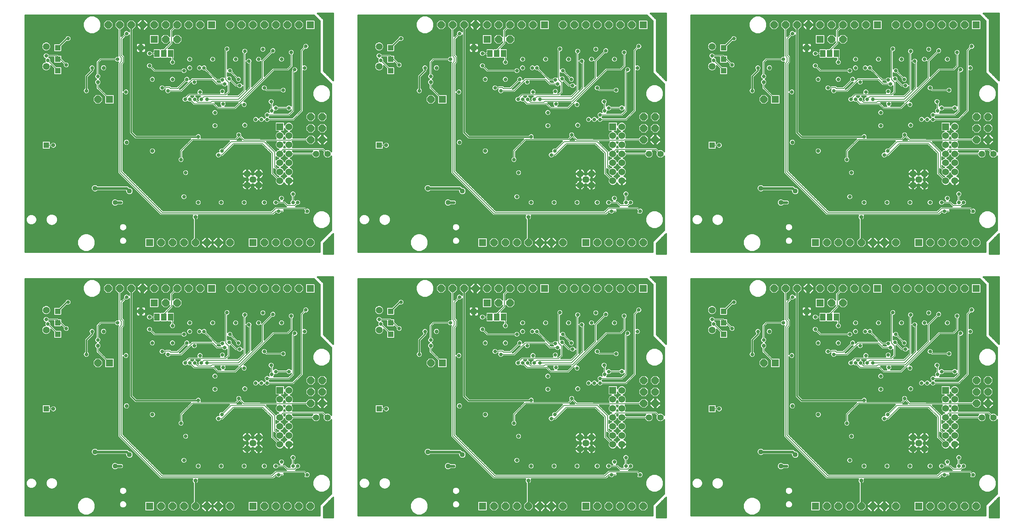
<source format=gbl>
G75*
G70*
%OFA0B0*%
%FSLAX25Y25*%
%IPPOS*%
%LPD*%
%AMOC8*
5,1,8,0,0,1.08239X$1,22.5*
%
%ADD101C,0.03300*%
%ADD132R,0.05120X0.05120*%
%ADD16C,0.05600*%
%ADD170C,0.06000*%
%ADD171C,0.03600*%
%ADD178C,0.01000*%
%ADD198C,0.04400*%
%ADD199C,0.05940*%
%ADD22C,0.00700*%
%ADD35C,0.01200*%
%ADD36R,0.04600X0.06300*%
%ADD38C,0.02400*%
%ADD51OC8,0.06400*%
%ADD68R,0.06000X0.06000*%
%ADD69C,0.01600*%
%ADD87C,0.03500*%
%ADD92R,0.06400X0.06400*%
X0010000Y0010000D02*
G75*
%LPD*%
X0010000Y0060000D02*
G75*
%LPD*%
X0060000Y0060000D02*
G75*
%LPD*%
D51*
X0180000Y0070000D03*
X0190000Y0070000D03*
X0200000Y0070000D03*
X0210000Y0070000D03*
X0220000Y0070000D03*
X0230000Y0070000D03*
X0240000Y0070000D03*
X0270000Y0070000D03*
X0280000Y0070000D03*
X0290000Y0070000D03*
X0300000Y0070000D03*
X0310000Y0070000D03*
X0310550Y0159800D03*
X0310550Y0169800D03*
X0320550Y0169800D03*
X0320550Y0159800D03*
X0320550Y0179800D03*
X0310550Y0179800D03*
X0300000Y0260000D03*
X0290000Y0260000D03*
X0280000Y0260000D03*
X0270000Y0260000D03*
X0260000Y0260000D03*
X0250000Y0260000D03*
X0240000Y0260000D03*
X0214000Y0260000D03*
X0204000Y0260000D03*
X0194000Y0260000D03*
X0184000Y0260000D03*
X0174000Y0260000D03*
X0164000Y0260000D03*
X0154000Y0260000D03*
X0144000Y0260000D03*
X0134000Y0260000D03*
X0184000Y0247500D03*
X0194000Y0247500D03*
X0125000Y0195000D03*
D92*
X0135000Y0195000D03*
X0174000Y0247500D03*
X0224000Y0260000D03*
X0310000Y0260000D03*
X0260000Y0070000D03*
X0170000Y0070000D03*
D36*
X0176500Y0235000D03*
X0182500Y0235000D03*
X0188500Y0235000D03*
D199*
X0080000Y0241160D03*
X0080000Y0223830D03*
X0255000Y0130000D03*
X0260000Y0125000D03*
X0255000Y0120000D03*
X0265000Y0120000D03*
X0265000Y0130000D03*
D132*
X0162500Y0240000D03*
X0090000Y0240000D03*
X0090000Y0230000D03*
X0090000Y0220000D03*
X0080000Y0155000D03*
D68*
X0283560Y0171120D03*
D170*
X0291440Y0171120D03*
X0291440Y0163240D03*
X0291440Y0155370D03*
X0283560Y0155370D03*
X0283560Y0163240D03*
X0283560Y0147500D03*
X0291440Y0147500D03*
X0291440Y0139620D03*
X0283560Y0139620D03*
X0283560Y0131750D03*
X0283560Y0123870D03*
X0291440Y0123870D03*
X0291440Y0131750D03*
D16*
X0315000Y0147500D03*
X0325000Y0147500D03*
D198*
X0152500Y0115000D03*
X0140000Y0105000D03*
X0122500Y0117500D03*
D38*
X0150000Y0117500D01*
X0152500Y0115000D01*
X0145000Y0105000D02*
X0140000Y0105000D01*
D171*
X0210000Y0092250D03*
D69*
X0210000Y0070000D01*
D101*
X0212500Y0100000D03*
X0212500Y0105000D03*
X0212500Y0110000D03*
X0200000Y0110000D03*
X0201500Y0131000D03*
X0197500Y0142500D03*
X0212500Y0162500D03*
X0203500Y0170000D03*
X0187500Y0172500D03*
X0187500Y0177500D03*
X0187500Y0182500D03*
X0177500Y0182500D03*
X0177500Y0177500D03*
X0177500Y0172500D03*
X0170000Y0170000D03*
X0170000Y0155000D03*
X0134000Y0155000D03*
X0134000Y0160000D03*
X0134000Y0150000D03*
X0172500Y0125000D03*
X0172500Y0120000D03*
X0172500Y0115000D03*
X0150000Y0105000D03*
X0145000Y0100000D03*
X0145000Y0095000D03*
X0157500Y0097500D03*
X0230000Y0146500D03*
X0233000Y0150000D03*
X0232500Y0142000D03*
X0232000Y0139000D03*
X0232000Y0136000D03*
X0232500Y0133000D03*
X0235500Y0132000D03*
X0238500Y0132000D03*
X0241500Y0132000D03*
X0244500Y0132000D03*
X0247500Y0132000D03*
X0250500Y0133000D03*
X0250000Y0130000D03*
X0250500Y0127000D03*
X0253000Y0125500D03*
X0251000Y0123000D03*
X0250000Y0120000D03*
X0250500Y0117000D03*
X0253000Y0115500D03*
X0256000Y0115000D03*
X0258500Y0116500D03*
X0261500Y0116500D03*
X0264500Y0115000D03*
X0267500Y0115500D03*
X0269500Y0118000D03*
X0270000Y0121000D03*
X0268500Y0124000D03*
X0269500Y0127000D03*
X0265500Y0125000D03*
X0259500Y0119500D03*
X0252500Y0110000D03*
X0252500Y0105000D03*
X0252500Y0100500D03*
X0270000Y0100500D03*
X0270000Y0105000D03*
X0270000Y0110000D03*
X0280000Y0105000D03*
X0285000Y0108740D03*
X0295000Y0105000D03*
X0299000Y0105000D03*
X0307500Y0097500D03*
X0295000Y0112500D03*
X0282500Y0097500D03*
X0270000Y0130000D03*
X0269500Y0133000D03*
X0269500Y0136000D03*
X0266500Y0135500D03*
X0266500Y0138500D03*
X0263500Y0135500D03*
X0260500Y0136000D03*
X0252500Y0135500D03*
X0248000Y0139500D03*
X0248000Y0142500D03*
X0248000Y0145500D03*
X0248000Y0148500D03*
X0248000Y0151500D03*
X0251500Y0154000D03*
X0247750Y0164000D03*
X0253000Y0167500D03*
X0253000Y0172500D03*
X0253000Y0179500D03*
X0262500Y0177500D03*
X0267500Y0177500D03*
X0272500Y0177500D03*
X0272500Y0181500D03*
X0276500Y0185000D03*
X0280000Y0187500D03*
X0276000Y0193000D03*
X0286500Y0203000D03*
X0277500Y0213500D03*
X0270000Y0205000D03*
X0260500Y0196500D03*
X0252500Y0190500D03*
X0240000Y0191000D03*
X0234000Y0191000D03*
X0230000Y0191000D03*
X0220000Y0195000D03*
X0215000Y0195000D03*
X0209500Y0195000D03*
X0205000Y0195000D03*
X0201000Y0195000D03*
X0203500Y0185500D03*
X0214000Y0201500D03*
X0209000Y0210000D03*
X0202500Y0212500D03*
X0200000Y0220000D03*
X0205000Y0222500D03*
X0209500Y0222500D03*
X0213500Y0222500D03*
X0217500Y0222500D03*
X0225000Y0226000D03*
X0225000Y0230000D03*
X0225000Y0235000D03*
X0237500Y0239000D03*
X0245000Y0235000D03*
X0245000Y0230000D03*
X0245000Y0226000D03*
X0240000Y0220000D03*
X0239500Y0213000D03*
X0235500Y0208500D03*
X0233500Y0212000D03*
X0247500Y0212500D03*
X0248500Y0207000D03*
X0233500Y0202000D03*
X0227000Y0183500D03*
X0227500Y0177000D03*
X0227000Y0172000D03*
X0240000Y0164000D03*
X0266500Y0153500D03*
X0266500Y0150500D03*
X0266500Y0147500D03*
X0266500Y0144500D03*
X0266500Y0141500D03*
X0274000Y0167000D03*
X0291440Y0187500D03*
X0296570Y0220920D03*
X0305000Y0222500D03*
X0305000Y0227500D03*
X0293500Y0236000D03*
X0285000Y0235000D03*
X0285000Y0230000D03*
X0285000Y0226000D03*
X0277500Y0237500D03*
X0268750Y0238750D03*
X0265000Y0235000D03*
X0265000Y0230000D03*
X0265000Y0226000D03*
X0256570Y0228420D03*
X0252990Y0237000D03*
X0205000Y0235000D03*
X0205000Y0230000D03*
X0190000Y0227500D03*
X0190000Y0217500D03*
X0190000Y0212500D03*
X0190000Y0207500D03*
X0186000Y0202500D03*
X0181000Y0205000D03*
X0172500Y0207500D03*
X0172500Y0212500D03*
X0172500Y0217500D03*
X0170000Y0224350D03*
X0170000Y0235000D03*
X0150000Y0252500D03*
X0142000Y0230000D03*
X0125000Y0215000D03*
X0120000Y0222500D03*
X0097500Y0225000D03*
X0081500Y0229000D03*
X0080000Y0233000D03*
X0099000Y0248000D03*
X0115000Y0202500D03*
X0149500Y0201500D03*
X0232500Y0110000D03*
X0232500Y0105000D03*
X0232500Y0100000D03*
X0306250Y0241250D03*
D178*
X0164000Y0260000D02*
X0162500Y0258500D01*
X0162500Y0240000D01*
D35*
X0061600Y0268400D02*
X0061600Y0061600D01*
X0318400Y0061600D01*
X0318400Y0070660D01*
X0319340Y0071600D01*
X0328400Y0080660D01*
X0328400Y0145510D01*
X0328310Y0145290D01*
X0327210Y0144190D01*
X0325780Y0143600D01*
X0324220Y0143600D01*
X0322790Y0144190D01*
X0321690Y0145290D01*
X0321100Y0146720D01*
X0321100Y0148270D01*
X0321410Y0149030D01*
X0320400Y0150050D01*
X0317970Y0150050D01*
X0318310Y0149710D01*
X0318900Y0148270D01*
X0318900Y0146720D01*
X0318310Y0145290D01*
X0317210Y0144190D01*
X0315780Y0143600D01*
X0314220Y0143600D01*
X0312790Y0144190D01*
X0311690Y0145290D01*
X0311380Y0146050D01*
X0295270Y0146050D01*
X0294910Y0145170D01*
X0293760Y0144020D01*
X0292650Y0143560D01*
X0293760Y0143100D01*
X0294910Y0141940D01*
X0295540Y0140440D01*
X0295540Y0138810D01*
X0294910Y0137300D01*
X0293760Y0136150D01*
X0292650Y0135680D01*
X0293760Y0135220D01*
X0294910Y0134070D01*
X0295540Y0132560D01*
X0295540Y0130930D01*
X0294910Y0129430D01*
X0293760Y0128270D01*
X0293310Y0128080D01*
X0293850Y0127810D01*
X0294430Y0127380D01*
X0294950Y0126870D01*
X0295370Y0126280D01*
X0295700Y0125640D01*
X0295920Y0124950D01*
X0296040Y0124240D01*
X0296040Y0124170D01*
X0291740Y0124170D01*
X0291740Y0123570D01*
X0296040Y0123570D01*
X0296040Y0123510D01*
X0295920Y0122800D01*
X0328400Y0122800D01*
X0328400Y0121620D02*
X0295450Y0121620D01*
X0295370Y0121460D02*
X0295700Y0122110D01*
X0295920Y0122800D01*
X0295370Y0121460D02*
X0294950Y0120880D01*
X0294430Y0120370D01*
X0293850Y0119940D01*
X0293200Y0119610D01*
X0292510Y0119390D01*
X0291800Y0119270D01*
X0291740Y0119270D01*
X0291740Y0123570D01*
X0291140Y0123570D01*
X0291140Y0119270D01*
X0291070Y0119270D01*
X0290360Y0119390D01*
X0289670Y0119610D01*
X0289030Y0119940D01*
X0288440Y0120370D01*
X0287930Y0120880D01*
X0287500Y0121460D01*
X0287230Y0122000D01*
X0287040Y0121550D01*
X0285890Y0120400D01*
X0284380Y0119770D01*
X0282750Y0119770D01*
X0281240Y0120400D01*
X0280090Y0121550D01*
X0279460Y0123060D01*
X0279460Y0124690D01*
X0279820Y0125560D01*
X0275550Y0129840D01*
X0275550Y0147400D01*
X0267900Y0155050D01*
X0243850Y0155050D01*
X0233850Y0145050D01*
X0232380Y0145050D01*
X0232330Y0144940D01*
X0231560Y0144160D01*
X0230550Y0143750D01*
X0229450Y0143750D01*
X0228440Y0144160D01*
X0227670Y0144940D01*
X0227250Y0145950D01*
X0227250Y0147040D01*
X0227670Y0148050D01*
X0228440Y0148830D01*
X0229450Y0149250D01*
X0230330Y0149250D01*
X0230250Y0149450D01*
X0230250Y0150540D01*
X0230670Y0151550D01*
X0231440Y0152330D01*
X0232450Y0152750D01*
X0233550Y0152750D01*
X0233650Y0152700D01*
X0239500Y0158550D01*
X0208100Y0158550D01*
X0198950Y0149400D01*
X0198950Y0144870D01*
X0199060Y0144830D01*
X0199830Y0144050D01*
X0200250Y0143040D01*
X0200250Y0141950D01*
X0199830Y0140940D01*
X0199060Y0140160D01*
X0198050Y0139750D01*
X0196950Y0139750D01*
X0195940Y0140160D01*
X0195170Y0140940D01*
X0194750Y0141950D01*
X0194750Y0143040D01*
X0195170Y0144050D01*
X0195940Y0144830D01*
X0196050Y0144870D01*
X0196050Y0150600D01*
X0196900Y0151450D01*
X0205750Y0160300D01*
X0157300Y0160300D01*
X0153300Y0164300D01*
X0152300Y0165290D01*
X0152300Y0250910D01*
X0151560Y0250160D01*
X0150550Y0249750D01*
X0149450Y0249750D01*
X0149350Y0249790D01*
X0146950Y0247400D01*
X0146950Y0234100D01*
X0148450Y0232600D01*
X0148450Y0226900D01*
X0147600Y0226050D01*
X0146950Y0225400D01*
X0146950Y0202530D01*
X0147170Y0203050D01*
X0147940Y0203830D01*
X0148950Y0204250D01*
X0150050Y0204250D01*
X0151060Y0203830D01*
X0151830Y0203050D01*
X0152250Y0202040D01*
X0152250Y0200950D01*
X0151830Y0199940D01*
X0151060Y0199160D01*
X0150050Y0198750D01*
X0148950Y0198750D01*
X0147940Y0199160D01*
X0147170Y0199940D01*
X0146950Y0200470D01*
X0146950Y0132600D01*
X0181600Y0097950D01*
X0275900Y0097950D01*
X0279400Y0101450D01*
X0289000Y0101450D01*
X0288550Y0101900D01*
X0286900Y0103550D01*
X0282380Y0103550D01*
X0282330Y0103440D01*
X0281560Y0102660D01*
X0280550Y0102250D01*
X0279450Y0102250D01*
X0278440Y0102660D01*
X0277670Y0103440D01*
X0277250Y0104450D01*
X0277250Y0105540D01*
X0277670Y0106550D01*
X0278440Y0107330D01*
X0279450Y0107750D01*
X0280550Y0107750D01*
X0281560Y0107330D01*
X0282330Y0106550D01*
X0282380Y0106450D01*
X0283400Y0106450D01*
X0282670Y0107180D01*
X0282250Y0108190D01*
X0282250Y0109280D01*
X0282670Y0110290D01*
X0283440Y0111070D01*
X0284450Y0111490D01*
X0285550Y0111490D01*
X0286560Y0111070D01*
X0287330Y0110290D01*
X0287750Y0109280D01*
X0287750Y0108190D01*
X0287330Y0107180D01*
X0286600Y0106450D01*
X0288100Y0106450D01*
X0290600Y0103950D01*
X0292460Y0103950D01*
X0292250Y0104450D01*
X0292250Y0105540D01*
X0292670Y0106550D01*
X0293440Y0107330D01*
X0293550Y0107370D01*
X0293550Y0110120D01*
X0293440Y0110160D01*
X0292670Y0110940D01*
X0292250Y0111950D01*
X0292250Y0113040D01*
X0292670Y0114050D01*
X0293440Y0114830D01*
X0294450Y0115250D01*
X0295550Y0115250D01*
X0296560Y0114830D01*
X0297330Y0114050D01*
X0297750Y0113040D01*
X0297750Y0111950D01*
X0297330Y0110940D01*
X0296560Y0110160D01*
X0296450Y0110120D01*
X0296450Y0107370D01*
X0296560Y0107330D01*
X0297000Y0106880D01*
X0297440Y0107330D01*
X0298450Y0107750D01*
X0299550Y0107750D01*
X0300560Y0107330D01*
X0301330Y0106550D01*
X0301750Y0105540D01*
X0301750Y0104450D01*
X0301330Y0103440D01*
X0300560Y0102660D01*
X0299550Y0102250D01*
X0298450Y0102250D01*
X0298350Y0102290D01*
X0297500Y0101450D01*
X0305600Y0101450D01*
X0306850Y0100200D01*
X0306950Y0100250D01*
X0308050Y0100250D01*
X0309060Y0099830D01*
X0309830Y0099050D01*
X0310250Y0098040D01*
X0310250Y0096950D01*
X0309830Y0095940D01*
X0309060Y0095160D01*
X0308050Y0094750D01*
X0306950Y0094750D01*
X0306850Y0094790D01*
X0306600Y0094550D01*
X0305400Y0094550D01*
X0304550Y0095400D01*
X0304550Y0096600D01*
X0304790Y0096840D01*
X0304750Y0096950D01*
X0304750Y0098040D01*
X0304790Y0098150D01*
X0304400Y0098550D01*
X0287000Y0098550D01*
X0287450Y0098100D01*
X0287450Y0096900D01*
X0286600Y0096050D01*
X0284880Y0096050D01*
X0284830Y0095940D01*
X0284060Y0095160D01*
X0283050Y0094750D01*
X0281950Y0094750D01*
X0280940Y0095160D01*
X0280330Y0095780D01*
X0278950Y0094400D01*
X0278100Y0093550D01*
X0212600Y0093550D01*
X0212900Y0092820D01*
X0212900Y0091670D01*
X0212460Y0090600D01*
X0211900Y0090040D01*
X0211900Y0074180D01*
X0214300Y0071780D01*
X0214300Y0068210D01*
X0211780Y0065700D01*
X0208220Y0065700D01*
X0205700Y0068210D01*
X0205700Y0071780D01*
X0208100Y0074180D01*
X0208100Y0090040D01*
X0207540Y0090600D01*
X0207100Y0091670D01*
X0207100Y0092820D01*
X0207400Y0093550D01*
X0179400Y0093550D01*
X0143400Y0129550D01*
X0143400Y0129550D01*
X0142550Y0130400D01*
X0142550Y0227100D01*
X0142810Y0227350D01*
X0142550Y0227250D01*
X0141450Y0227250D01*
X0140440Y0227660D01*
X0139670Y0228440D01*
X0139620Y0228550D01*
X0128100Y0228550D01*
X0126450Y0226900D01*
X0126450Y0217370D01*
X0126560Y0217330D01*
X0127330Y0216550D01*
X0127750Y0215540D01*
X0127750Y0214450D01*
X0127330Y0213440D01*
X0126560Y0212660D01*
X0126280Y0212550D01*
X0126610Y0212410D01*
X0127420Y0211610D01*
X0127850Y0210560D01*
X0127850Y0209430D01*
X0127420Y0208380D01*
X0126610Y0207580D01*
X0126450Y0207510D01*
X0126450Y0205600D01*
X0132750Y0199300D01*
X0138660Y0199300D01*
X0139300Y0198650D01*
X0139300Y0191340D01*
X0138660Y0190700D01*
X0131340Y0190700D01*
X0130700Y0191340D01*
X0130700Y0197250D01*
X0123550Y0204400D01*
X0123550Y0207510D01*
X0123390Y0207580D01*
X0122580Y0208380D01*
X0122150Y0209430D01*
X0122150Y0210560D01*
X0122580Y0211610D01*
X0123390Y0212410D01*
X0123720Y0212550D01*
X0123440Y0212660D01*
X0122670Y0213440D01*
X0122250Y0214450D01*
X0122250Y0215540D01*
X0122670Y0216550D01*
X0123440Y0217330D01*
X0123550Y0217370D01*
X0123550Y0228100D01*
X0126050Y0230600D01*
X0126900Y0231450D01*
X0139620Y0231450D01*
X0139670Y0231550D01*
X0140440Y0232330D01*
X0141450Y0232750D01*
X0142550Y0232750D01*
X0142550Y0232740D01*
X0142550Y0255700D01*
X0142220Y0255700D01*
X0139700Y0258210D01*
X0139700Y0261780D01*
X0142220Y0264300D01*
X0145780Y0264300D01*
X0148300Y0261780D01*
X0148300Y0258210D01*
X0145780Y0255700D01*
X0145450Y0255700D01*
X0145450Y0250000D01*
X0147290Y0251840D01*
X0147250Y0251950D01*
X0147250Y0253040D01*
X0147670Y0254050D01*
X0148440Y0254830D01*
X0149450Y0255250D01*
X0150550Y0255250D01*
X0151560Y0254830D01*
X0152300Y0254080D01*
X0152300Y0255700D01*
X0152220Y0255700D01*
X0149700Y0258210D01*
X0149700Y0261780D01*
X0152220Y0264300D01*
X0155780Y0264300D01*
X0158300Y0261780D01*
X0158300Y0258210D01*
X0155780Y0255700D01*
X0155700Y0255700D01*
X0155700Y0166700D01*
X0158700Y0163700D01*
X0210020Y0163700D01*
X0210170Y0164050D01*
X0210940Y0164830D01*
X0211950Y0165250D01*
X0213050Y0165250D01*
X0214060Y0164830D01*
X0214830Y0164050D01*
X0215250Y0163040D01*
X0215250Y0161950D01*
X0215040Y0161450D01*
X0244400Y0161450D01*
X0245410Y0162460D01*
X0245000Y0163450D01*
X0245000Y0164540D01*
X0245420Y0165550D01*
X0246190Y0166330D01*
X0247200Y0166750D01*
X0248300Y0166750D01*
X0249310Y0166330D01*
X0250080Y0165550D01*
X0250500Y0164540D01*
X0250500Y0163450D01*
X0250460Y0163340D01*
X0252850Y0160940D01*
X0280230Y0160780D01*
X0280090Y0160920D01*
X0279460Y0162430D01*
X0279460Y0164060D01*
X0280090Y0165570D01*
X0281240Y0166720D01*
X0281960Y0167020D01*
X0280110Y0167020D01*
X0279460Y0167660D01*
X0279460Y0174570D01*
X0280110Y0175220D01*
X0287020Y0175220D01*
X0287660Y0174570D01*
X0287660Y0172720D01*
X0287960Y0173440D01*
X0289110Y0174590D01*
X0290620Y0175220D01*
X0292250Y0175220D01*
X0293760Y0174590D01*
X0294910Y0173440D01*
X0295540Y0171930D01*
X0295540Y0170300D01*
X0294910Y0168800D01*
X0293760Y0167640D01*
X0292650Y0167180D01*
X0293760Y0166720D01*
X0294910Y0165570D01*
X0295540Y0164060D01*
X0295540Y0162430D01*
X0295050Y0161250D01*
X0306250Y0161250D01*
X0306250Y0161580D01*
X0308770Y0164100D01*
X0312330Y0164100D01*
X0314850Y0161580D01*
X0314850Y0158020D01*
X0312330Y0155500D01*
X0308770Y0155500D01*
X0306250Y0158020D01*
X0306250Y0158350D01*
X0294410Y0158350D01*
X0294330Y0158270D01*
X0294910Y0157690D01*
X0295540Y0156190D01*
X0295540Y0154550D01*
X0294910Y0153050D01*
X0294810Y0152950D01*
X0321600Y0152950D01*
X0323470Y0151080D01*
X0324220Y0151400D01*
X0325780Y0151400D01*
X0327210Y0150800D01*
X0328310Y0149710D01*
X0328400Y0149480D01*
X0328400Y0208330D01*
X0319340Y0217400D01*
X0319340Y0217400D01*
X0318400Y0218330D01*
X0318400Y0263330D01*
X0313340Y0268400D01*
X0061600Y0268400D01*
X0061600Y0267370D02*
X0117160Y0267370D01*
X0118430Y0267900D02*
X0115530Y0266690D01*
X0113300Y0264470D01*
X0112100Y0261570D01*
X0112100Y0258420D01*
X0113300Y0255520D01*
X0115530Y0253300D01*
X0118430Y0252100D01*
X0121570Y0252100D01*
X0124470Y0253300D01*
X0126700Y0255520D01*
X0127900Y0258420D01*
X0127900Y0261570D01*
X0126700Y0264470D01*
X0124470Y0266690D01*
X0121570Y0267900D01*
X0118430Y0267900D01*
X0115020Y0266190D02*
X0061600Y0266190D01*
X0061600Y0265000D02*
X0113830Y0265000D01*
X0113030Y0263820D02*
X0061600Y0263820D01*
X0061600Y0262630D02*
X0112540Y0262630D01*
X0112100Y0261450D02*
X0061600Y0261450D01*
X0061600Y0260260D02*
X0112100Y0260260D01*
X0112100Y0259080D02*
X0061600Y0259080D01*
X0061600Y0257890D02*
X0112320Y0257890D01*
X0112810Y0256710D02*
X0061600Y0256710D01*
X0061600Y0255520D02*
X0113300Y0255520D01*
X0114490Y0254340D02*
X0061600Y0254340D01*
X0061600Y0253150D02*
X0115880Y0253150D01*
X0124120Y0253150D02*
X0142550Y0253150D01*
X0142550Y0251970D02*
X0061600Y0251970D01*
X0061600Y0250780D02*
X0142550Y0250780D01*
X0142550Y0249600D02*
X0101290Y0249600D01*
X0101330Y0249550D02*
X0100560Y0250330D01*
X0099550Y0250750D01*
X0098450Y0250750D01*
X0097440Y0250330D01*
X0096670Y0249550D01*
X0096330Y0248730D01*
X0091250Y0243650D01*
X0086990Y0243650D01*
X0086340Y0243010D01*
X0086340Y0236980D01*
X0086990Y0236340D01*
X0093010Y0236340D01*
X0093660Y0236980D01*
X0093660Y0241250D01*
X0097890Y0245480D01*
X0098450Y0245250D01*
X0099550Y0245250D01*
X0100560Y0245660D01*
X0101330Y0246440D01*
X0101750Y0247450D01*
X0101750Y0248540D01*
X0101330Y0249550D01*
X0101750Y0248410D02*
X0142550Y0248410D01*
X0142550Y0247230D02*
X0101660Y0247230D01*
X0100930Y0246040D02*
X0142550Y0246040D01*
X0142550Y0244860D02*
X0097260Y0244860D01*
X0096080Y0243670D02*
X0142550Y0243670D01*
X0142550Y0242490D02*
X0094890Y0242490D01*
X0093710Y0241300D02*
X0142550Y0241300D01*
X0142550Y0240120D02*
X0093660Y0240120D01*
X0093660Y0238930D02*
X0142550Y0238930D01*
X0142550Y0237750D02*
X0093660Y0237750D01*
X0093240Y0236560D02*
X0142550Y0236560D01*
X0142550Y0235380D02*
X0081440Y0235380D01*
X0081560Y0235330D02*
X0080550Y0235750D01*
X0079450Y0235750D01*
X0078440Y0235330D01*
X0077670Y0234550D01*
X0077250Y0233540D01*
X0077250Y0232450D01*
X0077670Y0231440D01*
X0078440Y0230660D01*
X0079100Y0230390D01*
X0078750Y0229540D01*
X0078750Y0228450D01*
X0079010Y0227830D01*
X0077690Y0227290D01*
X0076550Y0226140D01*
X0075930Y0224640D01*
X0075930Y0223020D01*
X0076550Y0221530D01*
X0077690Y0220380D01*
X0079190Y0219760D01*
X0080810Y0219760D01*
X0082310Y0220380D01*
X0083450Y0221530D01*
X0084070Y0223020D01*
X0084070Y0224370D01*
X0086340Y0222100D01*
X0086340Y0216980D01*
X0086990Y0216340D01*
X0093010Y0216340D01*
X0093660Y0216980D01*
X0093660Y0223010D01*
X0093010Y0223650D01*
X0088890Y0223650D01*
X0084210Y0228340D01*
X0084250Y0228450D01*
X0084250Y0229540D01*
X0083830Y0230550D01*
X0083060Y0231330D01*
X0082530Y0231550D01*
X0086340Y0231550D01*
X0086340Y0226980D01*
X0086990Y0226340D01*
X0093010Y0226340D01*
X0093560Y0226880D01*
X0094790Y0225650D01*
X0094750Y0225540D01*
X0094750Y0224450D01*
X0095170Y0223440D01*
X0095940Y0222660D01*
X0096950Y0222250D01*
X0098050Y0222250D01*
X0099060Y0222660D01*
X0099830Y0223440D01*
X0100250Y0224450D01*
X0100250Y0225540D01*
X0099830Y0226550D01*
X0099060Y0227330D01*
X0098050Y0227750D01*
X0096950Y0227750D01*
X0096850Y0227700D01*
X0093660Y0230890D01*
X0093660Y0233010D01*
X0093010Y0233650D01*
X0090890Y0233650D01*
X0090100Y0234450D01*
X0082380Y0234450D01*
X0082330Y0234550D01*
X0081560Y0235330D01*
X0080810Y0237090D02*
X0079190Y0237090D01*
X0077690Y0237710D01*
X0076550Y0238850D01*
X0075930Y0240350D01*
X0075930Y0241970D01*
X0076550Y0243460D01*
X0077690Y0244610D01*
X0079190Y0245230D01*
X0080810Y0245230D01*
X0082310Y0244610D01*
X0083450Y0243460D01*
X0084070Y0241970D01*
X0084070Y0240350D01*
X0083450Y0238850D01*
X0082310Y0237710D01*
X0080810Y0237090D01*
X0082350Y0237750D02*
X0086340Y0237750D01*
X0086340Y0238930D02*
X0083490Y0238930D01*
X0083980Y0240120D02*
X0086340Y0240120D01*
X0086340Y0241300D02*
X0084070Y0241300D01*
X0083860Y0242490D02*
X0086340Y0242490D01*
X0083240Y0243670D02*
X0091270Y0243670D01*
X0092460Y0244860D02*
X0081710Y0244860D01*
X0078290Y0244860D02*
X0061600Y0244860D01*
X0061600Y0246040D02*
X0093640Y0246040D01*
X0094830Y0247230D02*
X0061600Y0247230D01*
X0061600Y0248410D02*
X0096010Y0248410D01*
X0096710Y0249600D02*
X0061600Y0249600D01*
X0061600Y0243670D02*
X0076760Y0243670D01*
X0076140Y0242490D02*
X0061600Y0242490D01*
X0061600Y0241300D02*
X0075930Y0241300D01*
X0076020Y0240120D02*
X0061600Y0240120D01*
X0061600Y0238930D02*
X0076510Y0238930D01*
X0077650Y0237750D02*
X0061600Y0237750D01*
X0061600Y0236560D02*
X0086760Y0236560D01*
X0090360Y0234190D02*
X0142550Y0234190D01*
X0142550Y0233010D02*
X0093660Y0233010D01*
X0093660Y0231820D02*
X0139940Y0231820D01*
X0139840Y0228270D02*
X0127820Y0228270D01*
X0126640Y0227080D02*
X0142550Y0227080D01*
X0142550Y0225900D02*
X0126450Y0225900D01*
X0126450Y0224710D02*
X0128180Y0224710D01*
X0128390Y0224910D02*
X0127580Y0224110D01*
X0127150Y0223060D01*
X0127150Y0221930D01*
X0127580Y0220880D01*
X0128390Y0220080D01*
X0129430Y0219650D01*
X0130570Y0219650D01*
X0131610Y0220080D01*
X0132420Y0220880D01*
X0132850Y0221930D01*
X0132850Y0223060D01*
X0132420Y0224110D01*
X0131610Y0224910D01*
X0130570Y0225350D01*
X0129430Y0225350D01*
X0128390Y0224910D01*
X0127340Y0223530D02*
X0126450Y0223530D01*
X0126450Y0222340D02*
X0127150Y0222340D01*
X0127470Y0221160D02*
X0126450Y0221160D01*
X0126450Y0219970D02*
X0128650Y0219970D01*
X0126450Y0218790D02*
X0142550Y0218790D01*
X0142550Y0219970D02*
X0131350Y0219970D01*
X0132530Y0221160D02*
X0142550Y0221160D01*
X0142550Y0222340D02*
X0132850Y0222340D01*
X0132660Y0223530D02*
X0142550Y0223530D01*
X0142550Y0224710D02*
X0131820Y0224710D01*
X0126090Y0230640D02*
X0093910Y0230640D01*
X0095100Y0229450D02*
X0124900Y0229450D01*
X0123720Y0228270D02*
X0096280Y0228270D01*
X0094550Y0225900D02*
X0086650Y0225900D01*
X0086340Y0227080D02*
X0085470Y0227080D01*
X0086340Y0228270D02*
X0084280Y0228270D01*
X0084250Y0229450D02*
X0086340Y0229450D01*
X0086340Y0230640D02*
X0083750Y0230640D01*
X0078750Y0229450D02*
X0061600Y0229450D01*
X0061600Y0228270D02*
X0078830Y0228270D01*
X0077490Y0227080D02*
X0061600Y0227080D01*
X0061600Y0225900D02*
X0076450Y0225900D01*
X0075960Y0224710D02*
X0061600Y0224710D01*
X0061600Y0223530D02*
X0075930Y0223530D01*
X0076210Y0222340D02*
X0061600Y0222340D01*
X0061600Y0221160D02*
X0076920Y0221160D01*
X0078690Y0219970D02*
X0061600Y0219970D01*
X0061600Y0218790D02*
X0086340Y0218790D01*
X0086340Y0219970D02*
X0081310Y0219970D01*
X0083080Y0221160D02*
X0086340Y0221160D01*
X0086100Y0222340D02*
X0083790Y0222340D01*
X0084070Y0223530D02*
X0084920Y0223530D01*
X0087840Y0224710D02*
X0094750Y0224710D01*
X0095130Y0223530D02*
X0093140Y0223530D01*
X0093660Y0222340D02*
X0096720Y0222340D01*
X0098280Y0222340D02*
X0117250Y0222340D01*
X0117250Y0221950D02*
X0117250Y0223040D01*
X0117670Y0224050D01*
X0118440Y0224830D01*
X0119450Y0225250D01*
X0120550Y0225250D01*
X0121560Y0224830D01*
X0122330Y0224050D01*
X0122750Y0223040D01*
X0122750Y0221950D01*
X0122330Y0220940D01*
X0121700Y0220310D01*
X0121700Y0219290D01*
X0116700Y0214290D01*
X0116700Y0204680D01*
X0117330Y0204050D01*
X0117750Y0203040D01*
X0117750Y0201950D01*
X0117330Y0200940D01*
X0116560Y0200160D01*
X0115550Y0199750D01*
X0114450Y0199750D01*
X0113440Y0200160D01*
X0112670Y0200940D01*
X0112250Y0201950D01*
X0112250Y0203040D01*
X0112670Y0204050D01*
X0113300Y0204680D01*
X0113300Y0215700D01*
X0114300Y0216700D01*
X0118100Y0220500D01*
X0117670Y0220940D01*
X0117250Y0221950D01*
X0117580Y0221160D02*
X0093660Y0221160D01*
X0093660Y0219970D02*
X0117570Y0219970D01*
X0116390Y0218790D02*
X0093660Y0218790D01*
X0093660Y0217600D02*
X0115200Y0217600D01*
X0114020Y0216420D02*
X0093090Y0216420D01*
X0086910Y0216420D02*
X0061600Y0216420D01*
X0061600Y0217600D02*
X0086340Y0217600D01*
X0099870Y0223530D02*
X0117450Y0223530D01*
X0118330Y0224710D02*
X0100250Y0224710D01*
X0100100Y0225900D02*
X0123550Y0225900D01*
X0123550Y0227080D02*
X0099300Y0227080D01*
X0090000Y0240000D02*
X0098000Y0248000D01*
X0099000Y0248000D01*
X0078560Y0235380D02*
X0061600Y0235380D01*
X0061600Y0234190D02*
X0077520Y0234190D01*
X0077250Y0233010D02*
X0061600Y0233010D01*
X0061600Y0231820D02*
X0077510Y0231820D01*
X0078510Y0230640D02*
X0061600Y0230640D01*
X0061600Y0215230D02*
X0113300Y0215230D01*
X0113300Y0214050D02*
X0061600Y0214050D01*
X0061600Y0212860D02*
X0113300Y0212860D01*
X0113300Y0211680D02*
X0061600Y0211680D01*
X0061600Y0210490D02*
X0113300Y0210490D01*
X0113300Y0209310D02*
X0061600Y0209310D01*
X0061600Y0208120D02*
X0113300Y0208120D01*
X0113300Y0206940D02*
X0061600Y0206940D01*
X0061600Y0205750D02*
X0113300Y0205750D01*
X0113180Y0204570D02*
X0061600Y0204570D01*
X0061600Y0203380D02*
X0112390Y0203380D01*
X0112250Y0202200D02*
X0061600Y0202200D01*
X0061600Y0201010D02*
X0112640Y0201010D01*
X0114260Y0199830D02*
X0061600Y0199830D01*
X0061600Y0198640D02*
X0122560Y0198640D01*
X0123220Y0199300D02*
X0120700Y0196780D01*
X0120700Y0193210D01*
X0123220Y0190700D01*
X0126780Y0190700D01*
X0129300Y0193210D01*
X0129300Y0196780D01*
X0126780Y0199300D01*
X0123220Y0199300D01*
X0121380Y0197460D02*
X0061600Y0197460D01*
X0061600Y0196270D02*
X0120700Y0196270D01*
X0120700Y0195090D02*
X0061600Y0195090D01*
X0061600Y0193900D02*
X0120700Y0193900D01*
X0121200Y0192720D02*
X0061600Y0192720D01*
X0061600Y0191530D02*
X0122380Y0191530D01*
X0127620Y0191530D02*
X0130700Y0191530D01*
X0130700Y0192720D02*
X0128800Y0192720D01*
X0129300Y0193900D02*
X0130700Y0193900D01*
X0130700Y0195090D02*
X0129300Y0195090D01*
X0129300Y0196270D02*
X0130700Y0196270D01*
X0130490Y0197460D02*
X0128620Y0197460D01*
X0129300Y0198640D02*
X0127440Y0198640D01*
X0128120Y0199830D02*
X0115740Y0199830D01*
X0117360Y0201010D02*
X0126930Y0201010D01*
X0125750Y0202200D02*
X0117750Y0202200D01*
X0117610Y0203380D02*
X0124560Y0203380D01*
X0123550Y0204570D02*
X0116820Y0204570D01*
X0116700Y0205750D02*
X0123550Y0205750D01*
X0123550Y0206940D02*
X0116700Y0206940D01*
X0116700Y0208120D02*
X0122840Y0208120D01*
X0122200Y0209310D02*
X0116700Y0209310D01*
X0116700Y0210490D02*
X0122150Y0210490D01*
X0122650Y0211680D02*
X0116700Y0211680D01*
X0116700Y0212860D02*
X0123250Y0212860D01*
X0122420Y0214050D02*
X0116700Y0214050D01*
X0117640Y0215230D02*
X0122250Y0215230D01*
X0122610Y0216420D02*
X0118820Y0216420D01*
X0120010Y0217600D02*
X0123550Y0217600D01*
X0123550Y0218790D02*
X0121190Y0218790D01*
X0121700Y0219970D02*
X0123550Y0219970D01*
X0123550Y0221160D02*
X0122420Y0221160D01*
X0122750Y0222340D02*
X0123550Y0222340D01*
X0123550Y0223530D02*
X0122550Y0223530D01*
X0121670Y0224710D02*
X0123550Y0224710D01*
X0120000Y0222500D02*
X0120000Y0220000D01*
X0115000Y0215000D01*
X0115000Y0202500D01*
X0126450Y0205750D02*
X0142550Y0205750D01*
X0142550Y0204570D02*
X0127480Y0204570D01*
X0128670Y0203380D02*
X0142550Y0203380D01*
X0142550Y0202200D02*
X0129850Y0202200D01*
X0131040Y0201010D02*
X0142550Y0201010D01*
X0142550Y0199830D02*
X0132220Y0199830D01*
X0139300Y0198640D02*
X0142550Y0198640D01*
X0142550Y0197460D02*
X0139300Y0197460D01*
X0139300Y0196270D02*
X0142550Y0196270D01*
X0142550Y0195090D02*
X0139300Y0195090D01*
X0139300Y0193900D02*
X0142550Y0193900D01*
X0142550Y0192720D02*
X0139300Y0192720D01*
X0139300Y0191530D02*
X0142550Y0191530D01*
X0142550Y0190350D02*
X0061600Y0190350D01*
X0061600Y0189160D02*
X0142550Y0189160D01*
X0142550Y0187980D02*
X0061600Y0187980D01*
X0061600Y0186790D02*
X0142550Y0186790D01*
X0142550Y0185610D02*
X0061600Y0185610D01*
X0061600Y0184420D02*
X0142550Y0184420D01*
X0142550Y0183240D02*
X0061600Y0183240D01*
X0061600Y0182050D02*
X0142550Y0182050D01*
X0142550Y0180870D02*
X0061600Y0180870D01*
X0061600Y0179680D02*
X0142550Y0179680D01*
X0142550Y0178500D02*
X0061600Y0178500D01*
X0061600Y0177310D02*
X0142550Y0177310D01*
X0142550Y0176130D02*
X0061600Y0176130D01*
X0061600Y0174940D02*
X0142550Y0174940D01*
X0142550Y0173760D02*
X0061600Y0173760D01*
X0061600Y0172570D02*
X0142550Y0172570D01*
X0142550Y0171390D02*
X0061600Y0171390D01*
X0061600Y0170200D02*
X0142550Y0170200D01*
X0142550Y0169020D02*
X0061600Y0169020D01*
X0061600Y0167830D02*
X0142550Y0167830D01*
X0142550Y0166650D02*
X0061600Y0166650D01*
X0061600Y0165460D02*
X0142550Y0165460D01*
X0142550Y0164280D02*
X0061600Y0164280D01*
X0061600Y0163090D02*
X0142550Y0163090D01*
X0142550Y0161910D02*
X0061600Y0161910D01*
X0061600Y0160720D02*
X0142550Y0160720D01*
X0142550Y0159540D02*
X0061600Y0159540D01*
X0061600Y0158350D02*
X0076680Y0158350D01*
X0076990Y0158650D02*
X0076340Y0158010D01*
X0076340Y0151980D01*
X0076990Y0151340D01*
X0083010Y0151340D01*
X0083660Y0151980D01*
X0083660Y0153550D01*
X0083760Y0153550D01*
X0083820Y0153380D01*
X0084630Y0152580D01*
X0085670Y0152150D01*
X0086810Y0152150D01*
X0087850Y0152580D01*
X0088660Y0153380D01*
X0089090Y0154430D01*
X0089090Y0155560D01*
X0088660Y0156610D01*
X0087850Y0157410D01*
X0086810Y0157850D01*
X0085670Y0157850D01*
X0084630Y0157410D01*
X0083820Y0156610D01*
X0083760Y0156450D01*
X0083660Y0156450D01*
X0083660Y0158010D01*
X0083010Y0158650D01*
X0076990Y0158650D01*
X0076340Y0157170D02*
X0061600Y0157170D01*
X0061600Y0155980D02*
X0076340Y0155980D01*
X0076340Y0154800D02*
X0061600Y0154800D01*
X0061600Y0153610D02*
X0076340Y0153610D01*
X0076340Y0152430D02*
X0061600Y0152430D01*
X0061600Y0151240D02*
X0142550Y0151240D01*
X0142550Y0150060D02*
X0061600Y0150060D01*
X0061600Y0148870D02*
X0142550Y0148870D01*
X0142550Y0147690D02*
X0061600Y0147690D01*
X0061600Y0146500D02*
X0142550Y0146500D01*
X0142550Y0145320D02*
X0061600Y0145320D01*
X0061600Y0144130D02*
X0142550Y0144130D01*
X0142550Y0142950D02*
X0061600Y0142950D01*
X0061600Y0141760D02*
X0142550Y0141760D01*
X0142550Y0140580D02*
X0061600Y0140580D01*
X0061600Y0139390D02*
X0142550Y0139390D01*
X0142550Y0138210D02*
X0061600Y0138210D01*
X0061600Y0137020D02*
X0142550Y0137020D01*
X0142550Y0135840D02*
X0061600Y0135840D01*
X0061600Y0134650D02*
X0142550Y0134650D01*
X0142550Y0133470D02*
X0061600Y0133470D01*
X0061600Y0132280D02*
X0142550Y0132280D01*
X0142550Y0131100D02*
X0061600Y0131100D01*
X0061600Y0129910D02*
X0143030Y0129910D01*
X0144220Y0128730D02*
X0061600Y0128730D01*
X0061600Y0127540D02*
X0145400Y0127540D01*
X0146590Y0126360D02*
X0061600Y0126360D01*
X0061600Y0125170D02*
X0147770Y0125170D01*
X0148960Y0123990D02*
X0061600Y0123990D01*
X0061600Y0122800D02*
X0150140Y0122800D01*
X0151330Y0121620D02*
X0061600Y0121620D01*
X0061600Y0120430D02*
X0120960Y0120430D01*
X0120630Y0120290D02*
X0119700Y0119370D01*
X0119200Y0118150D01*
X0119200Y0116840D01*
X0119700Y0115630D01*
X0120630Y0114700D01*
X0121840Y0114200D01*
X0123160Y0114200D01*
X0124370Y0114700D01*
X0124870Y0115200D01*
X0149050Y0115200D01*
X0149200Y0115040D01*
X0149200Y0114340D01*
X0149700Y0113130D01*
X0150630Y0112200D01*
X0151840Y0111700D01*
X0153160Y0111700D01*
X0154370Y0112200D01*
X0155300Y0113130D01*
X0155800Y0114340D01*
X0155800Y0115650D01*
X0155300Y0116870D01*
X0154370Y0117790D01*
X0153160Y0118300D01*
X0152450Y0118300D01*
X0150950Y0119800D01*
X0124870Y0119800D01*
X0124370Y0120290D01*
X0123160Y0120800D01*
X0121840Y0120800D01*
X0120630Y0120290D01*
X0119650Y0119250D02*
X0061600Y0119250D01*
X0061600Y0118060D02*
X0119200Y0118060D01*
X0119200Y0116880D02*
X0061600Y0116880D01*
X0061600Y0115690D02*
X0119680Y0115690D01*
X0121090Y0114510D02*
X0061600Y0114510D01*
X0061600Y0113320D02*
X0149620Y0113320D01*
X0149200Y0114510D02*
X0123910Y0114510D01*
X0124040Y0120430D02*
X0152510Y0120430D01*
X0151500Y0119250D02*
X0153700Y0119250D01*
X0153720Y0118060D02*
X0154880Y0118060D01*
X0155290Y0116880D02*
X0156070Y0116880D01*
X0155780Y0115690D02*
X0157250Y0115690D01*
X0158440Y0114510D02*
X0155800Y0114510D01*
X0155380Y0113320D02*
X0159620Y0113320D01*
X0160810Y0112140D02*
X0154220Y0112140D01*
X0150780Y0112140D02*
X0061600Y0112140D01*
X0061600Y0110950D02*
X0161990Y0110950D01*
X0163180Y0109770D02*
X0061600Y0109770D01*
X0061600Y0108580D02*
X0164360Y0108580D01*
X0165550Y0107400D02*
X0142270Y0107400D01*
X0142370Y0107300D02*
X0141870Y0107790D01*
X0140660Y0108300D01*
X0139340Y0108300D01*
X0138130Y0107790D01*
X0137200Y0106870D01*
X0136700Y0105650D01*
X0136700Y0104340D01*
X0137200Y0103130D01*
X0138130Y0102200D01*
X0139340Y0101700D01*
X0140660Y0101700D01*
X0141870Y0102200D01*
X0142370Y0102700D01*
X0145950Y0102700D01*
X0147300Y0104040D01*
X0147300Y0105950D01*
X0145950Y0107300D01*
X0142370Y0107300D01*
X0137730Y0107400D02*
X0061600Y0107400D01*
X0061600Y0106210D02*
X0136930Y0106210D01*
X0136700Y0105030D02*
X0061600Y0105030D01*
X0061600Y0103840D02*
X0136910Y0103840D01*
X0137670Y0102660D02*
X0061600Y0102660D01*
X0061600Y0101470D02*
X0171470Y0101470D01*
X0170290Y0102660D02*
X0142330Y0102660D01*
X0147100Y0103840D02*
X0169100Y0103840D01*
X0167920Y0105030D02*
X0147300Y0105030D01*
X0147040Y0106210D02*
X0166730Y0106210D01*
X0169780Y0109770D02*
X0197250Y0109770D01*
X0197250Y0109450D02*
X0197250Y0110540D01*
X0197670Y0111550D01*
X0198440Y0112330D01*
X0199450Y0112750D01*
X0200550Y0112750D01*
X0201560Y0112330D01*
X0202330Y0111550D01*
X0202750Y0110540D01*
X0202750Y0109450D01*
X0202330Y0108440D01*
X0201560Y0107660D01*
X0200550Y0107250D01*
X0199450Y0107250D01*
X0198440Y0107660D01*
X0197670Y0108440D01*
X0197250Y0109450D01*
X0197610Y0108580D02*
X0170970Y0108580D01*
X0172150Y0107400D02*
X0199090Y0107400D01*
X0200910Y0107400D02*
X0211110Y0107400D01*
X0210940Y0107330D02*
X0210170Y0106550D01*
X0209750Y0105540D01*
X0209750Y0104450D01*
X0210170Y0103440D01*
X0210940Y0102660D01*
X0211950Y0102250D01*
X0213050Y0102250D01*
X0214060Y0102660D01*
X0214830Y0103440D01*
X0215250Y0104450D01*
X0215250Y0105540D01*
X0214830Y0106550D01*
X0214060Y0107330D01*
X0213050Y0107750D01*
X0211950Y0107750D01*
X0210940Y0107330D01*
X0210030Y0106210D02*
X0173340Y0106210D01*
X0174520Y0105030D02*
X0209750Y0105030D01*
X0210000Y0103840D02*
X0175710Y0103840D01*
X0176890Y0102660D02*
X0210960Y0102660D01*
X0214040Y0102660D02*
X0230960Y0102660D01*
X0230940Y0102660D02*
X0231950Y0102250D01*
X0233050Y0102250D01*
X0234060Y0102660D01*
X0234830Y0103440D01*
X0235250Y0104450D01*
X0235250Y0105540D01*
X0234830Y0106550D01*
X0234060Y0107330D01*
X0233050Y0107750D01*
X0231950Y0107750D01*
X0230940Y0107330D01*
X0230170Y0106550D01*
X0229750Y0105540D01*
X0229750Y0104450D01*
X0230170Y0103440D01*
X0230940Y0102660D01*
X0230000Y0103840D02*
X0215000Y0103840D01*
X0215250Y0105030D02*
X0229750Y0105030D01*
X0230030Y0106210D02*
X0214970Y0106210D01*
X0213890Y0107400D02*
X0231110Y0107400D01*
X0233890Y0107400D02*
X0251110Y0107400D01*
X0250940Y0107330D02*
X0250170Y0106550D01*
X0249750Y0105540D01*
X0249750Y0104450D01*
X0250170Y0103440D01*
X0250940Y0102660D01*
X0251950Y0102250D01*
X0253050Y0102250D01*
X0254060Y0102660D01*
X0254830Y0103440D01*
X0255250Y0104450D01*
X0255250Y0105540D01*
X0254830Y0106550D01*
X0254060Y0107330D01*
X0253050Y0107750D01*
X0251950Y0107750D01*
X0250940Y0107330D01*
X0250030Y0106210D02*
X0234970Y0106210D01*
X0235250Y0105030D02*
X0249750Y0105030D01*
X0250000Y0103840D02*
X0235000Y0103840D01*
X0234040Y0102660D02*
X0250960Y0102660D01*
X0254040Y0102660D02*
X0268460Y0102660D01*
X0268440Y0102660D02*
X0269450Y0102250D01*
X0270550Y0102250D01*
X0271560Y0102660D01*
X0272330Y0103440D01*
X0272750Y0104450D01*
X0272750Y0105540D01*
X0272330Y0106550D01*
X0271560Y0107330D01*
X0270550Y0107750D01*
X0269450Y0107750D01*
X0268440Y0107330D01*
X0267670Y0106550D01*
X0267250Y0105540D01*
X0267250Y0104450D01*
X0267670Y0103440D01*
X0268440Y0102660D01*
X0267500Y0103840D02*
X0255000Y0103840D01*
X0255250Y0105030D02*
X0267250Y0105030D01*
X0267530Y0106210D02*
X0254970Y0106210D01*
X0253890Y0107400D02*
X0268610Y0107400D01*
X0271390Y0107400D02*
X0278610Y0107400D01*
X0277530Y0106210D02*
X0272470Y0106210D01*
X0272750Y0105030D02*
X0277250Y0105030D01*
X0277500Y0103840D02*
X0272500Y0103840D01*
X0271540Y0102660D02*
X0278460Y0102660D01*
X0278240Y0100290D02*
X0179260Y0100290D01*
X0178080Y0101470D02*
X0288970Y0101470D01*
X0287790Y0102660D02*
X0281540Y0102660D01*
X0277050Y0099100D02*
X0180450Y0099100D01*
X0176210Y0096730D02*
X0061600Y0096730D01*
X0061600Y0095550D02*
X0177400Y0095550D01*
X0178580Y0094360D02*
X0087800Y0094360D01*
X0087820Y0094360D02*
X0085920Y0095140D01*
X0083880Y0095140D01*
X0081990Y0094360D01*
X0080540Y0092910D01*
X0079760Y0091020D01*
X0079760Y0088970D01*
X0080540Y0087080D01*
X0081990Y0085640D01*
X0083880Y0084850D01*
X0085920Y0084850D01*
X0087820Y0085640D01*
X0089260Y0087080D01*
X0090040Y0088970D01*
X0090040Y0091020D01*
X0089260Y0092910D01*
X0087820Y0094360D01*
X0089000Y0093180D02*
X0207250Y0093180D01*
X0207100Y0091990D02*
X0089640Y0091990D01*
X0090040Y0090810D02*
X0207460Y0090810D01*
X0208100Y0089620D02*
X0090040Y0089620D01*
X0089820Y0088440D02*
X0208100Y0088440D01*
X0208100Y0087250D02*
X0089330Y0087250D01*
X0088250Y0086070D02*
X0144900Y0086070D01*
X0145090Y0086260D02*
X0144140Y0085310D01*
X0143630Y0084070D01*
X0143630Y0082730D01*
X0144140Y0081490D01*
X0145090Y0080540D01*
X0146330Y0080030D01*
X0147670Y0080030D01*
X0148910Y0080540D01*
X0149860Y0081490D01*
X0150370Y0082730D01*
X0150370Y0084070D01*
X0149860Y0085310D01*
X0148910Y0086260D01*
X0147670Y0086770D01*
X0146330Y0086770D01*
X0145090Y0086260D01*
X0143960Y0084880D02*
X0085990Y0084880D01*
X0083810Y0084880D02*
X0061600Y0084880D01*
X0061600Y0083700D02*
X0143630Y0083700D01*
X0143720Y0082510D02*
X0061600Y0082510D01*
X0061600Y0081330D02*
X0144310Y0081330D01*
X0146060Y0080140D02*
X0061600Y0080140D01*
X0061600Y0078960D02*
X0208100Y0078960D01*
X0208100Y0080140D02*
X0147940Y0080140D01*
X0149690Y0081330D02*
X0208100Y0081330D01*
X0208100Y0082510D02*
X0150280Y0082510D01*
X0150370Y0083700D02*
X0208100Y0083700D01*
X0208100Y0084880D02*
X0150040Y0084880D01*
X0149100Y0086070D02*
X0208100Y0086070D01*
X0211900Y0086070D02*
X0313080Y0086070D01*
X0313300Y0085520D02*
X0315530Y0083300D01*
X0318430Y0082100D01*
X0321570Y0082100D01*
X0324470Y0083300D01*
X0326700Y0085520D01*
X0327900Y0088420D01*
X0327900Y0091570D01*
X0326700Y0094470D01*
X0324470Y0096690D01*
X0321570Y0097900D01*
X0318430Y0097900D01*
X0315530Y0096690D01*
X0313300Y0094470D01*
X0312100Y0091570D01*
X0312100Y0088420D01*
X0313300Y0085520D01*
X0313940Y0084880D02*
X0211900Y0084880D01*
X0211900Y0083700D02*
X0315130Y0083700D01*
X0317430Y0082510D02*
X0211900Y0082510D01*
X0211900Y0081330D02*
X0328400Y0081330D01*
X0328400Y0082510D02*
X0322570Y0082510D01*
X0324870Y0083700D02*
X0328400Y0083700D01*
X0328400Y0084880D02*
X0326060Y0084880D01*
X0326920Y0086070D02*
X0328400Y0086070D01*
X0328400Y0087250D02*
X0327410Y0087250D01*
X0327900Y0088440D02*
X0328400Y0088440D01*
X0328400Y0089620D02*
X0327900Y0089620D01*
X0327900Y0090810D02*
X0328400Y0090810D01*
X0328400Y0091990D02*
X0327720Y0091990D01*
X0327230Y0093180D02*
X0328400Y0093180D01*
X0328400Y0094360D02*
X0326740Y0094360D01*
X0325620Y0095550D02*
X0328400Y0095550D01*
X0328400Y0096730D02*
X0324380Y0096730D01*
X0328400Y0097920D02*
X0310250Y0097920D01*
X0310160Y0096730D02*
X0315620Y0096730D01*
X0314380Y0095550D02*
X0309440Y0095550D01*
X0313260Y0094360D02*
X0278920Y0094360D01*
X0280100Y0095550D02*
X0280560Y0095550D01*
X0284440Y0095550D02*
X0304550Y0095550D01*
X0304680Y0096730D02*
X0287290Y0096730D01*
X0287450Y0097920D02*
X0304750Y0097920D01*
X0306760Y0100290D02*
X0328400Y0100290D01*
X0328400Y0101470D02*
X0297530Y0101470D01*
X0300540Y0102660D02*
X0328400Y0102660D01*
X0328400Y0103840D02*
X0301500Y0103840D01*
X0301750Y0105030D02*
X0328400Y0105030D01*
X0328400Y0106210D02*
X0301470Y0106210D01*
X0300390Y0107400D02*
X0328400Y0107400D01*
X0328400Y0108580D02*
X0296450Y0108580D01*
X0296450Y0107400D02*
X0297610Y0107400D01*
X0296450Y0109770D02*
X0328400Y0109770D01*
X0328400Y0110950D02*
X0297340Y0110950D01*
X0297750Y0112140D02*
X0328400Y0112140D01*
X0328400Y0113320D02*
X0297630Y0113320D01*
X0296880Y0114510D02*
X0328400Y0114510D01*
X0328400Y0115690D02*
X0266550Y0115690D01*
X0266750Y0115760D02*
X0267400Y0116090D01*
X0267980Y0116510D01*
X0268490Y0117020D01*
X0268910Y0117600D01*
X0269240Y0118240D01*
X0269460Y0118930D01*
X0269570Y0119640D01*
X0269570Y0119710D01*
X0265290Y0119710D01*
X0265290Y0120280D01*
X0269570Y0120280D01*
X0269570Y0120360D01*
X0269460Y0121070D01*
X0269240Y0121750D01*
X0268910Y0122390D01*
X0268490Y0122970D01*
X0267980Y0123480D01*
X0267400Y0123910D01*
X0266750Y0124230D01*
X0266070Y0124450D01*
X0265360Y0124570D01*
X0265290Y0124570D01*
X0265290Y0120280D01*
X0264710Y0120280D01*
X0264710Y0119710D01*
X0260430Y0119710D01*
X0260430Y0119640D01*
X0260540Y0118930D01*
X0260760Y0118240D01*
X0261090Y0117600D01*
X0261510Y0117020D01*
X0262020Y0116510D01*
X0262600Y0116090D01*
X0263250Y0115760D01*
X0263930Y0115540D01*
X0264640Y0115420D01*
X0264710Y0115420D01*
X0264710Y0119710D01*
X0265290Y0119710D01*
X0265290Y0115420D01*
X0265360Y0115420D01*
X0266070Y0115540D01*
X0266750Y0115760D01*
X0265290Y0115690D02*
X0264710Y0115690D01*
X0264710Y0116880D02*
X0265290Y0116880D01*
X0265290Y0118060D02*
X0264710Y0118060D01*
X0264710Y0119250D02*
X0265290Y0119250D01*
X0265290Y0120430D02*
X0264710Y0120430D01*
X0264710Y0120280D02*
X0264710Y0124570D01*
X0264640Y0124570D01*
X0264070Y0124480D01*
X0264070Y0125510D01*
X0264640Y0125420D01*
X0264710Y0125420D01*
X0264710Y0129710D01*
X0260430Y0129710D01*
X0260430Y0129640D01*
X0260520Y0129070D01*
X0259480Y0129070D01*
X0259570Y0129640D01*
X0259570Y0129710D01*
X0255290Y0129710D01*
X0255290Y0130280D01*
X0259570Y0130280D01*
X0259570Y0130360D01*
X0259460Y0131070D01*
X0259240Y0131750D01*
X0258910Y0132390D01*
X0258490Y0132970D01*
X0257980Y0133480D01*
X0257400Y0133910D01*
X0256750Y0134230D01*
X0256070Y0134450D01*
X0255360Y0134570D01*
X0255290Y0134570D01*
X0255290Y0130280D01*
X0254710Y0130280D01*
X0254710Y0129710D01*
X0250430Y0129710D01*
X0250430Y0129640D01*
X0250540Y0128930D01*
X0250760Y0128240D01*
X0251090Y0127600D01*
X0251510Y0127020D01*
X0252020Y0126510D01*
X0252600Y0126090D01*
X0253250Y0125760D01*
X0253930Y0125540D01*
X0254640Y0125420D01*
X0254710Y0125420D01*
X0254710Y0129710D01*
X0255290Y0129710D01*
X0255290Y0125420D01*
X0255360Y0125420D01*
X0255930Y0125510D01*
X0255930Y0124480D01*
X0255360Y0124570D01*
X0255290Y0124570D01*
X0255290Y0120280D01*
X0259570Y0120280D01*
X0259570Y0120360D01*
X0259480Y0120920D01*
X0260520Y0120920D01*
X0260430Y0120360D01*
X0260430Y0120280D01*
X0264710Y0120280D01*
X0264710Y0121620D02*
X0265290Y0121620D01*
X0265290Y0122800D02*
X0264710Y0122800D01*
X0264710Y0123990D02*
X0265290Y0123990D01*
X0265290Y0125420D02*
X0265360Y0125420D01*
X0266070Y0125540D01*
X0266750Y0125760D01*
X0267400Y0126090D01*
X0267980Y0126510D01*
X0268490Y0127020D01*
X0268910Y0127600D01*
X0269240Y0128240D01*
X0269460Y0128930D01*
X0269570Y0129640D01*
X0269570Y0129710D01*
X0265290Y0129710D01*
X0265290Y0130280D01*
X0269570Y0130280D01*
X0269570Y0130360D01*
X0269460Y0131070D01*
X0269240Y0131750D01*
X0268910Y0132390D01*
X0268490Y0132970D01*
X0267980Y0133480D01*
X0267400Y0133910D01*
X0266750Y0134230D01*
X0266070Y0134450D01*
X0265360Y0134570D01*
X0265290Y0134570D01*
X0265290Y0130280D01*
X0264710Y0130280D01*
X0264710Y0129710D01*
X0265290Y0129710D01*
X0265290Y0125420D01*
X0265290Y0126360D02*
X0264710Y0126360D01*
X0264710Y0127540D02*
X0265290Y0127540D01*
X0265290Y0128730D02*
X0264710Y0128730D01*
X0264710Y0129910D02*
X0255290Y0129910D01*
X0254710Y0129910D02*
X0204030Y0129910D01*
X0203830Y0129440D02*
X0204250Y0130450D01*
X0204250Y0131540D01*
X0203830Y0132550D01*
X0203060Y0133330D01*
X0202050Y0133750D01*
X0200950Y0133750D01*
X0199940Y0133330D01*
X0199170Y0132550D01*
X0198750Y0131540D01*
X0198750Y0130450D01*
X0199170Y0129440D01*
X0199940Y0128660D01*
X0200950Y0128250D01*
X0202050Y0128250D01*
X0203060Y0128660D01*
X0203830Y0129440D01*
X0203120Y0128730D02*
X0250610Y0128730D01*
X0251130Y0127540D02*
X0152010Y0127540D01*
X0153190Y0126360D02*
X0252230Y0126360D01*
X0253250Y0124230D02*
X0252600Y0123910D01*
X0252020Y0123480D01*
X0251510Y0122970D01*
X0251090Y0122390D01*
X0250760Y0121750D01*
X0250540Y0121070D01*
X0250430Y0120360D01*
X0250430Y0120280D01*
X0254710Y0120280D01*
X0254710Y0119710D01*
X0250430Y0119710D01*
X0250430Y0119640D01*
X0250540Y0118930D01*
X0250760Y0118240D01*
X0251090Y0117600D01*
X0251510Y0117020D01*
X0252020Y0116510D01*
X0252600Y0116090D01*
X0253250Y0115760D01*
X0253930Y0115540D01*
X0254640Y0115420D01*
X0254710Y0115420D01*
X0254710Y0119710D01*
X0255290Y0119710D01*
X0255290Y0120280D01*
X0254710Y0120280D01*
X0254710Y0124570D01*
X0254640Y0124570D01*
X0253930Y0124450D01*
X0253250Y0124230D01*
X0252760Y0123990D02*
X0155560Y0123990D01*
X0154380Y0125170D02*
X0255930Y0125170D01*
X0255290Y0123990D02*
X0254710Y0123990D01*
X0254710Y0122800D02*
X0255290Y0122800D01*
X0255290Y0121620D02*
X0254710Y0121620D01*
X0254710Y0120430D02*
X0255290Y0120430D01*
X0255290Y0119710D02*
X0259570Y0119710D01*
X0259570Y0119640D01*
X0259460Y0118930D01*
X0259240Y0118240D01*
X0258910Y0117600D01*
X0258490Y0117020D01*
X0257980Y0116510D01*
X0257400Y0116090D01*
X0256750Y0115760D01*
X0256070Y0115540D01*
X0255360Y0115420D01*
X0255290Y0115420D01*
X0255290Y0119710D01*
X0255290Y0119250D02*
X0254710Y0119250D01*
X0254710Y0118060D02*
X0255290Y0118060D01*
X0255290Y0116880D02*
X0254710Y0116880D01*
X0254710Y0115690D02*
X0255290Y0115690D01*
X0256550Y0115690D02*
X0263450Y0115690D01*
X0261650Y0116880D02*
X0258350Y0116880D01*
X0259140Y0118060D02*
X0260850Y0118060D01*
X0260490Y0119250D02*
X0259510Y0119250D01*
X0259560Y0120430D02*
X0260440Y0120430D01*
X0264070Y0125170D02*
X0279660Y0125170D01*
X0279460Y0123990D02*
X0267240Y0123990D01*
X0268610Y0122800D02*
X0279570Y0122800D01*
X0280060Y0121620D02*
X0269280Y0121620D01*
X0269560Y0120430D02*
X0281210Y0120430D01*
X0285920Y0120430D02*
X0288370Y0120430D01*
X0287420Y0121620D02*
X0287070Y0121620D01*
X0291140Y0121620D02*
X0291740Y0121620D01*
X0291740Y0122800D02*
X0291140Y0122800D01*
X0291740Y0123990D02*
X0328400Y0123990D01*
X0328400Y0125170D02*
X0295850Y0125170D01*
X0295320Y0126360D02*
X0328400Y0126360D01*
X0328400Y0127540D02*
X0294220Y0127540D01*
X0294210Y0128730D02*
X0328400Y0128730D01*
X0328400Y0129910D02*
X0295110Y0129910D01*
X0295540Y0131100D02*
X0328400Y0131100D01*
X0328400Y0132280D02*
X0295540Y0132280D01*
X0295160Y0133470D02*
X0328400Y0133470D01*
X0328400Y0134650D02*
X0294330Y0134650D01*
X0293010Y0135840D02*
X0328400Y0135840D01*
X0328400Y0137020D02*
X0294630Y0137020D01*
X0295290Y0138210D02*
X0328400Y0138210D01*
X0328400Y0139390D02*
X0295540Y0139390D01*
X0295480Y0140580D02*
X0328400Y0140580D01*
X0328400Y0141760D02*
X0294990Y0141760D01*
X0293910Y0142950D02*
X0328400Y0142950D01*
X0328400Y0144130D02*
X0327070Y0144130D01*
X0328320Y0145320D02*
X0328400Y0145320D01*
X0328400Y0150060D02*
X0327960Y0150060D01*
X0328400Y0151240D02*
X0326150Y0151240D01*
X0323850Y0151240D02*
X0323310Y0151240D01*
X0322120Y0152430D02*
X0328400Y0152430D01*
X0328400Y0153610D02*
X0295150Y0153610D01*
X0295540Y0154800D02*
X0328400Y0154800D01*
X0328400Y0155980D02*
X0323520Y0155980D01*
X0322540Y0155000D02*
X0325350Y0157810D01*
X0325350Y0159400D01*
X0320950Y0159400D01*
X0320950Y0155000D01*
X0322540Y0155000D01*
X0320950Y0155980D02*
X0320150Y0155980D01*
X0320150Y0155000D02*
X0320150Y0159400D01*
X0315750Y0159400D01*
X0315750Y0157810D01*
X0318560Y0155000D01*
X0320150Y0155000D01*
X0320150Y0157170D02*
X0320950Y0157170D01*
X0320950Y0158350D02*
X0320150Y0158350D01*
X0320150Y0159400D02*
X0320950Y0159400D01*
X0320950Y0160200D01*
X0320150Y0160200D01*
X0320150Y0159400D01*
X0320150Y0159540D02*
X0314850Y0159540D01*
X0315750Y0160200D02*
X0320150Y0160200D01*
X0320150Y0164600D01*
X0318560Y0164600D01*
X0315750Y0161790D01*
X0315750Y0160200D01*
X0315750Y0160720D02*
X0314850Y0160720D01*
X0314530Y0161910D02*
X0315870Y0161910D01*
X0317060Y0163090D02*
X0313340Y0163090D01*
X0312330Y0165500D02*
X0308770Y0165500D01*
X0306250Y0168020D01*
X0306250Y0171580D01*
X0308770Y0174100D01*
X0312330Y0174100D01*
X0314850Y0171580D01*
X0314850Y0168020D01*
X0312330Y0165500D01*
X0313480Y0166650D02*
X0317620Y0166650D01*
X0318770Y0165500D02*
X0322330Y0165500D01*
X0324850Y0168020D01*
X0324850Y0171580D01*
X0322330Y0174100D01*
X0318770Y0174100D01*
X0316250Y0171580D01*
X0316250Y0168020D01*
X0318770Y0165500D01*
X0318240Y0164280D02*
X0295450Y0164280D01*
X0295540Y0163090D02*
X0307760Y0163090D01*
X0306580Y0161910D02*
X0295320Y0161910D01*
X0294960Y0165460D02*
X0328400Y0165460D01*
X0328400Y0164280D02*
X0322860Y0164280D01*
X0322540Y0164600D02*
X0320950Y0164600D01*
X0320950Y0160200D01*
X0325350Y0160200D01*
X0325350Y0161790D01*
X0322540Y0164600D01*
X0320950Y0164280D02*
X0320150Y0164280D01*
X0320150Y0163090D02*
X0320950Y0163090D01*
X0320950Y0161910D02*
X0320150Y0161910D01*
X0320150Y0160720D02*
X0320950Y0160720D01*
X0320950Y0159540D02*
X0328400Y0159540D01*
X0328400Y0160720D02*
X0325350Y0160720D01*
X0325230Y0161910D02*
X0328400Y0161910D01*
X0328400Y0163090D02*
X0324050Y0163090D01*
X0323480Y0166650D02*
X0328400Y0166650D01*
X0328400Y0167830D02*
X0324660Y0167830D01*
X0324850Y0169020D02*
X0328400Y0169020D01*
X0328400Y0170200D02*
X0324850Y0170200D01*
X0324850Y0171390D02*
X0328400Y0171390D01*
X0328400Y0172570D02*
X0323860Y0172570D01*
X0322680Y0173760D02*
X0328400Y0173760D01*
X0328400Y0174940D02*
X0292920Y0174940D01*
X0294600Y0173760D02*
X0308430Y0173760D01*
X0307240Y0172570D02*
X0295270Y0172570D01*
X0295540Y0171390D02*
X0306250Y0171390D01*
X0306250Y0170200D02*
X0295500Y0170200D01*
X0295000Y0169020D02*
X0306250Y0169020D01*
X0306440Y0167830D02*
X0293950Y0167830D01*
X0293830Y0166650D02*
X0307620Y0166650D01*
X0313860Y0172570D02*
X0317240Y0172570D01*
X0316250Y0171390D02*
X0314850Y0171390D01*
X0314850Y0170200D02*
X0316250Y0170200D01*
X0316250Y0169020D02*
X0314850Y0169020D01*
X0314660Y0167830D02*
X0316440Y0167830D01*
X0318430Y0173760D02*
X0312680Y0173760D01*
X0312330Y0175500D02*
X0308770Y0175500D01*
X0306250Y0178020D01*
X0306250Y0181580D01*
X0308770Y0184100D01*
X0312330Y0184100D01*
X0314850Y0181580D01*
X0314850Y0178020D01*
X0312330Y0175500D01*
X0312960Y0176130D02*
X0318140Y0176130D01*
X0318770Y0175500D02*
X0322330Y0175500D01*
X0324850Y0178020D01*
X0324850Y0181580D01*
X0322330Y0184100D01*
X0318770Y0184100D01*
X0316250Y0181580D01*
X0316250Y0178020D01*
X0318770Y0175500D01*
X0316960Y0177310D02*
X0314140Y0177310D01*
X0314850Y0178500D02*
X0316250Y0178500D01*
X0316250Y0179680D02*
X0314850Y0179680D01*
X0314850Y0180870D02*
X0316250Y0180870D01*
X0316720Y0182050D02*
X0314380Y0182050D01*
X0313200Y0183240D02*
X0317910Y0183240D01*
X0323200Y0183240D02*
X0328400Y0183240D01*
X0328400Y0184420D02*
X0303950Y0184420D01*
X0303950Y0184400D02*
X0303950Y0219950D01*
X0304450Y0219750D01*
X0305550Y0219750D01*
X0306560Y0220160D01*
X0307330Y0220940D01*
X0307750Y0221950D01*
X0307750Y0223040D01*
X0307330Y0224050D01*
X0306560Y0224830D01*
X0305550Y0225250D01*
X0304450Y0225250D01*
X0303950Y0225040D01*
X0303950Y0236900D01*
X0305600Y0238540D01*
X0305700Y0238500D01*
X0306800Y0238500D01*
X0307810Y0238910D01*
X0308580Y0239690D01*
X0309000Y0240700D01*
X0309000Y0241790D01*
X0308580Y0242800D01*
X0307810Y0243580D01*
X0306800Y0244000D01*
X0305700Y0244000D01*
X0304690Y0243580D01*
X0303920Y0242800D01*
X0303500Y0241790D01*
X0303500Y0240700D01*
X0303540Y0240590D01*
X0301050Y0238100D01*
X0301050Y0185600D01*
X0294400Y0178950D01*
X0274880Y0178950D01*
X0274830Y0179050D01*
X0274390Y0179500D01*
X0274830Y0179940D01*
X0274880Y0180050D01*
X0292100Y0180050D01*
X0295600Y0183550D01*
X0296450Y0184400D01*
X0296450Y0218170D01*
X0297120Y0218170D01*
X0298130Y0218590D01*
X0298910Y0219360D01*
X0299320Y0220370D01*
X0299320Y0221470D01*
X0298910Y0222480D01*
X0298130Y0223250D01*
X0297120Y0223670D01*
X0296030Y0223670D01*
X0295020Y0223250D01*
X0294240Y0222480D01*
X0293820Y0221470D01*
X0293820Y0220370D01*
X0293870Y0220270D01*
X0293550Y0219950D01*
X0293550Y0189270D01*
X0292990Y0189830D01*
X0291980Y0190250D01*
X0290890Y0190250D01*
X0289880Y0189830D01*
X0289110Y0189050D01*
X0289060Y0188950D01*
X0282380Y0188950D01*
X0282330Y0189050D01*
X0281560Y0189830D01*
X0280550Y0190250D01*
X0279450Y0190250D01*
X0278440Y0189830D01*
X0277950Y0189330D01*
X0277950Y0191060D01*
X0278330Y0191440D01*
X0278750Y0192450D01*
X0278750Y0193540D01*
X0278330Y0194550D01*
X0277560Y0195330D01*
X0276550Y0195750D01*
X0275450Y0195750D01*
X0274440Y0195330D01*
X0273670Y0194550D01*
X0273250Y0193540D01*
X0273250Y0192450D01*
X0273670Y0191440D01*
X0274440Y0190660D01*
X0275050Y0190410D01*
X0275050Y0187370D01*
X0274940Y0187330D01*
X0274170Y0186550D01*
X0273750Y0185540D01*
X0273750Y0184450D01*
X0274000Y0183850D01*
X0273050Y0184250D01*
X0271950Y0184250D01*
X0270940Y0183830D01*
X0270170Y0183050D01*
X0269750Y0182040D01*
X0269750Y0180950D01*
X0270170Y0179940D01*
X0270610Y0179500D01*
X0270170Y0179050D01*
X0270000Y0178650D01*
X0269830Y0179050D01*
X0269060Y0179830D01*
X0268050Y0180250D01*
X0266950Y0180250D01*
X0265940Y0179830D01*
X0265170Y0179050D01*
X0265000Y0178650D01*
X0264830Y0179050D01*
X0264060Y0179830D01*
X0263050Y0180250D01*
X0261950Y0180250D01*
X0260940Y0179830D01*
X0260170Y0179050D01*
X0259750Y0178040D01*
X0259750Y0176950D01*
X0260170Y0175940D01*
X0260940Y0175160D01*
X0261950Y0174750D01*
X0263050Y0174750D01*
X0264060Y0175160D01*
X0264830Y0175940D01*
X0265000Y0176350D01*
X0265170Y0175940D01*
X0265940Y0175160D01*
X0266950Y0174750D01*
X0268050Y0174750D01*
X0269060Y0175160D01*
X0269830Y0175940D01*
X0270000Y0176350D01*
X0270170Y0175940D01*
X0270940Y0175160D01*
X0271950Y0174750D01*
X0273050Y0174750D01*
X0274060Y0175160D01*
X0274830Y0175940D01*
X0274880Y0176050D01*
X0295600Y0176050D01*
X0303100Y0183550D01*
X0303950Y0184400D01*
X0303950Y0185610D02*
X0328400Y0185610D01*
X0328400Y0186790D02*
X0303950Y0186790D01*
X0303950Y0187980D02*
X0328400Y0187980D01*
X0328400Y0189160D02*
X0303950Y0189160D01*
X0303950Y0190350D02*
X0328400Y0190350D01*
X0328400Y0191530D02*
X0303950Y0191530D01*
X0303950Y0192720D02*
X0316930Y0192720D01*
X0315530Y0193300D02*
X0318430Y0192100D01*
X0321570Y0192100D01*
X0324470Y0193300D01*
X0326700Y0195520D01*
X0327900Y0198420D01*
X0327900Y0201570D01*
X0326700Y0204470D01*
X0324470Y0206690D01*
X0321570Y0207900D01*
X0318430Y0207900D01*
X0315530Y0206690D01*
X0313300Y0204470D01*
X0312100Y0201570D01*
X0312100Y0198420D01*
X0313300Y0195520D01*
X0315530Y0193300D01*
X0314920Y0193900D02*
X0303950Y0193900D01*
X0303950Y0195090D02*
X0313740Y0195090D01*
X0312990Y0196270D02*
X0303950Y0196270D01*
X0303950Y0197460D02*
X0312500Y0197460D01*
X0312100Y0198640D02*
X0303950Y0198640D01*
X0303950Y0199830D02*
X0312100Y0199830D01*
X0312100Y0201010D02*
X0303950Y0201010D01*
X0303950Y0202200D02*
X0312360Y0202200D01*
X0312850Y0203380D02*
X0303950Y0203380D01*
X0303950Y0204570D02*
X0313400Y0204570D01*
X0314580Y0205750D02*
X0303950Y0205750D01*
X0303950Y0206940D02*
X0316110Y0206940D01*
X0323890Y0206940D02*
X0328400Y0206940D01*
X0328400Y0208120D02*
X0303950Y0208120D01*
X0303950Y0209310D02*
X0327430Y0209310D01*
X0326240Y0210490D02*
X0303950Y0210490D01*
X0303950Y0211680D02*
X0325060Y0211680D01*
X0323870Y0212860D02*
X0303950Y0212860D01*
X0303950Y0214050D02*
X0322690Y0214050D01*
X0321500Y0215230D02*
X0303950Y0215230D01*
X0303950Y0216420D02*
X0320320Y0216420D01*
X0319130Y0217600D02*
X0303950Y0217600D01*
X0303950Y0218790D02*
X0318400Y0218790D01*
X0318400Y0219970D02*
X0306090Y0219970D01*
X0307420Y0221160D02*
X0318400Y0221160D01*
X0318400Y0222340D02*
X0307750Y0222340D01*
X0307550Y0223530D02*
X0318400Y0223530D01*
X0318400Y0224710D02*
X0306670Y0224710D01*
X0303950Y0225900D02*
X0318400Y0225900D01*
X0318400Y0227080D02*
X0303950Y0227080D01*
X0303950Y0228270D02*
X0318400Y0228270D01*
X0318400Y0229450D02*
X0303950Y0229450D01*
X0303950Y0230640D02*
X0318400Y0230640D01*
X0318400Y0231820D02*
X0303950Y0231820D01*
X0303950Y0233010D02*
X0318400Y0233010D01*
X0318400Y0234190D02*
X0303950Y0234190D01*
X0303950Y0235380D02*
X0318400Y0235380D01*
X0318400Y0236560D02*
X0303950Y0236560D01*
X0304800Y0237750D02*
X0318400Y0237750D01*
X0318400Y0238930D02*
X0307820Y0238930D01*
X0308760Y0240120D02*
X0318400Y0240120D01*
X0318400Y0241300D02*
X0309000Y0241300D01*
X0308710Y0242490D02*
X0318400Y0242490D01*
X0318400Y0243670D02*
X0307580Y0243670D01*
X0304920Y0243670D02*
X0196260Y0243670D01*
X0195780Y0243200D02*
X0198300Y0245710D01*
X0198300Y0249280D01*
X0195780Y0251800D01*
X0192220Y0251800D01*
X0190450Y0250030D01*
X0190450Y0254400D01*
X0191980Y0255930D01*
X0192220Y0255700D01*
X0195780Y0255700D01*
X0198300Y0258210D01*
X0198300Y0261780D01*
X0195780Y0264300D01*
X0192220Y0264300D01*
X0189700Y0261780D01*
X0189700Y0258210D01*
X0189930Y0257980D01*
X0187550Y0255600D01*
X0187550Y0250030D01*
X0185780Y0251800D01*
X0182220Y0251800D01*
X0179700Y0249280D01*
X0179700Y0245710D01*
X0182220Y0243200D01*
X0185780Y0243200D01*
X0187550Y0244960D01*
X0187550Y0244600D01*
X0182200Y0239250D01*
X0179740Y0239250D01*
X0179500Y0239000D01*
X0179260Y0239250D01*
X0173740Y0239250D01*
X0173100Y0238600D01*
X0173100Y0236450D01*
X0172380Y0236450D01*
X0172330Y0236550D01*
X0171560Y0237330D01*
X0170550Y0237750D01*
X0169450Y0237750D01*
X0168440Y0237330D01*
X0167670Y0236550D01*
X0167250Y0235540D01*
X0167250Y0234450D01*
X0167670Y0233440D01*
X0168440Y0232660D01*
X0169450Y0232250D01*
X0170550Y0232250D01*
X0171560Y0232660D01*
X0172330Y0233440D01*
X0172380Y0233550D01*
X0173100Y0233550D01*
X0173100Y0231390D01*
X0173740Y0230750D01*
X0179260Y0230750D01*
X0179500Y0230990D01*
X0179740Y0230750D01*
X0185260Y0230750D01*
X0185500Y0230990D01*
X0185740Y0230750D01*
X0188550Y0230750D01*
X0188550Y0229870D01*
X0188440Y0229830D01*
X0187670Y0229050D01*
X0187250Y0228040D01*
X0187250Y0226950D01*
X0187670Y0225940D01*
X0188440Y0225160D01*
X0189450Y0224750D01*
X0190550Y0224750D01*
X0191560Y0225160D01*
X0192330Y0225940D01*
X0192750Y0226950D01*
X0192750Y0228040D01*
X0192330Y0229050D01*
X0191560Y0229830D01*
X0191450Y0229870D01*
X0191450Y0230940D01*
X0191900Y0231390D01*
X0191900Y0238600D01*
X0191260Y0239250D01*
X0186300Y0239250D01*
X0189600Y0242550D01*
X0190450Y0243400D01*
X0190450Y0244960D01*
X0192220Y0243200D01*
X0195780Y0243200D01*
X0197440Y0244860D02*
X0318400Y0244860D01*
X0318400Y0246040D02*
X0198300Y0246040D01*
X0198300Y0247230D02*
X0318400Y0247230D01*
X0318400Y0248410D02*
X0198300Y0248410D01*
X0197980Y0249600D02*
X0318400Y0249600D01*
X0318400Y0250780D02*
X0196800Y0250780D01*
X0191200Y0250780D02*
X0190450Y0250780D01*
X0190450Y0251970D02*
X0318400Y0251970D01*
X0318400Y0253150D02*
X0190450Y0253150D01*
X0190450Y0254340D02*
X0318400Y0254340D01*
X0318400Y0255520D02*
X0191580Y0255520D01*
X0189840Y0257890D02*
X0187980Y0257890D01*
X0188300Y0258210D02*
X0185780Y0255700D01*
X0182220Y0255700D01*
X0179700Y0258210D01*
X0179700Y0261780D01*
X0182220Y0264300D01*
X0185780Y0264300D01*
X0188300Y0261780D01*
X0188300Y0258210D01*
X0188300Y0259080D02*
X0189700Y0259080D01*
X0189700Y0260260D02*
X0188300Y0260260D01*
X0188300Y0261450D02*
X0189700Y0261450D01*
X0190550Y0262630D02*
X0187450Y0262630D01*
X0186260Y0263820D02*
X0191740Y0263820D01*
X0196260Y0263820D02*
X0201740Y0263820D01*
X0202220Y0264300D02*
X0199700Y0261780D01*
X0199700Y0258210D01*
X0202220Y0255700D01*
X0205780Y0255700D01*
X0208300Y0258210D01*
X0208300Y0261780D01*
X0205780Y0264300D01*
X0202220Y0264300D01*
X0200550Y0262630D02*
X0197450Y0262630D01*
X0198300Y0261450D02*
X0199700Y0261450D01*
X0199700Y0260260D02*
X0198300Y0260260D01*
X0198300Y0259080D02*
X0199700Y0259080D01*
X0200020Y0257890D02*
X0197980Y0257890D01*
X0196790Y0256710D02*
X0201210Y0256710D01*
X0206790Y0256710D02*
X0211210Y0256710D01*
X0212220Y0255700D02*
X0215780Y0255700D01*
X0218300Y0258210D01*
X0218300Y0261780D01*
X0215780Y0264300D01*
X0212220Y0264300D01*
X0209700Y0261780D01*
X0209700Y0258210D01*
X0212220Y0255700D01*
X0210020Y0257890D02*
X0207980Y0257890D01*
X0208300Y0259080D02*
X0209700Y0259080D01*
X0209700Y0260260D02*
X0208300Y0260260D01*
X0208300Y0261450D02*
X0209700Y0261450D01*
X0210550Y0262630D02*
X0207450Y0262630D01*
X0206260Y0263820D02*
X0211740Y0263820D01*
X0216260Y0263820D02*
X0219860Y0263820D01*
X0219700Y0263650D02*
X0219700Y0256340D01*
X0220340Y0255700D01*
X0227660Y0255700D01*
X0228300Y0256340D01*
X0228300Y0263650D01*
X0227660Y0264300D01*
X0220340Y0264300D01*
X0219700Y0263650D01*
X0219700Y0262630D02*
X0217450Y0262630D01*
X0218300Y0261450D02*
X0219700Y0261450D01*
X0219700Y0260260D02*
X0218300Y0260260D01*
X0218300Y0259080D02*
X0219700Y0259080D01*
X0219700Y0257890D02*
X0217980Y0257890D01*
X0216790Y0256710D02*
X0219700Y0256710D01*
X0228300Y0256710D02*
X0237210Y0256710D01*
X0238220Y0255700D02*
X0241780Y0255700D01*
X0244300Y0258210D01*
X0244300Y0261780D01*
X0241780Y0264300D01*
X0238220Y0264300D01*
X0235700Y0261780D01*
X0235700Y0258210D01*
X0238220Y0255700D01*
X0236020Y0257890D02*
X0228300Y0257890D01*
X0228300Y0259080D02*
X0235700Y0259080D01*
X0235700Y0260260D02*
X0228300Y0260260D01*
X0228300Y0261450D02*
X0235700Y0261450D01*
X0236550Y0262630D02*
X0228300Y0262630D01*
X0228140Y0263820D02*
X0237740Y0263820D01*
X0242260Y0263820D02*
X0247740Y0263820D01*
X0248220Y0264300D02*
X0245700Y0261780D01*
X0245700Y0258210D01*
X0248220Y0255700D01*
X0251780Y0255700D01*
X0254300Y0258210D01*
X0254300Y0261780D01*
X0251780Y0264300D01*
X0248220Y0264300D01*
X0246550Y0262630D02*
X0243450Y0262630D01*
X0244300Y0261450D02*
X0245700Y0261450D01*
X0245700Y0260260D02*
X0244300Y0260260D01*
X0244300Y0259080D02*
X0245700Y0259080D01*
X0246020Y0257890D02*
X0243980Y0257890D01*
X0242790Y0256710D02*
X0247210Y0256710D01*
X0252790Y0256710D02*
X0257210Y0256710D01*
X0258220Y0255700D02*
X0261780Y0255700D01*
X0264300Y0258210D01*
X0264300Y0261780D01*
X0261780Y0264300D01*
X0258220Y0264300D01*
X0255700Y0261780D01*
X0255700Y0258210D01*
X0258220Y0255700D01*
X0256020Y0257890D02*
X0253980Y0257890D01*
X0254300Y0259080D02*
X0255700Y0259080D01*
X0255700Y0260260D02*
X0254300Y0260260D01*
X0254300Y0261450D02*
X0255700Y0261450D01*
X0256550Y0262630D02*
X0253450Y0262630D01*
X0252260Y0263820D02*
X0257740Y0263820D01*
X0262260Y0263820D02*
X0267740Y0263820D01*
X0268220Y0264300D02*
X0265700Y0261780D01*
X0265700Y0258210D01*
X0268220Y0255700D01*
X0271780Y0255700D01*
X0274300Y0258210D01*
X0274300Y0261780D01*
X0271780Y0264300D01*
X0268220Y0264300D01*
X0266550Y0262630D02*
X0263450Y0262630D01*
X0264300Y0261450D02*
X0265700Y0261450D01*
X0265700Y0260260D02*
X0264300Y0260260D01*
X0264300Y0259080D02*
X0265700Y0259080D01*
X0266020Y0257890D02*
X0263980Y0257890D01*
X0262790Y0256710D02*
X0267210Y0256710D01*
X0272790Y0256710D02*
X0277210Y0256710D01*
X0278220Y0255700D02*
X0281780Y0255700D01*
X0284300Y0258210D01*
X0284300Y0261780D01*
X0281780Y0264300D01*
X0278220Y0264300D01*
X0275700Y0261780D01*
X0275700Y0258210D01*
X0278220Y0255700D01*
X0276020Y0257890D02*
X0273980Y0257890D01*
X0274300Y0259080D02*
X0275700Y0259080D01*
X0275700Y0260260D02*
X0274300Y0260260D01*
X0274300Y0261450D02*
X0275700Y0261450D01*
X0276550Y0262630D02*
X0273450Y0262630D01*
X0272260Y0263820D02*
X0277740Y0263820D01*
X0282260Y0263820D02*
X0287740Y0263820D01*
X0288220Y0264300D02*
X0285700Y0261780D01*
X0285700Y0258210D01*
X0288220Y0255700D01*
X0291780Y0255700D01*
X0294300Y0258210D01*
X0294300Y0261780D01*
X0291780Y0264300D01*
X0288220Y0264300D01*
X0286550Y0262630D02*
X0283450Y0262630D01*
X0284300Y0261450D02*
X0285700Y0261450D01*
X0285700Y0260260D02*
X0284300Y0260260D01*
X0284300Y0259080D02*
X0285700Y0259080D01*
X0286020Y0257890D02*
X0283980Y0257890D01*
X0282790Y0256710D02*
X0287210Y0256710D01*
X0292790Y0256710D02*
X0297210Y0256710D01*
X0298220Y0255700D02*
X0301780Y0255700D01*
X0304300Y0258210D01*
X0304300Y0261780D01*
X0301780Y0264300D01*
X0298220Y0264300D01*
X0295700Y0261780D01*
X0295700Y0258210D01*
X0298220Y0255700D01*
X0296020Y0257890D02*
X0293980Y0257890D01*
X0294300Y0259080D02*
X0295700Y0259080D01*
X0295700Y0260260D02*
X0294300Y0260260D01*
X0294300Y0261450D02*
X0295700Y0261450D01*
X0296550Y0262630D02*
X0293450Y0262630D01*
X0292260Y0263820D02*
X0297740Y0263820D01*
X0302260Y0263820D02*
X0305860Y0263820D01*
X0305700Y0263650D02*
X0306340Y0264300D01*
X0313660Y0264300D01*
X0314300Y0263650D01*
X0314300Y0256340D01*
X0313660Y0255700D01*
X0306340Y0255700D01*
X0305700Y0256340D01*
X0305700Y0263650D01*
X0305700Y0262630D02*
X0303450Y0262630D01*
X0304300Y0261450D02*
X0305700Y0261450D01*
X0305700Y0260260D02*
X0304300Y0260260D01*
X0304300Y0259080D02*
X0305700Y0259080D01*
X0305700Y0257890D02*
X0303980Y0257890D01*
X0302790Y0256710D02*
X0305700Y0256710D01*
X0314300Y0256710D02*
X0318400Y0256710D01*
X0318400Y0257890D02*
X0314300Y0257890D01*
X0314300Y0259080D02*
X0318400Y0259080D01*
X0318400Y0260260D02*
X0314300Y0260260D01*
X0314300Y0261450D02*
X0318400Y0261450D01*
X0318400Y0262630D02*
X0314300Y0262630D01*
X0314140Y0263820D02*
X0317920Y0263820D01*
X0316730Y0265000D02*
X0126170Y0265000D01*
X0126970Y0263820D02*
X0131740Y0263820D01*
X0132220Y0264300D02*
X0129700Y0261780D01*
X0129700Y0258210D01*
X0132220Y0255700D01*
X0135780Y0255700D01*
X0138300Y0258210D01*
X0138300Y0261780D01*
X0135780Y0264300D01*
X0132220Y0264300D01*
X0130550Y0262630D02*
X0127460Y0262630D01*
X0127900Y0261450D02*
X0129700Y0261450D01*
X0129700Y0260260D02*
X0127900Y0260260D01*
X0127900Y0259080D02*
X0129700Y0259080D01*
X0130020Y0257890D02*
X0127680Y0257890D01*
X0127190Y0256710D02*
X0131210Y0256710D01*
X0126700Y0255520D02*
X0142550Y0255520D01*
X0142550Y0254340D02*
X0125510Y0254340D01*
X0136790Y0256710D02*
X0141210Y0256710D01*
X0140020Y0257890D02*
X0137980Y0257890D01*
X0138300Y0259080D02*
X0139700Y0259080D01*
X0139700Y0260260D02*
X0138300Y0260260D01*
X0138300Y0261450D02*
X0139700Y0261450D01*
X0140550Y0262630D02*
X0137450Y0262630D01*
X0136260Y0263820D02*
X0141740Y0263820D01*
X0146260Y0263820D02*
X0151740Y0263820D01*
X0150550Y0262630D02*
X0147450Y0262630D01*
X0148300Y0261450D02*
X0149700Y0261450D01*
X0149700Y0260260D02*
X0148300Y0260260D01*
X0148300Y0259080D02*
X0149700Y0259080D01*
X0150020Y0257890D02*
X0147980Y0257890D01*
X0146790Y0256710D02*
X0151210Y0256710D01*
X0152300Y0255520D02*
X0145450Y0255520D01*
X0145450Y0254340D02*
X0147950Y0254340D01*
X0147290Y0253150D02*
X0145450Y0253150D01*
X0145450Y0251970D02*
X0147250Y0251970D01*
X0146230Y0250780D02*
X0145450Y0250780D01*
X0147970Y0248410D02*
X0152300Y0248410D01*
X0152300Y0247230D02*
X0146950Y0247230D01*
X0146950Y0246040D02*
X0152300Y0246040D01*
X0152300Y0244860D02*
X0146950Y0244860D01*
X0146950Y0243670D02*
X0152300Y0243670D01*
X0152300Y0242490D02*
X0146950Y0242490D01*
X0146950Y0241300D02*
X0152300Y0241300D01*
X0152300Y0240120D02*
X0146950Y0240120D01*
X0146950Y0238930D02*
X0152300Y0238930D01*
X0152300Y0237750D02*
X0146950Y0237750D01*
X0146950Y0236560D02*
X0152300Y0236560D01*
X0152300Y0235380D02*
X0146950Y0235380D01*
X0146950Y0234190D02*
X0152300Y0234190D01*
X0152300Y0233010D02*
X0148040Y0233010D01*
X0148450Y0231820D02*
X0152300Y0231820D01*
X0152300Y0230640D02*
X0148450Y0230640D01*
X0148450Y0229450D02*
X0152300Y0229450D01*
X0152300Y0228270D02*
X0148450Y0228270D01*
X0148450Y0227080D02*
X0152300Y0227080D01*
X0152300Y0225900D02*
X0147450Y0225900D01*
X0146950Y0224710D02*
X0152300Y0224710D01*
X0152300Y0223530D02*
X0146950Y0223530D01*
X0146950Y0222340D02*
X0152300Y0222340D01*
X0152300Y0221160D02*
X0146950Y0221160D01*
X0146950Y0219970D02*
X0152300Y0219970D01*
X0152300Y0218790D02*
X0146950Y0218790D01*
X0146950Y0217600D02*
X0152300Y0217600D01*
X0152300Y0216420D02*
X0146950Y0216420D01*
X0146950Y0215230D02*
X0152300Y0215230D01*
X0152300Y0214050D02*
X0146950Y0214050D01*
X0146950Y0212860D02*
X0152300Y0212860D01*
X0152300Y0211680D02*
X0146950Y0211680D01*
X0146950Y0210490D02*
X0152300Y0210490D01*
X0152300Y0209310D02*
X0146950Y0209310D01*
X0146950Y0208120D02*
X0152300Y0208120D01*
X0152300Y0206940D02*
X0146950Y0206940D01*
X0146950Y0205750D02*
X0152300Y0205750D01*
X0152300Y0204570D02*
X0146950Y0204570D01*
X0146950Y0203380D02*
X0147500Y0203380D01*
X0147280Y0199830D02*
X0146950Y0199830D01*
X0146950Y0198640D02*
X0152300Y0198640D01*
X0152300Y0197460D02*
X0146950Y0197460D01*
X0146950Y0196270D02*
X0152300Y0196270D01*
X0152300Y0195090D02*
X0146950Y0195090D01*
X0146950Y0193900D02*
X0152300Y0193900D01*
X0152300Y0192720D02*
X0146950Y0192720D01*
X0146950Y0191530D02*
X0152300Y0191530D01*
X0152300Y0190350D02*
X0146950Y0190350D01*
X0146950Y0189160D02*
X0152300Y0189160D01*
X0152300Y0187980D02*
X0146950Y0187980D01*
X0146950Y0186790D02*
X0152300Y0186790D01*
X0152300Y0185610D02*
X0146950Y0185610D01*
X0146950Y0184420D02*
X0152300Y0184420D01*
X0152300Y0183240D02*
X0146950Y0183240D01*
X0146950Y0182050D02*
X0152300Y0182050D01*
X0152300Y0180870D02*
X0146950Y0180870D01*
X0146950Y0179680D02*
X0152300Y0179680D01*
X0152300Y0178500D02*
X0146950Y0178500D01*
X0146950Y0177310D02*
X0152300Y0177310D01*
X0152300Y0176130D02*
X0146950Y0176130D01*
X0146950Y0174940D02*
X0152300Y0174940D01*
X0152300Y0173760D02*
X0146950Y0173760D01*
X0146950Y0172570D02*
X0152300Y0172570D01*
X0152300Y0171390D02*
X0146950Y0171390D01*
X0146950Y0170200D02*
X0152300Y0170200D01*
X0152300Y0169020D02*
X0146950Y0169020D01*
X0146950Y0167830D02*
X0152300Y0167830D01*
X0152300Y0166650D02*
X0146950Y0166650D01*
X0146950Y0165460D02*
X0152300Y0165460D01*
X0153320Y0164280D02*
X0146950Y0164280D01*
X0146950Y0163090D02*
X0154500Y0163090D01*
X0155690Y0161910D02*
X0146950Y0161910D01*
X0146950Y0160720D02*
X0156870Y0160720D01*
X0158000Y0162000D02*
X0154000Y0166000D01*
X0154000Y0260000D01*
X0156790Y0256710D02*
X0160500Y0256710D01*
X0159320Y0257890D02*
X0157980Y0257890D01*
X0159200Y0258010D02*
X0159200Y0259600D01*
X0163600Y0259600D01*
X0163600Y0260400D01*
X0163600Y0264800D01*
X0162010Y0264800D01*
X0159200Y0261980D01*
X0159200Y0260400D01*
X0163600Y0260400D01*
X0164400Y0260400D01*
X0164400Y0264800D01*
X0165990Y0264800D01*
X0168800Y0261980D01*
X0168800Y0260400D01*
X0164400Y0260400D01*
X0164400Y0259600D01*
X0168800Y0259600D01*
X0168800Y0258010D01*
X0165990Y0255200D01*
X0164400Y0255200D01*
X0164400Y0259600D01*
X0163600Y0259600D01*
X0163600Y0255200D01*
X0162010Y0255200D01*
X0159200Y0258010D01*
X0159200Y0259080D02*
X0158300Y0259080D01*
X0158300Y0260260D02*
X0163600Y0260260D01*
X0164400Y0260260D02*
X0169700Y0260260D01*
X0169700Y0259080D02*
X0168800Y0259080D01*
X0168680Y0257890D02*
X0170020Y0257890D01*
X0169700Y0258210D02*
X0172220Y0255700D01*
X0175780Y0255700D01*
X0178300Y0258210D01*
X0178300Y0261780D01*
X0175780Y0264300D01*
X0172220Y0264300D01*
X0169700Y0261780D01*
X0169700Y0258210D01*
X0171210Y0256710D02*
X0167500Y0256710D01*
X0166310Y0255520D02*
X0187550Y0255520D01*
X0187550Y0254340D02*
X0155700Y0254340D01*
X0155700Y0255520D02*
X0161690Y0255520D01*
X0163600Y0255520D02*
X0164400Y0255520D01*
X0164400Y0256710D02*
X0163600Y0256710D01*
X0163600Y0257890D02*
X0164400Y0257890D01*
X0164400Y0259080D02*
X0163600Y0259080D01*
X0163600Y0261450D02*
X0164400Y0261450D01*
X0164400Y0262630D02*
X0163600Y0262630D01*
X0163600Y0263820D02*
X0164400Y0263820D01*
X0166970Y0263820D02*
X0171740Y0263820D01*
X0170550Y0262630D02*
X0168150Y0262630D01*
X0168800Y0261450D02*
X0169700Y0261450D01*
X0176260Y0263820D02*
X0181740Y0263820D01*
X0180550Y0262630D02*
X0177450Y0262630D01*
X0178300Y0261450D02*
X0179700Y0261450D01*
X0179700Y0260260D02*
X0178300Y0260260D01*
X0178300Y0259080D02*
X0179700Y0259080D01*
X0180020Y0257890D02*
X0177980Y0257890D01*
X0176790Y0256710D02*
X0181210Y0256710D01*
X0186790Y0256710D02*
X0188660Y0256710D01*
X0187550Y0253150D02*
X0155700Y0253150D01*
X0155700Y0251970D02*
X0187550Y0251970D01*
X0187550Y0250780D02*
X0186800Y0250780D01*
X0181200Y0250780D02*
X0178300Y0250780D01*
X0178300Y0251150D02*
X0177660Y0251800D01*
X0170340Y0251800D01*
X0169700Y0251150D01*
X0169700Y0243840D01*
X0170340Y0243200D01*
X0177660Y0243200D01*
X0178300Y0243840D01*
X0178300Y0251150D01*
X0178300Y0249600D02*
X0180020Y0249600D01*
X0179700Y0248410D02*
X0178300Y0248410D01*
X0178300Y0247230D02*
X0179700Y0247230D01*
X0179700Y0246040D02*
X0178300Y0246040D01*
X0178300Y0244860D02*
X0180560Y0244860D01*
X0181740Y0243670D02*
X0178130Y0243670D01*
X0183070Y0240120D02*
X0163100Y0240120D01*
X0163100Y0240600D02*
X0163100Y0239400D01*
X0166660Y0239400D01*
X0166660Y0237230D01*
X0166550Y0236820D01*
X0166340Y0236450D01*
X0166040Y0236160D01*
X0165680Y0235950D01*
X0165270Y0235840D01*
X0163100Y0235840D01*
X0163100Y0239400D01*
X0161900Y0239400D01*
X0158340Y0239400D01*
X0158340Y0237230D01*
X0158450Y0236820D01*
X0158660Y0236450D01*
X0158960Y0236160D01*
X0159320Y0235950D01*
X0159730Y0235840D01*
X0161900Y0235840D01*
X0161900Y0239400D01*
X0161900Y0240600D01*
X0161900Y0244150D01*
X0159730Y0244150D01*
X0159320Y0244050D01*
X0158960Y0243840D01*
X0158660Y0243540D01*
X0158450Y0243170D01*
X0158340Y0242770D01*
X0158340Y0240600D01*
X0161900Y0240600D01*
X0163100Y0240600D01*
X0163100Y0244150D01*
X0165270Y0244150D01*
X0165680Y0244050D01*
X0166040Y0243840D01*
X0166340Y0243540D01*
X0166550Y0243170D01*
X0166660Y0242770D01*
X0166660Y0240600D01*
X0163100Y0240600D01*
X0163100Y0241300D02*
X0161900Y0241300D01*
X0161900Y0240120D02*
X0155700Y0240120D01*
X0155700Y0241300D02*
X0158340Y0241300D01*
X0158340Y0242490D02*
X0155700Y0242490D01*
X0155700Y0243670D02*
X0158790Y0243670D01*
X0161900Y0243670D02*
X0163100Y0243670D01*
X0163100Y0242490D02*
X0161900Y0242490D01*
X0161900Y0238930D02*
X0163100Y0238930D01*
X0163100Y0237750D02*
X0161900Y0237750D01*
X0161900Y0236560D02*
X0163100Y0236560D01*
X0166400Y0236560D02*
X0167680Y0236560D01*
X0167250Y0235380D02*
X0155700Y0235380D01*
X0155700Y0236560D02*
X0158600Y0236560D01*
X0158340Y0237750D02*
X0155700Y0237750D01*
X0155700Y0238930D02*
X0158340Y0238930D01*
X0155700Y0234190D02*
X0167360Y0234190D01*
X0168100Y0233010D02*
X0155700Y0233010D01*
X0155700Y0231820D02*
X0173100Y0231820D01*
X0173100Y0233010D02*
X0171900Y0233010D01*
X0172320Y0236560D02*
X0173100Y0236560D01*
X0173100Y0237750D02*
X0166660Y0237750D01*
X0166660Y0238930D02*
X0173430Y0238930D01*
X0169870Y0243670D02*
X0166210Y0243670D01*
X0166660Y0242490D02*
X0185440Y0242490D01*
X0186260Y0243670D02*
X0186620Y0243670D01*
X0187440Y0244860D02*
X0187550Y0244860D01*
X0190450Y0244860D02*
X0190560Y0244860D01*
X0190450Y0243670D02*
X0191740Y0243670D01*
X0189540Y0242490D02*
X0303790Y0242490D01*
X0303500Y0241300D02*
X0269770Y0241300D01*
X0269300Y0241500D02*
X0268200Y0241500D01*
X0267190Y0241080D01*
X0266420Y0240300D01*
X0266000Y0239290D01*
X0266000Y0238200D01*
X0266420Y0237190D01*
X0267190Y0236410D01*
X0268200Y0236000D01*
X0269300Y0236000D01*
X0270310Y0236410D01*
X0271080Y0237190D01*
X0271500Y0238200D01*
X0271500Y0239290D01*
X0271080Y0240300D01*
X0270310Y0241080D01*
X0269300Y0241500D01*
X0267730Y0241300D02*
X0239080Y0241300D01*
X0239060Y0241330D02*
X0238050Y0241750D01*
X0236950Y0241750D01*
X0235940Y0241330D01*
X0235170Y0240550D01*
X0234750Y0239540D01*
X0234750Y0238450D01*
X0235050Y0237720D01*
X0235050Y0214330D01*
X0234050Y0214750D01*
X0232950Y0214750D01*
X0231940Y0214330D01*
X0231170Y0213550D01*
X0231120Y0213450D01*
X0228600Y0213450D01*
X0220210Y0221840D01*
X0220250Y0221950D01*
X0220250Y0223040D01*
X0219830Y0224050D01*
X0219060Y0224830D01*
X0218050Y0225250D01*
X0216950Y0225250D01*
X0215940Y0224830D01*
X0215500Y0224380D01*
X0215060Y0224830D01*
X0214050Y0225250D01*
X0212950Y0225250D01*
X0211940Y0224830D01*
X0211170Y0224050D01*
X0210750Y0223040D01*
X0210750Y0221950D01*
X0211170Y0220940D01*
X0211940Y0220160D01*
X0212950Y0219750D01*
X0214050Y0219750D01*
X0215060Y0220160D01*
X0215500Y0220610D01*
X0215940Y0220160D01*
X0216950Y0219750D01*
X0218050Y0219750D01*
X0218150Y0219790D01*
X0224000Y0213950D01*
X0206900Y0213950D01*
X0205250Y0212300D01*
X0205250Y0213040D01*
X0204830Y0214050D01*
X0204060Y0214830D01*
X0203050Y0215250D01*
X0201950Y0215250D01*
X0200940Y0214830D01*
X0200170Y0214050D01*
X0199750Y0213040D01*
X0199750Y0211950D01*
X0199790Y0211840D01*
X0193900Y0205950D01*
X0189100Y0205950D01*
X0188100Y0206950D01*
X0183900Y0206950D01*
X0183400Y0206450D01*
X0183380Y0206450D01*
X0183330Y0206550D01*
X0182560Y0207330D01*
X0181550Y0207750D01*
X0180450Y0207750D01*
X0179440Y0207330D01*
X0178670Y0206550D01*
X0178250Y0205540D01*
X0178250Y0204450D01*
X0178670Y0203440D01*
X0179440Y0202660D01*
X0180450Y0202250D01*
X0181550Y0202250D01*
X0182560Y0202660D01*
X0183330Y0203440D01*
X0183380Y0203550D01*
X0183460Y0203550D01*
X0183250Y0203040D01*
X0183250Y0201950D01*
X0183670Y0200940D01*
X0184440Y0200160D01*
X0185450Y0199750D01*
X0186550Y0199750D01*
X0187560Y0200160D01*
X0188330Y0200940D01*
X0188380Y0201050D01*
X0198100Y0201050D01*
X0198950Y0201900D01*
X0206320Y0209270D01*
X0206670Y0208440D01*
X0207440Y0207660D01*
X0208450Y0207250D01*
X0209550Y0207250D01*
X0210560Y0207660D01*
X0211330Y0208440D01*
X0211750Y0209450D01*
X0211750Y0210540D01*
X0211540Y0211050D01*
X0224400Y0211050D01*
X0228400Y0207050D01*
X0233120Y0207050D01*
X0233170Y0206940D01*
X0233940Y0206160D01*
X0234950Y0205750D01*
X0236050Y0205750D01*
X0237060Y0206160D01*
X0237550Y0206660D01*
X0237550Y0202100D01*
X0235900Y0200450D01*
X0235830Y0200450D01*
X0236250Y0201450D01*
X0236250Y0202540D01*
X0235830Y0203550D01*
X0235060Y0204330D01*
X0234050Y0204750D01*
X0232950Y0204750D01*
X0231940Y0204330D01*
X0231170Y0203550D01*
X0230750Y0202540D01*
X0230750Y0201450D01*
X0231170Y0200450D01*
X0216540Y0200450D01*
X0216750Y0200950D01*
X0216750Y0202040D01*
X0216330Y0203050D01*
X0215560Y0203830D01*
X0214550Y0204250D01*
X0213450Y0204250D01*
X0212440Y0203830D01*
X0211670Y0203050D01*
X0211250Y0202040D01*
X0211250Y0200950D01*
X0211460Y0200450D01*
X0203900Y0200450D01*
X0203050Y0199600D01*
X0201200Y0197750D01*
X0200450Y0197750D01*
X0199440Y0197330D01*
X0198670Y0196550D01*
X0198250Y0195540D01*
X0198250Y0194450D01*
X0198670Y0193440D01*
X0199440Y0192660D01*
X0200450Y0192250D01*
X0201550Y0192250D01*
X0202560Y0192660D01*
X0203000Y0193110D01*
X0203440Y0192660D01*
X0204450Y0192250D01*
X0205550Y0192250D01*
X0205650Y0192290D01*
X0207550Y0190400D01*
X0208400Y0189550D01*
X0225400Y0189550D01*
X0228050Y0186900D01*
X0228900Y0186050D01*
X0245100Y0186050D01*
X0249750Y0190700D01*
X0249750Y0189950D01*
X0250170Y0188940D01*
X0250940Y0188160D01*
X0251950Y0187750D01*
X0253050Y0187750D01*
X0254060Y0188160D01*
X0254830Y0188940D01*
X0255250Y0189950D01*
X0255250Y0191040D01*
X0254830Y0192050D01*
X0254060Y0192830D01*
X0253050Y0193250D01*
X0252300Y0193250D01*
X0278600Y0219550D01*
X0291100Y0219550D01*
X0294100Y0222550D01*
X0294950Y0223400D01*
X0294950Y0233620D01*
X0295060Y0233660D01*
X0295830Y0234440D01*
X0296250Y0235450D01*
X0296250Y0236540D01*
X0295830Y0237550D01*
X0295060Y0238330D01*
X0294050Y0238750D01*
X0292950Y0238750D01*
X0291940Y0238330D01*
X0291170Y0237550D01*
X0290750Y0236540D01*
X0290750Y0235450D01*
X0291170Y0234440D01*
X0291940Y0233660D01*
X0292050Y0233620D01*
X0292050Y0224600D01*
X0289900Y0222450D01*
X0277400Y0222450D01*
X0276550Y0221600D01*
X0269950Y0215000D01*
X0269950Y0227900D01*
X0276850Y0234790D01*
X0276950Y0234750D01*
X0278050Y0234750D01*
X0279060Y0235160D01*
X0279830Y0235940D01*
X0280250Y0236950D01*
X0280250Y0238040D01*
X0279830Y0239050D01*
X0279060Y0239830D01*
X0278050Y0240250D01*
X0276950Y0240250D01*
X0275940Y0239830D01*
X0275170Y0239050D01*
X0274750Y0238040D01*
X0274750Y0236950D01*
X0274790Y0236840D01*
X0267750Y0229800D01*
X0267750Y0230540D01*
X0267330Y0231550D01*
X0266560Y0232330D01*
X0265550Y0232750D01*
X0264450Y0232750D01*
X0263440Y0232330D01*
X0262670Y0231550D01*
X0262250Y0230540D01*
X0262250Y0229450D01*
X0262670Y0228440D01*
X0263440Y0227660D01*
X0264450Y0227250D01*
X0265550Y0227250D01*
X0266560Y0227660D01*
X0267050Y0228160D01*
X0267050Y0214100D01*
X0258950Y0206000D01*
X0258950Y0226970D01*
X0259320Y0227870D01*
X0259320Y0228970D01*
X0258910Y0229980D01*
X0258130Y0230750D01*
X0257120Y0231170D01*
X0256030Y0231170D01*
X0255020Y0230750D01*
X0254240Y0229980D01*
X0253950Y0229270D01*
X0253950Y0234420D01*
X0254550Y0234670D01*
X0255320Y0235450D01*
X0255740Y0236460D01*
X0255740Y0237550D01*
X0255320Y0238560D01*
X0254550Y0239340D01*
X0253540Y0239750D01*
X0252450Y0239750D01*
X0251430Y0239340D01*
X0250660Y0238560D01*
X0250240Y0237550D01*
X0250240Y0236460D01*
X0250660Y0235450D01*
X0251050Y0235060D01*
X0251050Y0208030D01*
X0250830Y0208550D01*
X0250060Y0209330D01*
X0249050Y0209750D01*
X0247950Y0209750D01*
X0246940Y0209330D01*
X0246170Y0208550D01*
X0246120Y0208450D01*
X0246100Y0208450D01*
X0242210Y0212340D01*
X0242250Y0212450D01*
X0242250Y0213540D01*
X0241830Y0214550D01*
X0241060Y0215330D01*
X0240050Y0215750D01*
X0238950Y0215750D01*
X0237950Y0215330D01*
X0237950Y0218160D01*
X0238440Y0217660D01*
X0239450Y0217250D01*
X0240550Y0217250D01*
X0240650Y0217290D01*
X0244790Y0213150D01*
X0244750Y0213040D01*
X0244750Y0211950D01*
X0245170Y0210940D01*
X0245940Y0210160D01*
X0246950Y0209750D01*
X0248050Y0209750D01*
X0249060Y0210160D01*
X0249830Y0210940D01*
X0250250Y0211950D01*
X0250250Y0213040D01*
X0249830Y0214050D01*
X0249060Y0214830D01*
X0248050Y0215250D01*
X0246950Y0215250D01*
X0246850Y0215200D01*
X0242710Y0219340D01*
X0242750Y0219450D01*
X0242750Y0220540D01*
X0242330Y0221550D01*
X0241560Y0222330D01*
X0240550Y0222750D01*
X0239450Y0222750D01*
X0238440Y0222330D01*
X0237950Y0221830D01*
X0237950Y0236250D01*
X0238050Y0236250D01*
X0239060Y0236660D01*
X0239830Y0237440D01*
X0240250Y0238450D01*
X0240250Y0239540D01*
X0239830Y0240550D01*
X0239060Y0241330D01*
X0240010Y0240120D02*
X0266340Y0240120D01*
X0266000Y0238930D02*
X0254950Y0238930D01*
X0255660Y0237750D02*
X0266190Y0237750D01*
X0267050Y0236560D02*
X0255740Y0236560D01*
X0255250Y0235380D02*
X0273330Y0235380D01*
X0274510Y0236560D02*
X0270450Y0236560D01*
X0271310Y0237750D02*
X0274750Y0237750D01*
X0275120Y0238930D02*
X0271500Y0238930D01*
X0271160Y0240120D02*
X0276640Y0240120D01*
X0278360Y0240120D02*
X0303070Y0240120D01*
X0301880Y0238930D02*
X0279880Y0238930D01*
X0280250Y0237750D02*
X0291360Y0237750D01*
X0290760Y0236560D02*
X0280090Y0236560D01*
X0279270Y0235380D02*
X0290780Y0235380D01*
X0291420Y0234190D02*
X0276250Y0234190D01*
X0275060Y0233010D02*
X0292050Y0233010D01*
X0292050Y0231820D02*
X0287060Y0231820D01*
X0287330Y0231550D02*
X0286560Y0232330D01*
X0285550Y0232750D01*
X0284450Y0232750D01*
X0283440Y0232330D01*
X0282670Y0231550D01*
X0282250Y0230540D01*
X0282250Y0229450D01*
X0282670Y0228440D01*
X0283440Y0227660D01*
X0284450Y0227250D01*
X0285550Y0227250D01*
X0286560Y0227660D01*
X0287330Y0228440D01*
X0287750Y0229450D01*
X0287750Y0230540D01*
X0287330Y0231550D01*
X0287710Y0230640D02*
X0292050Y0230640D01*
X0292050Y0229450D02*
X0287750Y0229450D01*
X0287160Y0228270D02*
X0292050Y0228270D01*
X0292050Y0227080D02*
X0269950Y0227080D01*
X0269950Y0225900D02*
X0292050Y0225900D01*
X0292050Y0224710D02*
X0269950Y0224710D01*
X0269950Y0223530D02*
X0290980Y0223530D01*
X0292710Y0221160D02*
X0293820Y0221160D01*
X0293900Y0222340D02*
X0294190Y0222340D01*
X0294950Y0223530D02*
X0295680Y0223530D01*
X0294950Y0224710D02*
X0301050Y0224710D01*
X0301050Y0223530D02*
X0297470Y0223530D01*
X0298960Y0222340D02*
X0301050Y0222340D01*
X0301050Y0221160D02*
X0299320Y0221160D01*
X0299160Y0219970D02*
X0301050Y0219970D01*
X0301050Y0218790D02*
X0298330Y0218790D01*
X0296450Y0217600D02*
X0301050Y0217600D01*
X0301050Y0216420D02*
X0296450Y0216420D01*
X0296450Y0215230D02*
X0301050Y0215230D01*
X0301050Y0214050D02*
X0296450Y0214050D01*
X0296450Y0212860D02*
X0301050Y0212860D01*
X0301050Y0211680D02*
X0296450Y0211680D01*
X0296450Y0210490D02*
X0301050Y0210490D01*
X0301050Y0209310D02*
X0296450Y0209310D01*
X0296450Y0208120D02*
X0301050Y0208120D01*
X0301050Y0206940D02*
X0296450Y0206940D01*
X0296450Y0205750D02*
X0301050Y0205750D01*
X0301050Y0204570D02*
X0296450Y0204570D01*
X0296450Y0203380D02*
X0301050Y0203380D01*
X0301050Y0202200D02*
X0296450Y0202200D01*
X0296450Y0201010D02*
X0301050Y0201010D01*
X0301050Y0199830D02*
X0296450Y0199830D01*
X0296450Y0198640D02*
X0301050Y0198640D01*
X0301050Y0197460D02*
X0296450Y0197460D01*
X0296450Y0196270D02*
X0301050Y0196270D01*
X0301050Y0195090D02*
X0296450Y0195090D01*
X0296450Y0193900D02*
X0301050Y0193900D01*
X0301050Y0192720D02*
X0296450Y0192720D01*
X0296450Y0191530D02*
X0301050Y0191530D01*
X0301050Y0190350D02*
X0296450Y0190350D01*
X0296450Y0189160D02*
X0301050Y0189160D01*
X0301050Y0187980D02*
X0296450Y0187980D01*
X0296450Y0186790D02*
X0301050Y0186790D01*
X0301050Y0185610D02*
X0296450Y0185610D01*
X0296450Y0184420D02*
X0299870Y0184420D01*
X0298690Y0183240D02*
X0295290Y0183240D01*
X0294110Y0182050D02*
X0297500Y0182050D01*
X0296320Y0180870D02*
X0292920Y0180870D01*
X0295130Y0179680D02*
X0274570Y0179680D01*
X0278340Y0182950D02*
X0278830Y0183440D01*
X0279250Y0184450D01*
X0279250Y0184830D01*
X0279450Y0184750D01*
X0280550Y0184750D01*
X0281560Y0185160D01*
X0282330Y0185940D01*
X0282380Y0186050D01*
X0289060Y0186050D01*
X0289110Y0185940D01*
X0289880Y0185160D01*
X0290890Y0184750D01*
X0291980Y0184750D01*
X0292990Y0185160D01*
X0293550Y0185720D01*
X0293550Y0185600D01*
X0290900Y0182950D01*
X0278340Y0182950D01*
X0278630Y0183240D02*
X0291190Y0183240D01*
X0292370Y0184420D02*
X0279240Y0184420D01*
X0282000Y0185610D02*
X0289440Y0185610D01*
X0293440Y0185610D02*
X0293550Y0185610D01*
X0293550Y0190350D02*
X0277950Y0190350D01*
X0278370Y0191530D02*
X0293550Y0191530D01*
X0293550Y0192720D02*
X0278750Y0192720D01*
X0278600Y0193900D02*
X0293550Y0193900D01*
X0293550Y0195090D02*
X0277800Y0195090D01*
X0274200Y0195090D02*
X0254140Y0195090D01*
X0255330Y0196270D02*
X0293550Y0196270D01*
X0293550Y0197460D02*
X0256510Y0197460D01*
X0257700Y0198640D02*
X0293550Y0198640D01*
X0293550Y0199830D02*
X0258880Y0199830D01*
X0260070Y0201010D02*
X0284600Y0201010D01*
X0284940Y0200660D02*
X0285950Y0200250D01*
X0287050Y0200250D01*
X0288060Y0200660D01*
X0288830Y0201440D01*
X0289250Y0202450D01*
X0289250Y0203540D01*
X0288830Y0204550D01*
X0288060Y0205330D01*
X0287050Y0205750D01*
X0285950Y0205750D01*
X0284940Y0205330D01*
X0284170Y0204550D01*
X0284120Y0204450D01*
X0272750Y0204450D01*
X0272750Y0205540D01*
X0272330Y0206550D01*
X0271560Y0207330D01*
X0270550Y0207750D01*
X0269450Y0207750D01*
X0268440Y0207330D01*
X0267670Y0206550D01*
X0267250Y0205540D01*
X0267250Y0204450D01*
X0267670Y0203440D01*
X0268440Y0202660D01*
X0269450Y0202250D01*
X0270550Y0202250D01*
X0270650Y0202290D01*
X0271400Y0201550D01*
X0284120Y0201550D01*
X0284170Y0201440D01*
X0284940Y0200660D01*
X0288400Y0201010D02*
X0293550Y0201010D01*
X0293550Y0202200D02*
X0289150Y0202200D01*
X0289250Y0203380D02*
X0293550Y0203380D01*
X0293550Y0204570D02*
X0288820Y0204570D01*
X0293550Y0205750D02*
X0272660Y0205750D01*
X0272750Y0204570D02*
X0284180Y0204570D01*
X0293550Y0206940D02*
X0271950Y0206940D01*
X0272750Y0204450D02*
X0272750Y0204450D01*
X0270750Y0202200D02*
X0261250Y0202200D01*
X0262440Y0203380D02*
X0267730Y0203380D01*
X0267250Y0204570D02*
X0263620Y0204570D01*
X0264810Y0205750D02*
X0267340Y0205750D01*
X0268050Y0206940D02*
X0265990Y0206940D01*
X0267180Y0208120D02*
X0293550Y0208120D01*
X0293550Y0209310D02*
X0268360Y0209310D01*
X0269550Y0210490D02*
X0293550Y0210490D01*
X0293550Y0211680D02*
X0270730Y0211680D01*
X0271920Y0212860D02*
X0293550Y0212860D01*
X0293550Y0214050D02*
X0273100Y0214050D01*
X0274290Y0215230D02*
X0293550Y0215230D01*
X0293550Y0216420D02*
X0275470Y0216420D01*
X0276660Y0217600D02*
X0293550Y0217600D01*
X0293550Y0218790D02*
X0277840Y0218790D01*
X0276110Y0221160D02*
X0269950Y0221160D01*
X0269950Y0222340D02*
X0277290Y0222340D01*
X0274920Y0219970D02*
X0269950Y0219970D01*
X0269950Y0218790D02*
X0273740Y0218790D01*
X0272550Y0217600D02*
X0269950Y0217600D01*
X0269950Y0216420D02*
X0271370Y0216420D01*
X0270180Y0215230D02*
X0269950Y0215230D01*
X0267050Y0215230D02*
X0258950Y0215230D01*
X0258950Y0214050D02*
X0267000Y0214050D01*
X0265810Y0212860D02*
X0258950Y0212860D01*
X0258950Y0211680D02*
X0264630Y0211680D01*
X0263440Y0210490D02*
X0258950Y0210490D01*
X0258950Y0209310D02*
X0262260Y0209310D01*
X0261070Y0208120D02*
X0258950Y0208120D01*
X0258950Y0206940D02*
X0259890Y0206940D01*
X0256050Y0206940D02*
X0253950Y0206940D01*
X0253950Y0208120D02*
X0256050Y0208120D01*
X0256050Y0209310D02*
X0253950Y0209310D01*
X0253950Y0210490D02*
X0256050Y0210490D01*
X0256050Y0211680D02*
X0253950Y0211680D01*
X0253950Y0212860D02*
X0256050Y0212860D01*
X0256050Y0214050D02*
X0253950Y0214050D01*
X0253950Y0215230D02*
X0256050Y0215230D01*
X0256050Y0216420D02*
X0253950Y0216420D01*
X0253950Y0217600D02*
X0256050Y0217600D01*
X0256050Y0218790D02*
X0253950Y0218790D01*
X0253950Y0219970D02*
X0256050Y0219970D01*
X0256050Y0221160D02*
X0253950Y0221160D01*
X0253950Y0222340D02*
X0256050Y0222340D01*
X0256050Y0223530D02*
X0253950Y0223530D01*
X0253950Y0224710D02*
X0256050Y0224710D01*
X0256050Y0225670D02*
X0256050Y0205600D01*
X0253950Y0203500D01*
X0253950Y0227570D01*
X0254240Y0226860D01*
X0255020Y0226090D01*
X0256030Y0225670D01*
X0256050Y0225670D01*
X0255480Y0225900D02*
X0253950Y0225900D01*
X0253950Y0227080D02*
X0254150Y0227080D01*
X0253950Y0229450D02*
X0254020Y0229450D01*
X0253950Y0230640D02*
X0254900Y0230640D01*
X0253950Y0231820D02*
X0262940Y0231820D01*
X0262290Y0230640D02*
X0258250Y0230640D01*
X0259120Y0229450D02*
X0262250Y0229450D01*
X0262840Y0228270D02*
X0259320Y0228270D01*
X0259000Y0227080D02*
X0267050Y0227080D01*
X0267050Y0225900D02*
X0258950Y0225900D01*
X0258950Y0224710D02*
X0267050Y0224710D01*
X0267050Y0223530D02*
X0258950Y0223530D01*
X0258950Y0222340D02*
X0267050Y0222340D01*
X0267050Y0221160D02*
X0258950Y0221160D01*
X0258950Y0219970D02*
X0267050Y0219970D01*
X0267050Y0218790D02*
X0258950Y0218790D01*
X0258950Y0217600D02*
X0267050Y0217600D01*
X0267050Y0216420D02*
X0258950Y0216420D01*
X0251050Y0216420D02*
X0245630Y0216420D01*
X0244450Y0217600D02*
X0251050Y0217600D01*
X0251050Y0218790D02*
X0243260Y0218790D01*
X0242750Y0219970D02*
X0251050Y0219970D01*
X0251050Y0221160D02*
X0242500Y0221160D01*
X0241520Y0222340D02*
X0251050Y0222340D01*
X0251050Y0223530D02*
X0237950Y0223530D01*
X0237950Y0224710D02*
X0251050Y0224710D01*
X0251050Y0225900D02*
X0237950Y0225900D01*
X0237950Y0227080D02*
X0251050Y0227080D01*
X0251050Y0228270D02*
X0247160Y0228270D01*
X0247330Y0228440D02*
X0247750Y0229450D01*
X0247750Y0230540D01*
X0247330Y0231550D01*
X0246560Y0232330D01*
X0245550Y0232750D01*
X0244450Y0232750D01*
X0243440Y0232330D01*
X0242670Y0231550D01*
X0242250Y0230540D01*
X0242250Y0229450D01*
X0242670Y0228440D01*
X0243440Y0227660D01*
X0244450Y0227250D01*
X0245550Y0227250D01*
X0246560Y0227660D01*
X0247330Y0228440D01*
X0247750Y0229450D02*
X0251050Y0229450D01*
X0251050Y0230640D02*
X0247710Y0230640D01*
X0247060Y0231820D02*
X0251050Y0231820D01*
X0251050Y0233010D02*
X0237950Y0233010D01*
X0237950Y0234190D02*
X0251050Y0234190D01*
X0250730Y0235380D02*
X0237950Y0235380D01*
X0238810Y0236560D02*
X0250240Y0236560D01*
X0250320Y0237750D02*
X0239960Y0237750D01*
X0240250Y0238930D02*
X0251030Y0238930D01*
X0253950Y0234190D02*
X0272140Y0234190D01*
X0270960Y0233010D02*
X0253950Y0233010D01*
X0242940Y0231820D02*
X0237950Y0231820D01*
X0237950Y0230640D02*
X0242290Y0230640D01*
X0242250Y0229450D02*
X0237950Y0229450D01*
X0237950Y0228270D02*
X0242840Y0228270D01*
X0238480Y0222340D02*
X0237950Y0222340D01*
X0235050Y0222340D02*
X0220250Y0222340D01*
X0220050Y0223530D02*
X0235050Y0223530D01*
X0235050Y0224710D02*
X0219170Y0224710D01*
X0222840Y0228270D02*
X0207160Y0228270D01*
X0207330Y0228440D02*
X0207750Y0229450D01*
X0207750Y0230540D01*
X0207330Y0231550D01*
X0206560Y0232330D01*
X0205550Y0232750D01*
X0204450Y0232750D01*
X0203440Y0232330D01*
X0202670Y0231550D01*
X0202250Y0230540D01*
X0202250Y0229450D01*
X0202670Y0228440D01*
X0203440Y0227660D01*
X0204450Y0227250D01*
X0205550Y0227250D01*
X0206560Y0227660D01*
X0207330Y0228440D01*
X0207750Y0229450D02*
X0222250Y0229450D01*
X0222670Y0228440D01*
X0223440Y0227660D01*
X0224450Y0227250D01*
X0225550Y0227250D01*
X0226560Y0227660D01*
X0227330Y0228440D01*
X0227750Y0229450D01*
X0227750Y0230540D01*
X0227330Y0231550D01*
X0226560Y0232330D01*
X0225550Y0232750D01*
X0224450Y0232750D01*
X0223440Y0232330D01*
X0222670Y0231550D01*
X0222250Y0230540D01*
X0222250Y0229450D01*
X0222290Y0230640D02*
X0207710Y0230640D01*
X0207060Y0231820D02*
X0222940Y0231820D01*
X0227060Y0231820D02*
X0235050Y0231820D01*
X0235050Y0230640D02*
X0227710Y0230640D01*
X0227750Y0229450D02*
X0235050Y0229450D01*
X0235050Y0228270D02*
X0227160Y0228270D01*
X0235050Y0227080D02*
X0192750Y0227080D01*
X0192660Y0228270D02*
X0202840Y0228270D01*
X0202250Y0229450D02*
X0191930Y0229450D01*
X0191450Y0230640D02*
X0202290Y0230640D01*
X0202940Y0231820D02*
X0191900Y0231820D01*
X0191900Y0233010D02*
X0235050Y0233010D01*
X0235050Y0234190D02*
X0191900Y0234190D01*
X0191900Y0235380D02*
X0235050Y0235380D01*
X0235050Y0236560D02*
X0191900Y0236560D01*
X0191900Y0237750D02*
X0235040Y0237750D01*
X0234750Y0238930D02*
X0191570Y0238930D01*
X0188360Y0241300D02*
X0235920Y0241300D01*
X0234990Y0240120D02*
X0187170Y0240120D01*
X0184250Y0241300D02*
X0166660Y0241300D01*
X0169700Y0244860D02*
X0155700Y0244860D01*
X0155700Y0246040D02*
X0169700Y0246040D01*
X0169700Y0247230D02*
X0155700Y0247230D01*
X0155700Y0248410D02*
X0169700Y0248410D01*
X0169700Y0249600D02*
X0155700Y0249600D01*
X0155700Y0250780D02*
X0169700Y0250780D01*
X0159200Y0261450D02*
X0158300Y0261450D01*
X0157450Y0262630D02*
X0159850Y0262630D01*
X0161030Y0263820D02*
X0156260Y0263820D01*
X0152300Y0254340D02*
X0152050Y0254340D01*
X0152170Y0250780D02*
X0152300Y0250780D01*
X0152300Y0249600D02*
X0149150Y0249600D01*
X0124980Y0266190D02*
X0315550Y0266190D01*
X0314360Y0267370D02*
X0122840Y0267370D01*
X0155700Y0230640D02*
X0188550Y0230640D01*
X0188070Y0229450D02*
X0155700Y0229450D01*
X0155700Y0228270D02*
X0187340Y0228270D01*
X0187250Y0227080D02*
X0170580Y0227080D01*
X0170550Y0227100D02*
X0169450Y0227100D01*
X0168440Y0226680D01*
X0167670Y0225900D01*
X0167250Y0224890D01*
X0167250Y0223800D01*
X0167670Y0222790D01*
X0168440Y0222010D01*
X0169450Y0221600D01*
X0170550Y0221600D01*
X0170650Y0221640D01*
X0173750Y0218550D01*
X0197620Y0218550D01*
X0197670Y0218440D01*
X0198440Y0217660D01*
X0199450Y0217250D01*
X0200550Y0217250D01*
X0201560Y0217660D01*
X0202330Y0218440D01*
X0202750Y0219450D01*
X0202750Y0220540D01*
X0202330Y0221550D01*
X0201560Y0222330D01*
X0200550Y0222750D01*
X0199450Y0222750D01*
X0198440Y0222330D01*
X0197670Y0221550D01*
X0197620Y0221450D01*
X0174950Y0221450D01*
X0172710Y0223690D01*
X0172750Y0223800D01*
X0172750Y0224890D01*
X0172330Y0225900D01*
X0171560Y0226680D01*
X0170550Y0227100D01*
X0169420Y0227080D02*
X0155700Y0227080D01*
X0155700Y0225900D02*
X0167670Y0225900D01*
X0167250Y0224710D02*
X0155700Y0224710D01*
X0155700Y0223530D02*
X0167360Y0223530D01*
X0168120Y0222340D02*
X0155700Y0222340D01*
X0155700Y0221160D02*
X0171140Y0221160D01*
X0172320Y0219970D02*
X0155700Y0219970D01*
X0155700Y0218790D02*
X0173510Y0218790D01*
X0173050Y0215250D02*
X0171950Y0215250D01*
X0170940Y0214830D01*
X0170170Y0214050D01*
X0169750Y0213040D01*
X0169750Y0211950D01*
X0170170Y0210940D01*
X0170940Y0210160D01*
X0171950Y0209750D01*
X0173050Y0209750D01*
X0174060Y0210160D01*
X0174830Y0210940D01*
X0175250Y0211950D01*
X0175250Y0213040D01*
X0174830Y0214050D01*
X0174060Y0214830D01*
X0173050Y0215250D01*
X0173080Y0215230D02*
X0189420Y0215230D01*
X0189450Y0215250D02*
X0188440Y0214830D01*
X0187670Y0214050D01*
X0187250Y0213040D01*
X0187250Y0211950D01*
X0187670Y0210940D01*
X0188440Y0210160D01*
X0189450Y0209750D01*
X0190550Y0209750D01*
X0191560Y0210160D01*
X0192330Y0210940D01*
X0192750Y0211950D01*
X0192750Y0213040D01*
X0192330Y0214050D01*
X0191560Y0214830D01*
X0190550Y0215250D01*
X0189450Y0215250D01*
X0190580Y0215230D02*
X0201920Y0215230D01*
X0203080Y0215230D02*
X0222710Y0215230D01*
X0221530Y0216420D02*
X0155700Y0216420D01*
X0155700Y0217600D02*
X0198600Y0217600D01*
X0201400Y0217600D02*
X0220340Y0217600D01*
X0219160Y0218790D02*
X0202480Y0218790D01*
X0202750Y0219970D02*
X0203910Y0219970D01*
X0203440Y0220160D02*
X0204450Y0219750D01*
X0205550Y0219750D01*
X0206560Y0220160D01*
X0207330Y0220940D01*
X0207750Y0221950D01*
X0207750Y0223040D01*
X0207330Y0224050D01*
X0206560Y0224830D01*
X0205550Y0225250D01*
X0204450Y0225250D01*
X0203440Y0224830D01*
X0202670Y0224050D01*
X0202250Y0223040D01*
X0202250Y0221950D01*
X0202670Y0220940D01*
X0203440Y0220160D01*
X0202580Y0221160D02*
X0202500Y0221160D01*
X0202250Y0222340D02*
X0201520Y0222340D01*
X0202450Y0223530D02*
X0172870Y0223530D01*
X0172750Y0224710D02*
X0203330Y0224710D01*
X0206670Y0224710D02*
X0211830Y0224710D01*
X0210950Y0223530D02*
X0207550Y0223530D01*
X0207750Y0222340D02*
X0210750Y0222340D01*
X0211080Y0221160D02*
X0207420Y0221160D01*
X0206090Y0219970D02*
X0212410Y0219970D01*
X0214590Y0219970D02*
X0216410Y0219970D01*
X0220890Y0221160D02*
X0235050Y0221160D01*
X0235050Y0219970D02*
X0222080Y0219970D01*
X0223260Y0218790D02*
X0235050Y0218790D01*
X0235050Y0217600D02*
X0224450Y0217600D01*
X0225630Y0216420D02*
X0235050Y0216420D01*
X0235050Y0215230D02*
X0226820Y0215230D01*
X0228000Y0214050D02*
X0231660Y0214050D01*
X0231120Y0210550D02*
X0229000Y0210550D01*
X0229600Y0209950D01*
X0231660Y0209950D01*
X0231170Y0210440D01*
X0231120Y0210550D01*
X0231150Y0210490D02*
X0229060Y0210490D01*
X0227320Y0208120D02*
X0211010Y0208120D01*
X0211690Y0209310D02*
X0226140Y0209310D01*
X0224950Y0210490D02*
X0211750Y0210490D01*
X0206990Y0208120D02*
X0205180Y0208120D01*
X0203990Y0206940D02*
X0233170Y0206940D01*
X0234940Y0205750D02*
X0202810Y0205750D01*
X0201620Y0204570D02*
X0232520Y0204570D01*
X0231100Y0203380D02*
X0216000Y0203380D01*
X0216690Y0202200D02*
X0230750Y0202200D01*
X0230930Y0201010D02*
X0216750Y0201010D01*
X0213970Y0197550D02*
X0213440Y0197330D01*
X0212670Y0196550D01*
X0212250Y0195540D01*
X0211830Y0196550D01*
X0211060Y0197330D01*
X0210530Y0197550D01*
X0213970Y0197550D01*
X0213750Y0197460D02*
X0210750Y0197460D01*
X0211950Y0196270D02*
X0212550Y0196270D01*
X0212250Y0195540D02*
X0212250Y0194450D01*
X0212250Y0195540D01*
X0212250Y0195090D02*
X0212250Y0195090D01*
X0212250Y0194450D02*
X0212210Y0194340D01*
X0212360Y0194190D01*
X0212250Y0194450D01*
X0208470Y0197550D02*
X0207940Y0197330D01*
X0207250Y0196630D01*
X0206560Y0197330D01*
X0206030Y0197550D01*
X0208470Y0197550D01*
X0208250Y0197460D02*
X0206250Y0197460D01*
X0202090Y0198640D02*
X0155700Y0198640D01*
X0155700Y0197460D02*
X0199750Y0197460D01*
X0198550Y0196270D02*
X0155700Y0196270D01*
X0155700Y0195090D02*
X0198250Y0195090D01*
X0198480Y0193900D02*
X0155700Y0193900D01*
X0155700Y0192720D02*
X0199390Y0192720D01*
X0202610Y0192720D02*
X0203390Y0192720D01*
X0206410Y0191530D02*
X0155700Y0191530D01*
X0155700Y0190350D02*
X0207600Y0190350D01*
X0203280Y0199830D02*
X0186740Y0199830D01*
X0185260Y0199830D02*
X0155700Y0199830D01*
X0155700Y0201010D02*
X0183640Y0201010D01*
X0183250Y0202200D02*
X0155700Y0202200D01*
X0155700Y0203380D02*
X0178730Y0203380D01*
X0178250Y0204570D02*
X0155700Y0204570D01*
X0155700Y0205750D02*
X0178340Y0205750D01*
X0179050Y0206940D02*
X0155700Y0206940D01*
X0155700Y0208120D02*
X0196070Y0208120D01*
X0194890Y0206940D02*
X0188110Y0206940D01*
X0188120Y0210490D02*
X0174380Y0210490D01*
X0175140Y0211680D02*
X0187360Y0211680D01*
X0187250Y0212860D02*
X0175250Y0212860D01*
X0174830Y0214050D02*
X0187670Y0214050D01*
X0192330Y0214050D02*
X0200170Y0214050D01*
X0199750Y0212860D02*
X0192750Y0212860D01*
X0192640Y0211680D02*
X0199630Y0211680D01*
X0198440Y0210490D02*
X0191880Y0210490D01*
X0197260Y0209310D02*
X0155700Y0209310D01*
X0155700Y0210490D02*
X0170620Y0210490D01*
X0169860Y0211680D02*
X0155700Y0211680D01*
X0155700Y0212860D02*
X0169750Y0212860D01*
X0170170Y0214050D02*
X0155700Y0214050D01*
X0155700Y0215230D02*
X0171920Y0215230D01*
X0174060Y0222340D02*
X0198480Y0222340D01*
X0192290Y0225900D02*
X0235050Y0225900D01*
X0237950Y0217600D02*
X0238600Y0217600D01*
X0237950Y0216420D02*
X0241530Y0216420D01*
X0241150Y0215230D02*
X0242710Y0215230D01*
X0242040Y0214050D02*
X0243900Y0214050D01*
X0244750Y0212860D02*
X0242250Y0212860D01*
X0242870Y0211680D02*
X0244860Y0211680D01*
X0245620Y0210490D02*
X0244060Y0210490D01*
X0245240Y0209310D02*
X0246920Y0209310D01*
X0249380Y0210490D02*
X0251050Y0210490D01*
X0251050Y0209310D02*
X0250080Y0209310D01*
X0251010Y0208120D02*
X0251050Y0208120D01*
X0251050Y0205970D02*
X0251050Y0203100D01*
X0246900Y0198950D01*
X0238500Y0198950D01*
X0239600Y0200050D01*
X0240450Y0200900D01*
X0240450Y0210000D01*
X0244900Y0205550D01*
X0246120Y0205550D01*
X0246170Y0205440D01*
X0246940Y0204660D01*
X0247950Y0204250D01*
X0249050Y0204250D01*
X0250060Y0204660D01*
X0250830Y0205440D01*
X0251050Y0205970D01*
X0251050Y0205750D02*
X0250960Y0205750D01*
X0251050Y0204570D02*
X0249820Y0204570D01*
X0251050Y0203380D02*
X0240450Y0203380D01*
X0240450Y0202200D02*
X0250150Y0202200D01*
X0248960Y0201010D02*
X0240450Y0201010D01*
X0239380Y0199830D02*
X0247780Y0199830D01*
X0247180Y0204570D02*
X0240450Y0204570D01*
X0240450Y0205750D02*
X0244690Y0205750D01*
X0243510Y0206940D02*
X0240450Y0206940D01*
X0240450Y0208120D02*
X0242320Y0208120D01*
X0241140Y0209310D02*
X0240450Y0209310D01*
X0237550Y0205750D02*
X0236060Y0205750D01*
X0237550Y0204570D02*
X0234480Y0204570D01*
X0235900Y0203380D02*
X0237550Y0203380D01*
X0237550Y0202200D02*
X0236250Y0202200D01*
X0236070Y0201010D02*
X0236460Y0201010D01*
X0236540Y0192050D02*
X0247000Y0192050D01*
X0243900Y0188950D01*
X0235840Y0188950D01*
X0236330Y0189440D01*
X0236750Y0190450D01*
X0236750Y0191540D01*
X0236540Y0192050D01*
X0236750Y0191530D02*
X0246480Y0191530D01*
X0245300Y0190350D02*
X0236710Y0190350D01*
X0236050Y0189160D02*
X0244110Y0189160D01*
X0245850Y0186790D02*
X0274410Y0186790D01*
X0273780Y0185610D02*
X0228780Y0185610D01*
X0228560Y0185830D02*
X0227550Y0186250D01*
X0226450Y0186250D01*
X0225440Y0185830D01*
X0224670Y0185050D01*
X0224250Y0184040D01*
X0224250Y0182950D01*
X0224670Y0181940D01*
X0225440Y0181160D01*
X0226450Y0180750D01*
X0227550Y0180750D01*
X0228560Y0181160D01*
X0229330Y0181940D01*
X0229750Y0182950D01*
X0229750Y0184040D01*
X0229330Y0185050D01*
X0228560Y0185830D01*
X0228150Y0186790D02*
X0155700Y0186790D01*
X0155700Y0185610D02*
X0225220Y0185610D01*
X0224410Y0184420D02*
X0155700Y0184420D01*
X0155700Y0183240D02*
X0224250Y0183240D01*
X0224620Y0182050D02*
X0155700Y0182050D01*
X0155700Y0180870D02*
X0226160Y0180870D01*
X0227840Y0180870D02*
X0269780Y0180870D01*
X0269750Y0182050D02*
X0229380Y0182050D01*
X0229750Y0183240D02*
X0270350Y0183240D01*
X0270430Y0179680D02*
X0269200Y0179680D01*
X0265800Y0179680D02*
X0264200Y0179680D01*
X0260800Y0179680D02*
X0155700Y0179680D01*
X0155700Y0178500D02*
X0259940Y0178500D01*
X0259750Y0177310D02*
X0155700Y0177310D01*
X0155700Y0176130D02*
X0260090Y0176130D01*
X0261480Y0174940D02*
X0254280Y0174940D01*
X0254560Y0174830D02*
X0253550Y0175250D01*
X0252450Y0175250D01*
X0251440Y0174830D01*
X0250670Y0174050D01*
X0250250Y0173040D01*
X0250250Y0171950D01*
X0250670Y0170940D01*
X0251440Y0170160D01*
X0252450Y0169750D01*
X0253550Y0169750D01*
X0254560Y0170160D01*
X0255330Y0170940D01*
X0255750Y0171950D01*
X0255750Y0173040D01*
X0255330Y0174050D01*
X0254560Y0174830D01*
X0255450Y0173760D02*
X0279460Y0173760D01*
X0279460Y0172570D02*
X0255750Y0172570D01*
X0255520Y0171390D02*
X0279460Y0171390D01*
X0279460Y0170200D02*
X0254590Y0170200D01*
X0251410Y0170200D02*
X0229090Y0170200D01*
X0229330Y0170440D02*
X0229750Y0171450D01*
X0229750Y0172540D01*
X0229330Y0173550D01*
X0228560Y0174330D01*
X0227550Y0174750D01*
X0226450Y0174750D01*
X0225440Y0174330D01*
X0224670Y0173550D01*
X0224250Y0172540D01*
X0224250Y0171450D01*
X0224670Y0170440D01*
X0225440Y0169660D01*
X0226450Y0169250D01*
X0227550Y0169250D01*
X0228560Y0169660D01*
X0229330Y0170440D01*
X0229720Y0171390D02*
X0250480Y0171390D01*
X0250250Y0172570D02*
X0229740Y0172570D01*
X0229130Y0173760D02*
X0250550Y0173760D01*
X0251720Y0174940D02*
X0155700Y0174940D01*
X0155700Y0173760D02*
X0224870Y0173760D01*
X0224260Y0172570D02*
X0155700Y0172570D01*
X0155700Y0171390D02*
X0224280Y0171390D01*
X0224910Y0170200D02*
X0155700Y0170200D01*
X0155700Y0169020D02*
X0279460Y0169020D01*
X0279460Y0167830D02*
X0155700Y0167830D01*
X0155750Y0166650D02*
X0246960Y0166650D01*
X0248540Y0166650D02*
X0281170Y0166650D01*
X0280040Y0165460D02*
X0250120Y0165460D01*
X0250500Y0164280D02*
X0279550Y0164280D01*
X0279460Y0163090D02*
X0250710Y0163090D01*
X0251890Y0161910D02*
X0279680Y0161910D01*
X0280270Y0157880D02*
X0272120Y0157920D01*
X0280160Y0149890D01*
X0281240Y0150970D01*
X0282350Y0151430D01*
X0281240Y0151890D01*
X0280090Y0153050D01*
X0279460Y0154550D01*
X0279460Y0156190D01*
X0280090Y0157690D01*
X0280270Y0157880D01*
X0279870Y0157170D02*
X0272880Y0157170D01*
X0274070Y0155980D02*
X0279460Y0155980D01*
X0279460Y0154800D02*
X0275250Y0154800D01*
X0276440Y0153610D02*
X0279850Y0153610D01*
X0280710Y0152430D02*
X0277620Y0152430D01*
X0278810Y0151240D02*
X0281890Y0151240D01*
X0280320Y0150060D02*
X0279990Y0150060D01*
X0280450Y0144810D02*
X0281240Y0144020D01*
X0282350Y0143560D01*
X0281240Y0143100D01*
X0280450Y0142310D01*
X0280450Y0144810D01*
X0280450Y0144130D02*
X0281130Y0144130D01*
X0281090Y0142950D02*
X0280450Y0142950D01*
X0284770Y0143560D02*
X0285890Y0144020D01*
X0287040Y0145170D01*
X0287500Y0146290D01*
X0287960Y0145170D01*
X0289110Y0144020D01*
X0290230Y0143560D01*
X0289110Y0143100D01*
X0287960Y0141940D01*
X0287500Y0140830D01*
X0287040Y0141940D01*
X0285890Y0143100D01*
X0284770Y0143560D01*
X0286000Y0144130D02*
X0289000Y0144130D01*
X0288960Y0142950D02*
X0286040Y0142950D01*
X0287110Y0141760D02*
X0287890Y0141760D01*
X0287900Y0145320D02*
X0287100Y0145320D01*
X0287500Y0148700D02*
X0287040Y0149820D01*
X0286960Y0149900D01*
X0287100Y0150050D01*
X0288190Y0150050D01*
X0287960Y0149820D01*
X0287500Y0148700D01*
X0287430Y0148870D02*
X0287570Y0148870D01*
X0288060Y0152950D02*
X0286940Y0152950D01*
X0287040Y0153050D01*
X0287500Y0154160D01*
X0287960Y0153050D01*
X0288060Y0152950D01*
X0287730Y0153610D02*
X0287270Y0153610D01*
X0287500Y0156580D02*
X0287040Y0157690D01*
X0286900Y0157830D01*
X0288100Y0157830D01*
X0287960Y0157690D01*
X0287500Y0156580D01*
X0287260Y0157170D02*
X0287740Y0157170D01*
X0288160Y0160730D02*
X0286850Y0160730D01*
X0287040Y0160920D01*
X0287500Y0162030D01*
X0287960Y0160920D01*
X0288160Y0160730D01*
X0287550Y0161910D02*
X0287450Y0161910D01*
X0287500Y0164450D02*
X0287040Y0165570D01*
X0285890Y0166720D01*
X0285170Y0167020D01*
X0287020Y0167020D01*
X0287660Y0167660D01*
X0287660Y0169520D01*
X0287960Y0168800D01*
X0289110Y0167640D01*
X0290230Y0167180D01*
X0289110Y0166720D01*
X0287960Y0165570D01*
X0287500Y0164450D01*
X0287080Y0165460D02*
X0287920Y0165460D01*
X0289040Y0166650D02*
X0285960Y0166650D01*
X0287660Y0167830D02*
X0288930Y0167830D01*
X0287870Y0169020D02*
X0287660Y0169020D01*
X0287660Y0173760D02*
X0288280Y0173760D01*
X0287300Y0174940D02*
X0289950Y0174940D01*
X0295680Y0176130D02*
X0308140Y0176130D01*
X0306960Y0177310D02*
X0296870Y0177310D01*
X0298050Y0178500D02*
X0306250Y0178500D01*
X0306250Y0179680D02*
X0299240Y0179680D01*
X0300420Y0180870D02*
X0306250Y0180870D01*
X0306720Y0182050D02*
X0301610Y0182050D01*
X0302790Y0183240D02*
X0307910Y0183240D01*
X0322960Y0176130D02*
X0328400Y0176130D01*
X0328400Y0177310D02*
X0324140Y0177310D01*
X0324850Y0178500D02*
X0328400Y0178500D01*
X0328400Y0179680D02*
X0324850Y0179680D01*
X0324850Y0180870D02*
X0328400Y0180870D01*
X0328400Y0182050D02*
X0324380Y0182050D01*
X0323070Y0192720D02*
X0328400Y0192720D01*
X0328400Y0193900D02*
X0325080Y0193900D01*
X0326260Y0195090D02*
X0328400Y0195090D01*
X0328400Y0196270D02*
X0327010Y0196270D01*
X0327500Y0197460D02*
X0328400Y0197460D01*
X0328400Y0198640D02*
X0327900Y0198640D01*
X0327900Y0199830D02*
X0328400Y0199830D01*
X0328400Y0201010D02*
X0327900Y0201010D01*
X0327640Y0202200D02*
X0328400Y0202200D01*
X0328400Y0203380D02*
X0327150Y0203380D01*
X0326600Y0204570D02*
X0328400Y0204570D01*
X0328400Y0205750D02*
X0325420Y0205750D01*
X0330000Y0211260D02*
X0321600Y0219660D01*
X0321600Y0264660D01*
X0320660Y0265600D01*
X0316260Y0270000D01*
X0330000Y0270000D01*
X0330000Y0211260D01*
X0330000Y0211680D02*
X0329580Y0211680D01*
X0330000Y0212860D02*
X0328400Y0212860D01*
X0327210Y0214050D02*
X0330000Y0214050D01*
X0330000Y0215230D02*
X0326030Y0215230D01*
X0324840Y0216420D02*
X0330000Y0216420D01*
X0330000Y0217600D02*
X0323660Y0217600D01*
X0322470Y0218790D02*
X0330000Y0218790D01*
X0330000Y0219970D02*
X0321600Y0219970D01*
X0321600Y0221160D02*
X0330000Y0221160D01*
X0330000Y0222340D02*
X0321600Y0222340D01*
X0321600Y0223530D02*
X0330000Y0223530D01*
X0330000Y0224710D02*
X0321600Y0224710D01*
X0321600Y0225900D02*
X0330000Y0225900D01*
X0330000Y0227080D02*
X0321600Y0227080D01*
X0321600Y0228270D02*
X0330000Y0228270D01*
X0330000Y0229450D02*
X0321600Y0229450D01*
X0321600Y0230640D02*
X0330000Y0230640D01*
X0330000Y0231820D02*
X0321600Y0231820D01*
X0321600Y0233010D02*
X0330000Y0233010D01*
X0330000Y0234190D02*
X0321600Y0234190D01*
X0321600Y0235380D02*
X0330000Y0235380D01*
X0330000Y0236560D02*
X0321600Y0236560D01*
X0321600Y0237750D02*
X0330000Y0237750D01*
X0330000Y0238930D02*
X0321600Y0238930D01*
X0321600Y0240120D02*
X0330000Y0240120D01*
X0330000Y0241300D02*
X0321600Y0241300D01*
X0321600Y0242490D02*
X0330000Y0242490D01*
X0330000Y0243670D02*
X0321600Y0243670D01*
X0321600Y0244860D02*
X0330000Y0244860D01*
X0330000Y0246040D02*
X0321600Y0246040D01*
X0321600Y0247230D02*
X0330000Y0247230D01*
X0330000Y0248410D02*
X0321600Y0248410D01*
X0321600Y0249600D02*
X0330000Y0249600D01*
X0330000Y0250780D02*
X0321600Y0250780D01*
X0321600Y0251970D02*
X0330000Y0251970D01*
X0330000Y0253150D02*
X0321600Y0253150D01*
X0321600Y0254340D02*
X0330000Y0254340D01*
X0330000Y0255520D02*
X0321600Y0255520D01*
X0321600Y0256710D02*
X0330000Y0256710D01*
X0330000Y0257890D02*
X0321600Y0257890D01*
X0321600Y0259080D02*
X0330000Y0259080D01*
X0330000Y0260260D02*
X0321600Y0260260D01*
X0321600Y0261450D02*
X0330000Y0261450D01*
X0330000Y0262630D02*
X0321600Y0262630D01*
X0321600Y0263820D02*
X0330000Y0263820D01*
X0330000Y0265000D02*
X0321260Y0265000D01*
X0320660Y0265600D02*
X0320660Y0265600D01*
X0320070Y0266190D02*
X0330000Y0266190D01*
X0330000Y0267370D02*
X0318890Y0267370D01*
X0317700Y0268560D02*
X0330000Y0268560D01*
X0330000Y0269740D02*
X0316520Y0269740D01*
X0301050Y0237750D02*
X0295640Y0237750D01*
X0296240Y0236560D02*
X0301050Y0236560D01*
X0301050Y0235380D02*
X0296220Y0235380D01*
X0295580Y0234190D02*
X0301050Y0234190D01*
X0301050Y0233010D02*
X0294950Y0233010D01*
X0294950Y0231820D02*
X0301050Y0231820D01*
X0301050Y0230640D02*
X0294950Y0230640D01*
X0294950Y0229450D02*
X0301050Y0229450D01*
X0301050Y0228270D02*
X0294950Y0228270D01*
X0294950Y0227080D02*
X0301050Y0227080D01*
X0301050Y0225900D02*
X0294950Y0225900D01*
X0293570Y0219970D02*
X0291530Y0219970D01*
X0282840Y0228270D02*
X0270320Y0228270D01*
X0271510Y0229450D02*
X0282250Y0229450D01*
X0282290Y0230640D02*
X0272690Y0230640D01*
X0273880Y0231820D02*
X0282940Y0231820D01*
X0269770Y0231820D02*
X0267060Y0231820D01*
X0267710Y0230640D02*
X0268590Y0230640D01*
X0251050Y0215230D02*
X0248080Y0215230D01*
X0246920Y0215230D02*
X0246820Y0215230D01*
X0249830Y0214050D02*
X0251050Y0214050D01*
X0251050Y0212860D02*
X0250250Y0212860D01*
X0250140Y0211680D02*
X0251050Y0211680D01*
X0253950Y0205750D02*
X0256050Y0205750D01*
X0255020Y0204570D02*
X0253950Y0204570D01*
X0252960Y0193900D02*
X0273400Y0193900D01*
X0273250Y0192720D02*
X0254170Y0192720D01*
X0255050Y0191530D02*
X0273630Y0191530D01*
X0275050Y0190350D02*
X0255250Y0190350D01*
X0254920Y0189160D02*
X0275050Y0189160D01*
X0275050Y0187980D02*
X0253600Y0187980D01*
X0251400Y0187980D02*
X0247030Y0187980D01*
X0248220Y0189160D02*
X0250080Y0189160D01*
X0249750Y0190350D02*
X0249400Y0190350D01*
X0232160Y0188950D02*
X0230100Y0188950D01*
X0227000Y0192050D01*
X0231460Y0192050D01*
X0231250Y0191540D01*
X0231250Y0190450D01*
X0231670Y0189440D01*
X0232160Y0188950D01*
X0231950Y0189160D02*
X0229890Y0189160D01*
X0228700Y0190350D02*
X0231290Y0190350D01*
X0231250Y0191530D02*
X0227520Y0191530D01*
X0225780Y0189160D02*
X0155700Y0189160D01*
X0155700Y0187980D02*
X0226970Y0187980D01*
X0229590Y0184420D02*
X0273760Y0184420D01*
X0282220Y0189160D02*
X0289210Y0189160D01*
X0279830Y0174940D02*
X0273520Y0174940D01*
X0271480Y0174940D02*
X0268520Y0174940D01*
X0269910Y0176130D02*
X0270090Y0176130D01*
X0266480Y0174940D02*
X0263520Y0174940D01*
X0264910Y0176130D02*
X0265090Y0176130D01*
X0245380Y0165460D02*
X0156940Y0165460D01*
X0158120Y0164280D02*
X0210390Y0164280D01*
X0212500Y0162500D02*
X0212000Y0162000D01*
X0158000Y0162000D01*
X0152420Y0159110D02*
X0151610Y0159910D01*
X0150570Y0160350D01*
X0149430Y0160350D01*
X0148390Y0159910D01*
X0147580Y0159110D01*
X0147150Y0158060D01*
X0147150Y0156930D01*
X0147580Y0155880D01*
X0148390Y0155080D01*
X0149430Y0154650D01*
X0150570Y0154650D01*
X0151610Y0155080D01*
X0152420Y0155880D01*
X0152850Y0156930D01*
X0152850Y0158060D01*
X0152420Y0159110D01*
X0151990Y0159540D02*
X0204990Y0159540D01*
X0203800Y0158350D02*
X0152730Y0158350D01*
X0152850Y0157170D02*
X0202620Y0157170D01*
X0201430Y0155980D02*
X0152460Y0155980D01*
X0150930Y0154800D02*
X0200250Y0154800D01*
X0199060Y0153610D02*
X0146950Y0153610D01*
X0146950Y0152430D02*
X0170920Y0152430D01*
X0170890Y0152410D02*
X0170080Y0151610D01*
X0169650Y0150560D01*
X0169650Y0149430D01*
X0170080Y0148380D01*
X0170890Y0147580D01*
X0171930Y0147150D01*
X0173070Y0147150D01*
X0174110Y0147580D01*
X0174920Y0148380D01*
X0175350Y0149430D01*
X0175350Y0150560D01*
X0174920Y0151610D01*
X0174110Y0152410D01*
X0173070Y0152850D01*
X0171930Y0152850D01*
X0170890Y0152410D01*
X0169930Y0151240D02*
X0146950Y0151240D01*
X0146950Y0150060D02*
X0169650Y0150060D01*
X0169880Y0148870D02*
X0146950Y0148870D01*
X0146950Y0147690D02*
X0170780Y0147690D01*
X0174220Y0147690D02*
X0196050Y0147690D01*
X0196050Y0148870D02*
X0175120Y0148870D01*
X0175350Y0150060D02*
X0196050Y0150060D01*
X0196690Y0151240D02*
X0175070Y0151240D01*
X0174080Y0152430D02*
X0197880Y0152430D01*
X0199610Y0150060D02*
X0230250Y0150060D01*
X0230540Y0151240D02*
X0200800Y0151240D01*
X0201980Y0152430D02*
X0231680Y0152430D01*
X0234560Y0153610D02*
X0203170Y0153610D01*
X0204350Y0154800D02*
X0235750Y0154800D01*
X0236930Y0155980D02*
X0205540Y0155980D01*
X0206720Y0157170D02*
X0238120Y0157170D01*
X0239300Y0158350D02*
X0207910Y0158350D01*
X0215230Y0161910D02*
X0244860Y0161910D01*
X0245150Y0163090D02*
X0215230Y0163090D01*
X0214610Y0164280D02*
X0245000Y0164280D01*
X0248300Y0161250D02*
X0246500Y0159450D01*
X0250250Y0159450D01*
X0248400Y0161290D01*
X0248300Y0161250D01*
X0247780Y0160720D02*
X0248970Y0160720D01*
X0250160Y0159540D02*
X0246590Y0159540D01*
X0243600Y0154800D02*
X0268150Y0154800D01*
X0269330Y0153610D02*
X0242420Y0153610D01*
X0241230Y0152430D02*
X0270520Y0152430D01*
X0271700Y0151240D02*
X0240050Y0151240D01*
X0238860Y0150060D02*
X0272890Y0150060D01*
X0274070Y0148870D02*
X0237680Y0148870D01*
X0236490Y0147690D02*
X0275260Y0147690D01*
X0275550Y0146500D02*
X0235310Y0146500D01*
X0234120Y0145320D02*
X0275550Y0145320D01*
X0275550Y0144130D02*
X0231480Y0144130D01*
X0228520Y0144130D02*
X0199750Y0144130D01*
X0200250Y0142950D02*
X0275550Y0142950D01*
X0275550Y0141760D02*
X0200170Y0141760D01*
X0199470Y0140580D02*
X0275550Y0140580D01*
X0275550Y0139390D02*
X0146950Y0139390D01*
X0146950Y0138210D02*
X0275550Y0138210D01*
X0275550Y0137020D02*
X0146950Y0137020D01*
X0146950Y0135840D02*
X0275550Y0135840D01*
X0275550Y0134650D02*
X0146950Y0134650D01*
X0146950Y0133470D02*
X0200280Y0133470D01*
X0199060Y0132280D02*
X0147270Y0132280D01*
X0148450Y0131100D02*
X0198750Y0131100D01*
X0198970Y0129910D02*
X0149640Y0129910D01*
X0150820Y0128730D02*
X0199880Y0128730D01*
X0204250Y0131100D02*
X0250550Y0131100D01*
X0250540Y0131070D02*
X0250430Y0130360D01*
X0250430Y0130280D01*
X0254710Y0130280D01*
X0254710Y0134570D01*
X0254640Y0134570D01*
X0253930Y0134450D01*
X0253250Y0134230D01*
X0252600Y0133910D01*
X0252020Y0133480D01*
X0251510Y0132970D01*
X0251090Y0132390D01*
X0250760Y0131750D01*
X0250540Y0131070D01*
X0251030Y0132280D02*
X0203940Y0132280D01*
X0202720Y0133470D02*
X0252000Y0133470D01*
X0254710Y0133470D02*
X0255290Y0133470D01*
X0255290Y0132280D02*
X0254710Y0132280D01*
X0254710Y0131100D02*
X0255290Y0131100D01*
X0255290Y0128730D02*
X0254710Y0128730D01*
X0254710Y0127540D02*
X0255290Y0127540D01*
X0255290Y0126360D02*
X0254710Y0126360D01*
X0251390Y0122800D02*
X0156750Y0122800D01*
X0157930Y0121620D02*
X0250720Y0121620D01*
X0250440Y0120430D02*
X0159120Y0120430D01*
X0160300Y0119250D02*
X0250490Y0119250D01*
X0250850Y0118060D02*
X0161490Y0118060D01*
X0162670Y0116880D02*
X0251650Y0116880D01*
X0253450Y0115690D02*
X0163860Y0115690D01*
X0165040Y0114510D02*
X0293120Y0114510D01*
X0292370Y0113320D02*
X0166230Y0113320D01*
X0167410Y0112140D02*
X0198250Y0112140D01*
X0197420Y0110950D02*
X0168600Y0110950D01*
X0172660Y0100290D02*
X0061600Y0100290D01*
X0061600Y0099100D02*
X0173840Y0099100D01*
X0175030Y0097920D02*
X0061600Y0097920D01*
X0061600Y0094360D02*
X0065310Y0094360D01*
X0064490Y0094020D02*
X0063160Y0092690D01*
X0062440Y0090940D01*
X0062440Y0089050D01*
X0063160Y0087310D01*
X0064490Y0085970D01*
X0066240Y0085250D01*
X0068130Y0085250D01*
X0069880Y0085970D01*
X0071210Y0087310D01*
X0071930Y0089050D01*
X0071930Y0090940D01*
X0071210Y0092690D01*
X0069880Y0094020D01*
X0068130Y0094750D01*
X0066240Y0094750D01*
X0064490Y0094020D01*
X0063650Y0093180D02*
X0061600Y0093180D01*
X0061600Y0091990D02*
X0062870Y0091990D01*
X0062440Y0090810D02*
X0061600Y0090810D01*
X0061600Y0089620D02*
X0062440Y0089620D01*
X0062690Y0088440D02*
X0061600Y0088440D01*
X0061600Y0087250D02*
X0063210Y0087250D01*
X0064400Y0086070D02*
X0061600Y0086070D01*
X0069970Y0086070D02*
X0081560Y0086070D01*
X0080470Y0087250D02*
X0071160Y0087250D01*
X0071680Y0088440D02*
X0079980Y0088440D01*
X0079760Y0089620D02*
X0071930Y0089620D01*
X0071930Y0090810D02*
X0079760Y0090810D01*
X0080160Y0091990D02*
X0071500Y0091990D01*
X0070720Y0093180D02*
X0080810Y0093180D01*
X0082000Y0094360D02*
X0069060Y0094360D01*
X0061600Y0077770D02*
X0113130Y0077770D01*
X0113430Y0077900D02*
X0110530Y0076690D01*
X0108300Y0074470D01*
X0107100Y0071570D01*
X0107100Y0068420D01*
X0108300Y0065520D01*
X0110530Y0063300D01*
X0113430Y0062100D01*
X0116570Y0062100D01*
X0119470Y0063300D01*
X0121700Y0065520D01*
X0122900Y0068420D01*
X0122900Y0071570D01*
X0121700Y0074470D01*
X0119470Y0076690D01*
X0116570Y0077900D01*
X0113430Y0077900D01*
X0110420Y0076590D02*
X0061600Y0076590D01*
X0061600Y0075400D02*
X0109230Y0075400D01*
X0108200Y0074220D02*
X0061600Y0074220D01*
X0061600Y0073030D02*
X0107710Y0073030D01*
X0107220Y0071850D02*
X0061600Y0071850D01*
X0061600Y0070660D02*
X0107100Y0070660D01*
X0107100Y0069480D02*
X0061600Y0069480D01*
X0061600Y0068290D02*
X0107160Y0068290D01*
X0107650Y0067110D02*
X0061600Y0067110D01*
X0061600Y0065920D02*
X0108140Y0065920D01*
X0109090Y0064740D02*
X0061600Y0064740D01*
X0061600Y0063550D02*
X0110270Y0063550D01*
X0112780Y0062370D02*
X0061600Y0062370D01*
X0117220Y0062370D02*
X0318400Y0062370D01*
X0318400Y0063550D02*
X0119730Y0063550D01*
X0120910Y0064740D02*
X0318400Y0064740D01*
X0318400Y0065920D02*
X0312010Y0065920D01*
X0311780Y0065700D02*
X0314300Y0068210D01*
X0314300Y0071780D01*
X0311780Y0074300D01*
X0308220Y0074300D01*
X0305700Y0071780D01*
X0305700Y0068210D01*
X0308220Y0065700D01*
X0311780Y0065700D01*
X0313190Y0067110D02*
X0318400Y0067110D01*
X0318400Y0068290D02*
X0314300Y0068290D01*
X0314300Y0069480D02*
X0318400Y0069480D01*
X0318400Y0070660D02*
X0314300Y0070660D01*
X0314230Y0071850D02*
X0319590Y0071850D01*
X0320770Y0073030D02*
X0313050Y0073030D01*
X0311860Y0074220D02*
X0321960Y0074220D01*
X0323140Y0075400D02*
X0211900Y0075400D01*
X0211900Y0074220D02*
X0217430Y0074220D01*
X0218010Y0074800D02*
X0215200Y0071980D01*
X0215200Y0070400D01*
X0219600Y0070400D01*
X0219600Y0074800D01*
X0218010Y0074800D01*
X0219600Y0074220D02*
X0220400Y0074220D01*
X0220400Y0074800D02*
X0220400Y0070400D01*
X0219600Y0070400D01*
X0219600Y0069600D01*
X0215200Y0069600D01*
X0215200Y0068010D01*
X0218010Y0065200D01*
X0219600Y0065200D01*
X0219600Y0069600D01*
X0220400Y0069600D01*
X0220400Y0070400D01*
X0224800Y0070400D01*
X0224800Y0071980D01*
X0221990Y0074800D01*
X0220400Y0074800D01*
X0220400Y0073030D02*
X0219600Y0073030D01*
X0219600Y0071850D02*
X0220400Y0071850D01*
X0220400Y0070660D02*
X0219600Y0070660D01*
X0219600Y0069480D02*
X0220400Y0069480D01*
X0220400Y0069600D02*
X0220400Y0065200D01*
X0221990Y0065200D01*
X0224800Y0068010D01*
X0224800Y0069600D01*
X0220400Y0069600D01*
X0220400Y0068290D02*
X0219600Y0068290D01*
X0219600Y0067110D02*
X0220400Y0067110D01*
X0220400Y0065920D02*
X0219600Y0065920D01*
X0217290Y0065920D02*
X0212010Y0065920D01*
X0213190Y0067110D02*
X0216100Y0067110D01*
X0215200Y0068290D02*
X0214300Y0068290D01*
X0214300Y0069480D02*
X0215200Y0069480D01*
X0215200Y0070660D02*
X0214300Y0070660D01*
X0214230Y0071850D02*
X0215200Y0071850D01*
X0216250Y0073030D02*
X0213050Y0073030D01*
X0208100Y0074220D02*
X0201860Y0074220D01*
X0201780Y0074300D02*
X0198220Y0074300D01*
X0195700Y0071780D01*
X0195700Y0068210D01*
X0198220Y0065700D01*
X0201780Y0065700D01*
X0204300Y0068210D01*
X0204300Y0071780D01*
X0201780Y0074300D01*
X0203050Y0073030D02*
X0206950Y0073030D01*
X0205770Y0071850D02*
X0204230Y0071850D01*
X0204300Y0070660D02*
X0205700Y0070660D01*
X0205700Y0069480D02*
X0204300Y0069480D01*
X0204300Y0068290D02*
X0205700Y0068290D01*
X0206810Y0067110D02*
X0203190Y0067110D01*
X0202010Y0065920D02*
X0207990Y0065920D01*
X0208100Y0075400D02*
X0120770Y0075400D01*
X0121800Y0074220D02*
X0144860Y0074220D01*
X0145090Y0074450D02*
X0144140Y0073500D01*
X0143630Y0072260D01*
X0143630Y0070920D01*
X0144140Y0069680D01*
X0145090Y0068730D01*
X0146330Y0068220D01*
X0147670Y0068220D01*
X0148910Y0068730D01*
X0149860Y0069680D01*
X0150370Y0070920D01*
X0150370Y0072260D01*
X0149860Y0073500D01*
X0148910Y0074450D01*
X0147670Y0074960D01*
X0146330Y0074960D01*
X0145090Y0074450D01*
X0143950Y0073030D02*
X0122290Y0073030D01*
X0122780Y0071850D02*
X0143630Y0071850D01*
X0143740Y0070660D02*
X0122900Y0070660D01*
X0122900Y0069480D02*
X0144350Y0069480D01*
X0146160Y0068290D02*
X0122840Y0068290D01*
X0122350Y0067110D02*
X0165700Y0067110D01*
X0165700Y0066340D02*
X0166340Y0065700D01*
X0173660Y0065700D01*
X0174300Y0066340D01*
X0174300Y0073650D01*
X0173660Y0074300D01*
X0166340Y0074300D01*
X0165700Y0073650D01*
X0165700Y0066340D01*
X0166120Y0065920D02*
X0121860Y0065920D01*
X0119580Y0076590D02*
X0208100Y0076590D01*
X0208100Y0077770D02*
X0116870Y0077770D01*
X0147840Y0068290D02*
X0165700Y0068290D01*
X0165700Y0069480D02*
X0149650Y0069480D01*
X0150260Y0070660D02*
X0165700Y0070660D01*
X0165700Y0071850D02*
X0150370Y0071850D01*
X0150050Y0073030D02*
X0165700Y0073030D01*
X0166260Y0074220D02*
X0149140Y0074220D01*
X0173740Y0074220D02*
X0178140Y0074220D01*
X0178220Y0074300D02*
X0175700Y0071780D01*
X0175700Y0068210D01*
X0178220Y0065700D01*
X0181780Y0065700D01*
X0184300Y0068210D01*
X0184300Y0071780D01*
X0181780Y0074300D01*
X0178220Y0074300D01*
X0176950Y0073030D02*
X0174300Y0073030D01*
X0174300Y0071850D02*
X0175770Y0071850D01*
X0175700Y0070660D02*
X0174300Y0070660D01*
X0174300Y0069480D02*
X0175700Y0069480D01*
X0175700Y0068290D02*
X0174300Y0068290D01*
X0174300Y0067110D02*
X0176810Y0067110D01*
X0177990Y0065920D02*
X0173880Y0065920D01*
X0182010Y0065920D02*
X0187990Y0065920D01*
X0188220Y0065700D02*
X0191780Y0065700D01*
X0194300Y0068210D01*
X0194300Y0071780D01*
X0191780Y0074300D01*
X0188220Y0074300D01*
X0185700Y0071780D01*
X0185700Y0068210D01*
X0188220Y0065700D01*
X0186810Y0067110D02*
X0183190Y0067110D01*
X0184300Y0068290D02*
X0185700Y0068290D01*
X0185700Y0069480D02*
X0184300Y0069480D01*
X0184300Y0070660D02*
X0185700Y0070660D01*
X0185770Y0071850D02*
X0184230Y0071850D01*
X0183050Y0073030D02*
X0186950Y0073030D01*
X0188140Y0074220D02*
X0181860Y0074220D01*
X0191860Y0074220D02*
X0198140Y0074220D01*
X0196950Y0073030D02*
X0193050Y0073030D01*
X0194230Y0071850D02*
X0195770Y0071850D01*
X0195700Y0070660D02*
X0194300Y0070660D01*
X0194300Y0069480D02*
X0195700Y0069480D01*
X0195700Y0068290D02*
X0194300Y0068290D01*
X0193190Y0067110D02*
X0196810Y0067110D01*
X0197990Y0065920D02*
X0192010Y0065920D01*
X0211900Y0076590D02*
X0324330Y0076590D01*
X0325510Y0077770D02*
X0211900Y0077770D01*
X0211900Y0078960D02*
X0326700Y0078960D01*
X0327880Y0080140D02*
X0211900Y0080140D01*
X0211900Y0087250D02*
X0312590Y0087250D01*
X0312100Y0088440D02*
X0211900Y0088440D01*
X0211900Y0089620D02*
X0312100Y0089620D01*
X0312100Y0090810D02*
X0212540Y0090810D01*
X0212900Y0091990D02*
X0312280Y0091990D01*
X0312770Y0093180D02*
X0212750Y0093180D01*
X0202390Y0108580D02*
X0282250Y0108580D01*
X0282450Y0109770D02*
X0202750Y0109770D01*
X0202580Y0110950D02*
X0283330Y0110950D01*
X0286670Y0110950D02*
X0292660Y0110950D01*
X0292250Y0112140D02*
X0201750Y0112140D01*
X0195530Y0140580D02*
X0146950Y0140580D01*
X0146950Y0141760D02*
X0194830Y0141760D01*
X0194750Y0142950D02*
X0146950Y0142950D01*
X0146950Y0144130D02*
X0195250Y0144130D01*
X0196050Y0145320D02*
X0146950Y0145320D01*
X0146950Y0146500D02*
X0196050Y0146500D01*
X0198950Y0146500D02*
X0227250Y0146500D01*
X0227510Y0145320D02*
X0198950Y0145320D01*
X0198950Y0147690D02*
X0227520Y0147690D01*
X0228550Y0148870D02*
X0198950Y0148870D01*
X0149070Y0154800D02*
X0146950Y0154800D01*
X0146950Y0155980D02*
X0147540Y0155980D01*
X0147150Y0157170D02*
X0146950Y0157170D01*
X0146950Y0158350D02*
X0147270Y0158350D01*
X0146950Y0159540D02*
X0148010Y0159540D01*
X0142550Y0158350D02*
X0083320Y0158350D01*
X0083660Y0157170D02*
X0084380Y0157170D01*
X0088100Y0157170D02*
X0142550Y0157170D01*
X0142550Y0155980D02*
X0088920Y0155980D01*
X0089090Y0154800D02*
X0142550Y0154800D01*
X0142550Y0153610D02*
X0088750Y0153610D01*
X0087480Y0152430D02*
X0142550Y0152430D01*
X0085000Y0152430D02*
X0083660Y0152430D01*
X0151720Y0199830D02*
X0152300Y0199830D01*
X0152250Y0201010D02*
X0152300Y0201010D01*
X0152190Y0202200D02*
X0152300Y0202200D01*
X0152300Y0203380D02*
X0151500Y0203380D01*
X0142550Y0206940D02*
X0126450Y0206940D01*
X0127160Y0208120D02*
X0142550Y0208120D01*
X0142550Y0209310D02*
X0127800Y0209310D01*
X0127850Y0210490D02*
X0142550Y0210490D01*
X0142550Y0211680D02*
X0127350Y0211680D01*
X0126750Y0212860D02*
X0142550Y0212860D01*
X0142550Y0214050D02*
X0127580Y0214050D01*
X0127750Y0215230D02*
X0142550Y0215230D01*
X0142550Y0216420D02*
X0127390Y0216420D01*
X0126450Y0217600D02*
X0142550Y0217600D01*
X0172330Y0225900D02*
X0187710Y0225900D01*
X0204830Y0214050D02*
X0223900Y0214050D01*
X0215830Y0224710D02*
X0215170Y0224710D01*
X0205810Y0212860D02*
X0205250Y0212860D01*
X0202700Y0209750D02*
X0196900Y0203950D01*
X0196000Y0203950D01*
X0201850Y0209790D01*
X0201950Y0209750D01*
X0202700Y0209750D01*
X0202260Y0209310D02*
X0201360Y0209310D01*
X0201070Y0208120D02*
X0200180Y0208120D01*
X0199890Y0206940D02*
X0198990Y0206940D01*
X0198700Y0205750D02*
X0197810Y0205750D01*
X0197520Y0204570D02*
X0196620Y0204570D01*
X0199250Y0202200D02*
X0211310Y0202200D01*
X0211250Y0201010D02*
X0188360Y0201010D01*
X0183390Y0203380D02*
X0183270Y0203380D01*
X0182950Y0206940D02*
X0183890Y0206940D01*
X0200440Y0203380D02*
X0212000Y0203380D01*
X0293870Y0144130D02*
X0312930Y0144130D01*
X0311680Y0145320D02*
X0294970Y0145320D01*
X0295270Y0148950D02*
X0294910Y0149820D01*
X0294690Y0150050D01*
X0312030Y0150050D01*
X0311690Y0149710D01*
X0311380Y0148950D01*
X0295270Y0148950D01*
X0295540Y0155980D02*
X0308290Y0155980D01*
X0307100Y0157170D02*
X0295130Y0157170D01*
X0312810Y0155980D02*
X0317580Y0155980D01*
X0316400Y0157170D02*
X0314000Y0157170D01*
X0314850Y0158350D02*
X0315750Y0158350D01*
X0324710Y0157170D02*
X0328400Y0157170D01*
X0328400Y0158350D02*
X0325350Y0158350D01*
X0321350Y0148870D02*
X0318650Y0148870D01*
X0318900Y0147690D02*
X0321100Y0147690D01*
X0321190Y0146500D02*
X0318810Y0146500D01*
X0318320Y0145320D02*
X0321680Y0145320D01*
X0322930Y0144130D02*
X0317070Y0144130D01*
X0290230Y0135680D02*
X0289110Y0135220D01*
X0287960Y0134070D01*
X0287500Y0132960D01*
X0287040Y0134070D01*
X0285890Y0135220D01*
X0284770Y0135680D01*
X0285890Y0136150D01*
X0287040Y0137300D01*
X0287500Y0138410D01*
X0287960Y0137300D01*
X0289110Y0136150D01*
X0290230Y0135680D01*
X0289860Y0135840D02*
X0285140Y0135840D01*
X0286460Y0134650D02*
X0288540Y0134650D01*
X0287710Y0133470D02*
X0287290Y0133470D01*
X0287500Y0130540D02*
X0287960Y0129430D01*
X0289110Y0128270D01*
X0289570Y0128080D01*
X0289030Y0127810D01*
X0288440Y0127380D01*
X0287930Y0126870D01*
X0287500Y0126280D01*
X0287230Y0125740D01*
X0287040Y0126200D01*
X0285890Y0127350D01*
X0284770Y0127810D01*
X0285890Y0128270D01*
X0287040Y0129430D01*
X0287500Y0130540D01*
X0287240Y0129910D02*
X0287760Y0129910D01*
X0288660Y0128730D02*
X0286340Y0128730D01*
X0285420Y0127540D02*
X0288660Y0127540D01*
X0287550Y0126360D02*
X0286880Y0126360D01*
X0282350Y0127810D02*
X0281870Y0127610D01*
X0278450Y0131040D01*
X0278450Y0134500D01*
X0279730Y0133210D01*
X0279460Y0132560D01*
X0279460Y0130930D01*
X0280090Y0129430D01*
X0281240Y0128270D01*
X0282350Y0127810D01*
X0280790Y0128730D02*
X0280760Y0128730D01*
X0279890Y0129910D02*
X0279580Y0129910D01*
X0279460Y0131100D02*
X0278450Y0131100D01*
X0278450Y0132280D02*
X0279460Y0132280D01*
X0279480Y0133470D02*
X0278450Y0133470D01*
X0275550Y0133470D02*
X0268000Y0133470D01*
X0268970Y0132280D02*
X0275550Y0132280D01*
X0275550Y0131100D02*
X0269450Y0131100D01*
X0269390Y0128730D02*
X0276660Y0128730D01*
X0275550Y0129910D02*
X0265290Y0129910D01*
X0264710Y0130280D02*
X0264710Y0134570D01*
X0264640Y0134570D01*
X0263930Y0134450D01*
X0263250Y0134230D01*
X0262600Y0133910D01*
X0262020Y0133480D01*
X0261510Y0132970D01*
X0261090Y0132390D01*
X0260760Y0131750D01*
X0260540Y0131070D01*
X0260430Y0130360D01*
X0260430Y0130280D01*
X0264710Y0130280D01*
X0264710Y0131100D02*
X0265290Y0131100D01*
X0265290Y0132280D02*
X0264710Y0132280D01*
X0264710Y0133470D02*
X0265290Y0133470D01*
X0262000Y0133470D02*
X0258000Y0133470D01*
X0258970Y0132280D02*
X0261030Y0132280D01*
X0260550Y0131100D02*
X0259450Y0131100D01*
X0267770Y0126360D02*
X0279030Y0126360D01*
X0277850Y0127540D02*
X0268870Y0127540D01*
X0269510Y0119250D02*
X0328400Y0119250D01*
X0328400Y0120430D02*
X0294500Y0120430D01*
X0291740Y0120430D02*
X0291140Y0120430D01*
X0293550Y0109770D02*
X0287550Y0109770D01*
X0287750Y0108580D02*
X0293550Y0108580D01*
X0293550Y0107400D02*
X0287420Y0107400D01*
X0288340Y0106210D02*
X0292530Y0106210D01*
X0292250Y0105030D02*
X0289520Y0105030D01*
X0282580Y0107400D02*
X0281390Y0107400D01*
X0268350Y0116880D02*
X0328400Y0116880D01*
X0328400Y0118060D02*
X0269140Y0118060D01*
X0281650Y0135390D02*
X0280450Y0136600D01*
X0280450Y0136940D01*
X0281240Y0136150D01*
X0282350Y0135680D01*
X0281650Y0135390D01*
X0281990Y0135840D02*
X0281210Y0135840D01*
X0286760Y0137020D02*
X0288240Y0137020D01*
X0287590Y0138210D02*
X0287410Y0138210D01*
X0309780Y0099100D02*
X0328400Y0099100D01*
X0330000Y0077730D02*
X0321600Y0069330D01*
X0321600Y0060000D01*
X0330000Y0060000D01*
X0321600Y0060000D01*
X0321600Y0061180D02*
X0330000Y0061180D01*
X0330000Y0060000D02*
X0330000Y0077730D01*
X0330000Y0076590D02*
X0328850Y0076590D01*
X0330000Y0075400D02*
X0327670Y0075400D01*
X0326480Y0074220D02*
X0330000Y0074220D01*
X0330000Y0073030D02*
X0325300Y0073030D01*
X0324110Y0071850D02*
X0330000Y0071850D01*
X0330000Y0070660D02*
X0322930Y0070660D01*
X0321740Y0069480D02*
X0330000Y0069480D01*
X0330000Y0068290D02*
X0321600Y0068290D01*
X0321600Y0067110D02*
X0330000Y0067110D01*
X0330000Y0065920D02*
X0321600Y0065920D01*
X0321600Y0064740D02*
X0330000Y0064740D01*
X0330000Y0063550D02*
X0321600Y0063550D01*
X0321600Y0062370D02*
X0330000Y0062370D01*
X0307990Y0065920D02*
X0302010Y0065920D01*
X0301780Y0065700D02*
X0304300Y0068210D01*
X0304300Y0071780D01*
X0301780Y0074300D01*
X0298220Y0074300D01*
X0295700Y0071780D01*
X0295700Y0068210D01*
X0298220Y0065700D01*
X0301780Y0065700D01*
X0303190Y0067110D02*
X0306810Y0067110D01*
X0305700Y0068290D02*
X0304300Y0068290D01*
X0304300Y0069480D02*
X0305700Y0069480D01*
X0305700Y0070660D02*
X0304300Y0070660D01*
X0304230Y0071850D02*
X0305770Y0071850D01*
X0306950Y0073030D02*
X0303050Y0073030D01*
X0301860Y0074220D02*
X0308140Y0074220D01*
X0298140Y0074220D02*
X0291860Y0074220D01*
X0291780Y0074300D02*
X0288220Y0074300D01*
X0285700Y0071780D01*
X0285700Y0068210D01*
X0288220Y0065700D01*
X0291780Y0065700D01*
X0294300Y0068210D01*
X0294300Y0071780D01*
X0291780Y0074300D01*
X0293050Y0073030D02*
X0296950Y0073030D01*
X0295770Y0071850D02*
X0294230Y0071850D01*
X0294300Y0070660D02*
X0295700Y0070660D01*
X0295700Y0069480D02*
X0294300Y0069480D01*
X0294300Y0068290D02*
X0295700Y0068290D01*
X0296810Y0067110D02*
X0293190Y0067110D01*
X0292010Y0065920D02*
X0297990Y0065920D01*
X0287990Y0065920D02*
X0282010Y0065920D01*
X0281780Y0065700D02*
X0284300Y0068210D01*
X0284300Y0071780D01*
X0281780Y0074300D01*
X0278220Y0074300D01*
X0275700Y0071780D01*
X0275700Y0068210D01*
X0278220Y0065700D01*
X0281780Y0065700D01*
X0283190Y0067110D02*
X0286810Y0067110D01*
X0285700Y0068290D02*
X0284300Y0068290D01*
X0284300Y0069480D02*
X0285700Y0069480D01*
X0285700Y0070660D02*
X0284300Y0070660D01*
X0284230Y0071850D02*
X0285770Y0071850D01*
X0286950Y0073030D02*
X0283050Y0073030D01*
X0281860Y0074220D02*
X0288140Y0074220D01*
X0278140Y0074220D02*
X0271860Y0074220D01*
X0271780Y0074300D02*
X0268220Y0074300D01*
X0265700Y0071780D01*
X0265700Y0068210D01*
X0268220Y0065700D01*
X0271780Y0065700D01*
X0274300Y0068210D01*
X0274300Y0071780D01*
X0271780Y0074300D01*
X0273050Y0073030D02*
X0276950Y0073030D01*
X0275770Y0071850D02*
X0274230Y0071850D01*
X0274300Y0070660D02*
X0275700Y0070660D01*
X0275700Y0069480D02*
X0274300Y0069480D01*
X0274300Y0068290D02*
X0275700Y0068290D01*
X0276810Y0067110D02*
X0273190Y0067110D01*
X0272010Y0065920D02*
X0277990Y0065920D01*
X0267990Y0065920D02*
X0263880Y0065920D01*
X0263660Y0065700D02*
X0264300Y0066340D01*
X0264300Y0073650D01*
X0263660Y0074300D01*
X0256340Y0074300D01*
X0255700Y0073650D01*
X0255700Y0066340D01*
X0256340Y0065700D01*
X0263660Y0065700D01*
X0264300Y0067110D02*
X0266810Y0067110D01*
X0265700Y0068290D02*
X0264300Y0068290D01*
X0264300Y0069480D02*
X0265700Y0069480D01*
X0265700Y0070660D02*
X0264300Y0070660D01*
X0264300Y0071850D02*
X0265770Y0071850D01*
X0266950Y0073030D02*
X0264300Y0073030D01*
X0263740Y0074220D02*
X0268140Y0074220D01*
X0256260Y0074220D02*
X0241860Y0074220D01*
X0241780Y0074300D02*
X0238220Y0074300D01*
X0235700Y0071780D01*
X0235700Y0068210D01*
X0238220Y0065700D01*
X0241780Y0065700D01*
X0244300Y0068210D01*
X0244300Y0071780D01*
X0241780Y0074300D01*
X0243050Y0073030D02*
X0255700Y0073030D01*
X0255700Y0071850D02*
X0244230Y0071850D01*
X0244300Y0070660D02*
X0255700Y0070660D01*
X0255700Y0069480D02*
X0244300Y0069480D01*
X0244300Y0068290D02*
X0255700Y0068290D01*
X0255700Y0067110D02*
X0243190Y0067110D01*
X0242010Y0065920D02*
X0256120Y0065920D01*
X0237990Y0065920D02*
X0232710Y0065920D01*
X0231990Y0065200D02*
X0234800Y0068010D01*
X0234800Y0069600D01*
X0230400Y0069600D01*
X0230400Y0070400D01*
X0229600Y0070400D01*
X0229600Y0074800D01*
X0228010Y0074800D01*
X0225200Y0071980D01*
X0225200Y0070400D01*
X0229600Y0070400D01*
X0229600Y0069600D01*
X0225200Y0069600D01*
X0225200Y0068010D01*
X0228010Y0065200D01*
X0229600Y0065200D01*
X0229600Y0069600D01*
X0230400Y0069600D01*
X0230400Y0065200D01*
X0231990Y0065200D01*
X0230400Y0065920D02*
X0229600Y0065920D01*
X0229600Y0067110D02*
X0230400Y0067110D01*
X0230400Y0068290D02*
X0229600Y0068290D01*
X0229600Y0069480D02*
X0230400Y0069480D01*
X0230400Y0070400D02*
X0234800Y0070400D01*
X0234800Y0071980D01*
X0231990Y0074800D01*
X0230400Y0074800D01*
X0230400Y0070400D01*
X0230400Y0070660D02*
X0229600Y0070660D01*
X0229600Y0071850D02*
X0230400Y0071850D01*
X0230400Y0073030D02*
X0229600Y0073030D01*
X0229600Y0074220D02*
X0230400Y0074220D01*
X0232570Y0074220D02*
X0238140Y0074220D01*
X0236950Y0073030D02*
X0233750Y0073030D01*
X0234800Y0071850D02*
X0235770Y0071850D01*
X0235700Y0070660D02*
X0234800Y0070660D01*
X0234800Y0069480D02*
X0235700Y0069480D01*
X0235700Y0068290D02*
X0234800Y0068290D01*
X0233900Y0067110D02*
X0236810Y0067110D01*
X0227290Y0065920D02*
X0222710Y0065920D01*
X0223900Y0067110D02*
X0226100Y0067110D01*
X0225200Y0068290D02*
X0224800Y0068290D01*
X0224800Y0069480D02*
X0225200Y0069480D01*
X0225200Y0070660D02*
X0224800Y0070660D01*
X0224800Y0071850D02*
X0225200Y0071850D01*
X0226250Y0073030D02*
X0223750Y0073030D01*
X0222570Y0074220D02*
X0227430Y0074220D01*
D22*
X0181000Y0096500D02*
X0145500Y0132000D01*
X0145500Y0226000D01*
X0147000Y0227500D01*
X0147000Y0232000D01*
X0145500Y0233500D01*
X0145500Y0248000D01*
X0150000Y0252500D01*
X0144000Y0260000D02*
X0144000Y0233000D01*
X0145500Y0231500D01*
X0145500Y0228000D01*
X0144000Y0226500D01*
X0144000Y0131000D01*
X0180000Y0095000D01*
X0277500Y0095000D01*
X0280000Y0097500D01*
X0282500Y0097500D01*
X0286000Y0097500D01*
X0290000Y0102500D02*
X0296500Y0102500D01*
X0299000Y0105000D01*
X0295000Y0105000D02*
X0295000Y0112500D01*
X0287500Y0105000D02*
X0290000Y0102500D01*
X0287500Y0105000D02*
X0280000Y0105000D01*
X0280000Y0100000D02*
X0276500Y0096500D01*
X0181000Y0096500D01*
X0197500Y0142500D02*
X0197500Y0150000D01*
X0207500Y0160000D01*
X0245000Y0160000D01*
X0247500Y0162500D01*
X0247750Y0164000D01*
X0252250Y0159500D01*
X0293250Y0159250D01*
X0293800Y0159800D01*
X0310550Y0159800D01*
X0321000Y0151500D02*
X0325000Y0147500D01*
X0321000Y0151500D02*
X0286500Y0151500D01*
X0283560Y0148560D01*
X0283560Y0147500D01*
X0279000Y0149000D02*
X0270000Y0158000D01*
X0241000Y0158000D01*
X0233000Y0150000D01*
X0233250Y0146500D02*
X0230000Y0146500D01*
X0233250Y0146500D02*
X0243250Y0156500D01*
X0268500Y0156500D01*
X0277000Y0148000D01*
X0277000Y0130440D01*
X0283560Y0123870D01*
X0283560Y0131750D02*
X0283250Y0131750D01*
X0279000Y0136000D01*
X0279000Y0149000D01*
X0291440Y0147500D02*
X0315000Y0147500D01*
X0295000Y0177500D02*
X0302500Y0185000D01*
X0302500Y0237500D01*
X0306250Y0241250D01*
X0293500Y0236000D02*
X0293500Y0224000D01*
X0290500Y0221000D01*
X0278000Y0221000D01*
X0244500Y0187500D01*
X0229500Y0187500D01*
X0226000Y0191000D01*
X0209000Y0191000D01*
X0205000Y0195000D01*
X0209500Y0195000D02*
X0212000Y0192500D01*
X0223500Y0192500D01*
X0224500Y0193500D01*
X0248500Y0193500D01*
X0268500Y0213500D01*
X0268500Y0228500D01*
X0277500Y0237500D01*
X0257500Y0227500D02*
X0256570Y0228420D01*
X0257500Y0227500D02*
X0257500Y0205000D01*
X0247500Y0195000D01*
X0220000Y0195000D01*
X0217500Y0197500D02*
X0247500Y0197500D01*
X0252500Y0202500D01*
X0252500Y0236510D01*
X0252990Y0237000D01*
X0237500Y0239000D02*
X0236500Y0238000D01*
X0236500Y0212250D01*
X0239000Y0209750D01*
X0239000Y0201500D01*
X0236500Y0199000D01*
X0204500Y0199000D01*
X0201000Y0195500D01*
X0201000Y0195000D01*
X0197500Y0202500D02*
X0186000Y0202500D01*
X0184000Y0205000D02*
X0184500Y0205500D01*
X0187500Y0205500D01*
X0188500Y0204500D01*
X0194500Y0204500D01*
X0202500Y0212500D01*
X0207500Y0212500D02*
X0197500Y0202500D01*
X0207500Y0212500D02*
X0225000Y0212500D01*
X0229000Y0208500D01*
X0235500Y0208500D01*
X0233500Y0212000D02*
X0228000Y0212000D01*
X0217500Y0222500D01*
X0200000Y0220000D02*
X0174350Y0220000D01*
X0170000Y0224350D01*
X0170000Y0235000D02*
X0176500Y0235000D01*
X0182500Y0235000D02*
X0182500Y0237500D01*
X0189000Y0244000D01*
X0189000Y0255000D01*
X0194000Y0260000D01*
X0188500Y0235000D02*
X0190000Y0233500D01*
X0190000Y0227500D01*
X0184000Y0205000D02*
X0181000Y0205000D01*
X0215000Y0195000D02*
X0217500Y0197500D01*
X0239500Y0213000D02*
X0245500Y0207000D01*
X0248500Y0207000D01*
X0247500Y0212500D02*
X0240000Y0220000D01*
X0270000Y0205000D02*
X0272000Y0203000D01*
X0286500Y0203000D01*
X0276500Y0192500D02*
X0276000Y0193000D01*
X0276500Y0192500D02*
X0276500Y0185000D01*
X0280000Y0187500D02*
X0291440Y0187500D01*
X0295000Y0185000D02*
X0295000Y0219350D01*
X0296570Y0220920D01*
X0295000Y0185000D02*
X0291500Y0181500D01*
X0272500Y0181500D01*
X0272500Y0177500D02*
X0295000Y0177500D01*
X0305000Y0100000D02*
X0280000Y0100000D01*
X0305000Y0100000D02*
X0307500Y0097500D01*
X0306000Y0096000D01*
X0135000Y0195000D02*
X0125000Y0205000D01*
X0125000Y0210000D01*
X0125000Y0215000D02*
X0125000Y0227500D01*
X0127500Y0230000D01*
X0142000Y0230000D01*
X0097500Y0225000D02*
X0091250Y0231250D01*
X0090000Y0230000D01*
X0091250Y0231250D02*
X0089500Y0233000D01*
X0080000Y0233000D01*
X0081500Y0229000D02*
X0090000Y0220500D01*
X0090000Y0220000D01*
X0086240Y0155000D02*
X0080000Y0155000D01*
D87*
X0086240Y0155000D03*
X0150000Y0157500D03*
X0172500Y0150000D03*
X0125000Y0210000D03*
X0130000Y0222500D03*
X0060000Y0270000D02*
G75*
%LPD*%
X0060000Y0290000D02*
G75*
%LPD*%
D51*
X0180000Y0300000D03*
X0190000Y0300000D03*
X0200000Y0300000D03*
X0210000Y0300000D03*
X0220000Y0300000D03*
X0230000Y0300000D03*
X0240000Y0300000D03*
X0270000Y0300000D03*
X0280000Y0300000D03*
X0290000Y0300000D03*
X0300000Y0300000D03*
X0310000Y0300000D03*
X0310550Y0389800D03*
X0310550Y0399800D03*
X0320550Y0399800D03*
X0320550Y0389800D03*
X0320550Y0409800D03*
X0310550Y0409800D03*
X0300000Y0490000D03*
X0290000Y0490000D03*
X0280000Y0490000D03*
X0270000Y0490000D03*
X0260000Y0490000D03*
X0250000Y0490000D03*
X0240000Y0490000D03*
X0214000Y0490000D03*
X0204000Y0490000D03*
X0194000Y0490000D03*
X0184000Y0490000D03*
X0174000Y0490000D03*
X0164000Y0490000D03*
X0154000Y0490000D03*
X0144000Y0490000D03*
X0134000Y0490000D03*
X0184000Y0477500D03*
X0194000Y0477500D03*
X0125000Y0425000D03*
D92*
X0135000Y0425000D03*
X0174000Y0477500D03*
X0224000Y0490000D03*
X0310000Y0490000D03*
X0260000Y0300000D03*
X0170000Y0300000D03*
D36*
X0176500Y0465000D03*
X0182500Y0465000D03*
X0188500Y0465000D03*
D199*
X0080000Y0471160D03*
X0080000Y0453830D03*
X0255000Y0360000D03*
X0260000Y0355000D03*
X0255000Y0350000D03*
X0265000Y0350000D03*
X0265000Y0360000D03*
D132*
X0162500Y0470000D03*
X0090000Y0470000D03*
X0090000Y0460000D03*
X0090000Y0450000D03*
X0080000Y0385000D03*
D68*
X0283560Y0401120D03*
D170*
X0291440Y0401120D03*
X0291440Y0393240D03*
X0291440Y0385370D03*
X0283560Y0385370D03*
X0283560Y0393240D03*
X0283560Y0377500D03*
X0291440Y0377500D03*
X0291440Y0369620D03*
X0283560Y0369620D03*
X0283560Y0361750D03*
X0283560Y0353870D03*
X0291440Y0353870D03*
X0291440Y0361750D03*
D16*
X0315000Y0377500D03*
X0325000Y0377500D03*
D198*
X0152500Y0345000D03*
X0140000Y0335000D03*
X0122500Y0347500D03*
D38*
X0150000Y0347500D01*
X0152500Y0345000D01*
X0145000Y0335000D02*
X0140000Y0335000D01*
D171*
X0210000Y0322250D03*
D69*
X0210000Y0300000D01*
D101*
X0212500Y0330000D03*
X0212500Y0335000D03*
X0212500Y0340000D03*
X0200000Y0340000D03*
X0201500Y0361000D03*
X0197500Y0372500D03*
X0212500Y0392500D03*
X0203500Y0400000D03*
X0187500Y0402500D03*
X0187500Y0407500D03*
X0187500Y0412500D03*
X0177500Y0412500D03*
X0177500Y0407500D03*
X0177500Y0402500D03*
X0170000Y0400000D03*
X0170000Y0385000D03*
X0134000Y0385000D03*
X0134000Y0390000D03*
X0134000Y0380000D03*
X0172500Y0355000D03*
X0172500Y0350000D03*
X0172500Y0345000D03*
X0150000Y0335000D03*
X0145000Y0330000D03*
X0145000Y0325000D03*
X0157500Y0327500D03*
X0230000Y0376500D03*
X0233000Y0380000D03*
X0232500Y0372000D03*
X0232000Y0369000D03*
X0232000Y0366000D03*
X0232500Y0363000D03*
X0235500Y0362000D03*
X0238500Y0362000D03*
X0241500Y0362000D03*
X0244500Y0362000D03*
X0247500Y0362000D03*
X0250500Y0363000D03*
X0250000Y0360000D03*
X0250500Y0357000D03*
X0253000Y0355500D03*
X0251000Y0353000D03*
X0250000Y0350000D03*
X0250500Y0347000D03*
X0253000Y0345500D03*
X0256000Y0345000D03*
X0258500Y0346500D03*
X0261500Y0346500D03*
X0264500Y0345000D03*
X0267500Y0345500D03*
X0269500Y0348000D03*
X0270000Y0351000D03*
X0268500Y0354000D03*
X0269500Y0357000D03*
X0265500Y0355000D03*
X0259500Y0349500D03*
X0252500Y0340000D03*
X0252500Y0335000D03*
X0252500Y0330500D03*
X0270000Y0330500D03*
X0270000Y0335000D03*
X0270000Y0340000D03*
X0280000Y0335000D03*
X0285000Y0338740D03*
X0295000Y0335000D03*
X0299000Y0335000D03*
X0307500Y0327500D03*
X0295000Y0342500D03*
X0282500Y0327500D03*
X0270000Y0360000D03*
X0269500Y0363000D03*
X0269500Y0366000D03*
X0266500Y0365500D03*
X0266500Y0368500D03*
X0263500Y0365500D03*
X0260500Y0366000D03*
X0252500Y0365500D03*
X0248000Y0369500D03*
X0248000Y0372500D03*
X0248000Y0375500D03*
X0248000Y0378500D03*
X0248000Y0381500D03*
X0251500Y0384000D03*
X0247750Y0394000D03*
X0253000Y0397500D03*
X0253000Y0402500D03*
X0253000Y0409500D03*
X0262500Y0407500D03*
X0267500Y0407500D03*
X0272500Y0407500D03*
X0272500Y0411500D03*
X0276500Y0415000D03*
X0280000Y0417500D03*
X0276000Y0423000D03*
X0286500Y0433000D03*
X0277500Y0443500D03*
X0270000Y0435000D03*
X0260500Y0426500D03*
X0252500Y0420500D03*
X0240000Y0421000D03*
X0234000Y0421000D03*
X0230000Y0421000D03*
X0220000Y0425000D03*
X0215000Y0425000D03*
X0209500Y0425000D03*
X0205000Y0425000D03*
X0201000Y0425000D03*
X0203500Y0415500D03*
X0214000Y0431500D03*
X0209000Y0440000D03*
X0202500Y0442500D03*
X0200000Y0450000D03*
X0205000Y0452500D03*
X0209500Y0452500D03*
X0213500Y0452500D03*
X0217500Y0452500D03*
X0225000Y0456000D03*
X0225000Y0460000D03*
X0225000Y0465000D03*
X0237500Y0469000D03*
X0245000Y0465000D03*
X0245000Y0460000D03*
X0245000Y0456000D03*
X0240000Y0450000D03*
X0239500Y0443000D03*
X0235500Y0438500D03*
X0233500Y0442000D03*
X0247500Y0442500D03*
X0248500Y0437000D03*
X0233500Y0432000D03*
X0227000Y0413500D03*
X0227500Y0407000D03*
X0227000Y0402000D03*
X0240000Y0394000D03*
X0266500Y0383500D03*
X0266500Y0380500D03*
X0266500Y0377500D03*
X0266500Y0374500D03*
X0266500Y0371500D03*
X0274000Y0397000D03*
X0291440Y0417500D03*
X0296570Y0450920D03*
X0305000Y0452500D03*
X0305000Y0457500D03*
X0293500Y0466000D03*
X0285000Y0465000D03*
X0285000Y0460000D03*
X0285000Y0456000D03*
X0277500Y0467500D03*
X0268750Y0468750D03*
X0265000Y0465000D03*
X0265000Y0460000D03*
X0265000Y0456000D03*
X0256570Y0458420D03*
X0252990Y0467000D03*
X0205000Y0465000D03*
X0205000Y0460000D03*
X0190000Y0457500D03*
X0190000Y0447500D03*
X0190000Y0442500D03*
X0190000Y0437500D03*
X0186000Y0432500D03*
X0181000Y0435000D03*
X0172500Y0437500D03*
X0172500Y0442500D03*
X0172500Y0447500D03*
X0170000Y0454350D03*
X0170000Y0465000D03*
X0150000Y0482500D03*
X0142000Y0460000D03*
X0125000Y0445000D03*
X0120000Y0452500D03*
X0097500Y0455000D03*
X0081500Y0459000D03*
X0080000Y0463000D03*
X0099000Y0478000D03*
X0115000Y0432500D03*
X0149500Y0431500D03*
X0232500Y0340000D03*
X0232500Y0335000D03*
X0232500Y0330000D03*
X0306250Y0471250D03*
D178*
X0164000Y0490000D02*
X0162500Y0488500D01*
X0162500Y0470000D01*
D35*
X0061600Y0498400D02*
X0061600Y0291600D01*
X0318400Y0291600D01*
X0318400Y0300660D01*
X0319340Y0301600D01*
X0328400Y0310660D01*
X0328400Y0375510D01*
X0328310Y0375290D01*
X0327210Y0374190D01*
X0325780Y0373600D01*
X0324220Y0373600D01*
X0322790Y0374190D01*
X0321690Y0375290D01*
X0321100Y0376720D01*
X0321100Y0378270D01*
X0321410Y0379030D01*
X0320400Y0380050D01*
X0317970Y0380050D01*
X0318310Y0379710D01*
X0318900Y0378270D01*
X0318900Y0376720D01*
X0318310Y0375290D01*
X0317210Y0374190D01*
X0315780Y0373600D01*
X0314220Y0373600D01*
X0312790Y0374190D01*
X0311690Y0375290D01*
X0311380Y0376050D01*
X0295270Y0376050D01*
X0294910Y0375170D01*
X0293760Y0374020D01*
X0292650Y0373560D01*
X0293760Y0373100D01*
X0294910Y0371940D01*
X0295540Y0370440D01*
X0295540Y0368810D01*
X0294910Y0367300D01*
X0293760Y0366150D01*
X0292650Y0365680D01*
X0293760Y0365220D01*
X0294910Y0364070D01*
X0295540Y0362560D01*
X0295540Y0360930D01*
X0294910Y0359430D01*
X0293760Y0358270D01*
X0293310Y0358080D01*
X0293850Y0357810D01*
X0294430Y0357380D01*
X0294950Y0356870D01*
X0295370Y0356280D01*
X0295700Y0355640D01*
X0295920Y0354950D01*
X0296040Y0354240D01*
X0296040Y0354170D01*
X0291740Y0354170D01*
X0291740Y0353570D01*
X0296040Y0353570D01*
X0296040Y0353510D01*
X0295920Y0352800D01*
X0328400Y0352800D01*
X0328400Y0351620D02*
X0295450Y0351620D01*
X0295370Y0351460D02*
X0295700Y0352110D01*
X0295920Y0352800D01*
X0295370Y0351460D02*
X0294950Y0350880D01*
X0294430Y0350370D01*
X0293850Y0349940D01*
X0293200Y0349610D01*
X0292510Y0349390D01*
X0291800Y0349270D01*
X0291740Y0349270D01*
X0291740Y0353570D01*
X0291140Y0353570D01*
X0291140Y0349270D01*
X0291070Y0349270D01*
X0290360Y0349390D01*
X0289670Y0349610D01*
X0289030Y0349940D01*
X0288440Y0350370D01*
X0287930Y0350880D01*
X0287500Y0351460D01*
X0287230Y0352000D01*
X0287040Y0351550D01*
X0285890Y0350400D01*
X0284380Y0349770D01*
X0282750Y0349770D01*
X0281240Y0350400D01*
X0280090Y0351550D01*
X0279460Y0353060D01*
X0279460Y0354690D01*
X0279820Y0355560D01*
X0275550Y0359840D01*
X0275550Y0377400D01*
X0267900Y0385050D01*
X0243850Y0385050D01*
X0233850Y0375050D01*
X0232380Y0375050D01*
X0232330Y0374940D01*
X0231560Y0374160D01*
X0230550Y0373750D01*
X0229450Y0373750D01*
X0228440Y0374160D01*
X0227670Y0374940D01*
X0227250Y0375950D01*
X0227250Y0377040D01*
X0227670Y0378050D01*
X0228440Y0378830D01*
X0229450Y0379250D01*
X0230330Y0379250D01*
X0230250Y0379450D01*
X0230250Y0380540D01*
X0230670Y0381550D01*
X0231440Y0382330D01*
X0232450Y0382750D01*
X0233550Y0382750D01*
X0233650Y0382700D01*
X0239500Y0388550D01*
X0208100Y0388550D01*
X0198950Y0379400D01*
X0198950Y0374870D01*
X0199060Y0374830D01*
X0199830Y0374050D01*
X0200250Y0373040D01*
X0200250Y0371950D01*
X0199830Y0370940D01*
X0199060Y0370160D01*
X0198050Y0369750D01*
X0196950Y0369750D01*
X0195940Y0370160D01*
X0195170Y0370940D01*
X0194750Y0371950D01*
X0194750Y0373040D01*
X0195170Y0374050D01*
X0195940Y0374830D01*
X0196050Y0374870D01*
X0196050Y0380600D01*
X0196900Y0381450D01*
X0205750Y0390300D01*
X0157300Y0390300D01*
X0153300Y0394300D01*
X0152300Y0395290D01*
X0152300Y0480910D01*
X0151560Y0480160D01*
X0150550Y0479750D01*
X0149450Y0479750D01*
X0149350Y0479790D01*
X0146950Y0477400D01*
X0146950Y0464100D01*
X0148450Y0462600D01*
X0148450Y0456900D01*
X0147600Y0456050D01*
X0146950Y0455400D01*
X0146950Y0432530D01*
X0147170Y0433050D01*
X0147940Y0433830D01*
X0148950Y0434250D01*
X0150050Y0434250D01*
X0151060Y0433830D01*
X0151830Y0433050D01*
X0152250Y0432040D01*
X0152250Y0430950D01*
X0151830Y0429940D01*
X0151060Y0429160D01*
X0150050Y0428750D01*
X0148950Y0428750D01*
X0147940Y0429160D01*
X0147170Y0429940D01*
X0146950Y0430470D01*
X0146950Y0362600D01*
X0181600Y0327950D01*
X0275900Y0327950D01*
X0279400Y0331450D01*
X0289000Y0331450D01*
X0288550Y0331900D01*
X0286900Y0333550D01*
X0282380Y0333550D01*
X0282330Y0333440D01*
X0281560Y0332660D01*
X0280550Y0332250D01*
X0279450Y0332250D01*
X0278440Y0332660D01*
X0277670Y0333440D01*
X0277250Y0334450D01*
X0277250Y0335540D01*
X0277670Y0336550D01*
X0278440Y0337330D01*
X0279450Y0337750D01*
X0280550Y0337750D01*
X0281560Y0337330D01*
X0282330Y0336550D01*
X0282380Y0336450D01*
X0283400Y0336450D01*
X0282670Y0337180D01*
X0282250Y0338190D01*
X0282250Y0339280D01*
X0282670Y0340290D01*
X0283440Y0341070D01*
X0284450Y0341490D01*
X0285550Y0341490D01*
X0286560Y0341070D01*
X0287330Y0340290D01*
X0287750Y0339280D01*
X0287750Y0338190D01*
X0287330Y0337180D01*
X0286600Y0336450D01*
X0288100Y0336450D01*
X0290600Y0333950D01*
X0292460Y0333950D01*
X0292250Y0334450D01*
X0292250Y0335540D01*
X0292670Y0336550D01*
X0293440Y0337330D01*
X0293550Y0337370D01*
X0293550Y0340120D01*
X0293440Y0340160D01*
X0292670Y0340940D01*
X0292250Y0341950D01*
X0292250Y0343040D01*
X0292670Y0344050D01*
X0293440Y0344830D01*
X0294450Y0345250D01*
X0295550Y0345250D01*
X0296560Y0344830D01*
X0297330Y0344050D01*
X0297750Y0343040D01*
X0297750Y0341950D01*
X0297330Y0340940D01*
X0296560Y0340160D01*
X0296450Y0340120D01*
X0296450Y0337370D01*
X0296560Y0337330D01*
X0297000Y0336880D01*
X0297440Y0337330D01*
X0298450Y0337750D01*
X0299550Y0337750D01*
X0300560Y0337330D01*
X0301330Y0336550D01*
X0301750Y0335540D01*
X0301750Y0334450D01*
X0301330Y0333440D01*
X0300560Y0332660D01*
X0299550Y0332250D01*
X0298450Y0332250D01*
X0298350Y0332290D01*
X0297500Y0331450D01*
X0305600Y0331450D01*
X0306850Y0330200D01*
X0306950Y0330250D01*
X0308050Y0330250D01*
X0309060Y0329830D01*
X0309830Y0329050D01*
X0310250Y0328040D01*
X0310250Y0326950D01*
X0309830Y0325940D01*
X0309060Y0325160D01*
X0308050Y0324750D01*
X0306950Y0324750D01*
X0306850Y0324790D01*
X0306600Y0324550D01*
X0305400Y0324550D01*
X0304550Y0325400D01*
X0304550Y0326600D01*
X0304790Y0326840D01*
X0304750Y0326950D01*
X0304750Y0328040D01*
X0304790Y0328150D01*
X0304400Y0328550D01*
X0287000Y0328550D01*
X0287450Y0328100D01*
X0287450Y0326900D01*
X0286600Y0326050D01*
X0284880Y0326050D01*
X0284830Y0325940D01*
X0284060Y0325160D01*
X0283050Y0324750D01*
X0281950Y0324750D01*
X0280940Y0325160D01*
X0280330Y0325780D01*
X0278950Y0324400D01*
X0278100Y0323550D01*
X0212600Y0323550D01*
X0212900Y0322820D01*
X0212900Y0321670D01*
X0212460Y0320600D01*
X0211900Y0320040D01*
X0211900Y0304180D01*
X0214300Y0301780D01*
X0214300Y0298210D01*
X0211780Y0295700D01*
X0208220Y0295700D01*
X0205700Y0298210D01*
X0205700Y0301780D01*
X0208100Y0304180D01*
X0208100Y0320040D01*
X0207540Y0320600D01*
X0207100Y0321670D01*
X0207100Y0322820D01*
X0207400Y0323550D01*
X0179400Y0323550D01*
X0143400Y0359550D01*
X0143400Y0359550D01*
X0142550Y0360400D01*
X0142550Y0457100D01*
X0142810Y0457350D01*
X0142550Y0457250D01*
X0141450Y0457250D01*
X0140440Y0457660D01*
X0139670Y0458440D01*
X0139620Y0458550D01*
X0128100Y0458550D01*
X0126450Y0456900D01*
X0126450Y0447370D01*
X0126560Y0447330D01*
X0127330Y0446550D01*
X0127750Y0445540D01*
X0127750Y0444450D01*
X0127330Y0443440D01*
X0126560Y0442660D01*
X0126280Y0442550D01*
X0126610Y0442410D01*
X0127420Y0441610D01*
X0127850Y0440560D01*
X0127850Y0439430D01*
X0127420Y0438380D01*
X0126610Y0437580D01*
X0126450Y0437510D01*
X0126450Y0435600D01*
X0132750Y0429300D01*
X0138660Y0429300D01*
X0139300Y0428650D01*
X0139300Y0421340D01*
X0138660Y0420700D01*
X0131340Y0420700D01*
X0130700Y0421340D01*
X0130700Y0427250D01*
X0123550Y0434400D01*
X0123550Y0437510D01*
X0123390Y0437580D01*
X0122580Y0438380D01*
X0122150Y0439430D01*
X0122150Y0440560D01*
X0122580Y0441610D01*
X0123390Y0442410D01*
X0123720Y0442550D01*
X0123440Y0442660D01*
X0122670Y0443440D01*
X0122250Y0444450D01*
X0122250Y0445540D01*
X0122670Y0446550D01*
X0123440Y0447330D01*
X0123550Y0447370D01*
X0123550Y0458100D01*
X0126050Y0460600D01*
X0126900Y0461450D01*
X0139620Y0461450D01*
X0139670Y0461550D01*
X0140440Y0462330D01*
X0141450Y0462750D01*
X0142550Y0462750D01*
X0142550Y0462740D01*
X0142550Y0485700D01*
X0142220Y0485700D01*
X0139700Y0488210D01*
X0139700Y0491780D01*
X0142220Y0494300D01*
X0145780Y0494300D01*
X0148300Y0491780D01*
X0148300Y0488210D01*
X0145780Y0485700D01*
X0145450Y0485700D01*
X0145450Y0480000D01*
X0147290Y0481840D01*
X0147250Y0481950D01*
X0147250Y0483040D01*
X0147670Y0484050D01*
X0148440Y0484830D01*
X0149450Y0485250D01*
X0150550Y0485250D01*
X0151560Y0484830D01*
X0152300Y0484080D01*
X0152300Y0485700D01*
X0152220Y0485700D01*
X0149700Y0488210D01*
X0149700Y0491780D01*
X0152220Y0494300D01*
X0155780Y0494300D01*
X0158300Y0491780D01*
X0158300Y0488210D01*
X0155780Y0485700D01*
X0155700Y0485700D01*
X0155700Y0396700D01*
X0158700Y0393700D01*
X0210020Y0393700D01*
X0210170Y0394050D01*
X0210940Y0394830D01*
X0211950Y0395250D01*
X0213050Y0395250D01*
X0214060Y0394830D01*
X0214830Y0394050D01*
X0215250Y0393040D01*
X0215250Y0391950D01*
X0215040Y0391450D01*
X0244400Y0391450D01*
X0245410Y0392460D01*
X0245000Y0393450D01*
X0245000Y0394540D01*
X0245420Y0395550D01*
X0246190Y0396330D01*
X0247200Y0396750D01*
X0248300Y0396750D01*
X0249310Y0396330D01*
X0250080Y0395550D01*
X0250500Y0394540D01*
X0250500Y0393450D01*
X0250460Y0393340D01*
X0252850Y0390940D01*
X0280230Y0390780D01*
X0280090Y0390920D01*
X0279460Y0392430D01*
X0279460Y0394060D01*
X0280090Y0395570D01*
X0281240Y0396720D01*
X0281960Y0397020D01*
X0280110Y0397020D01*
X0279460Y0397660D01*
X0279460Y0404570D01*
X0280110Y0405220D01*
X0287020Y0405220D01*
X0287660Y0404570D01*
X0287660Y0402720D01*
X0287960Y0403440D01*
X0289110Y0404590D01*
X0290620Y0405220D01*
X0292250Y0405220D01*
X0293760Y0404590D01*
X0294910Y0403440D01*
X0295540Y0401930D01*
X0295540Y0400300D01*
X0294910Y0398800D01*
X0293760Y0397640D01*
X0292650Y0397180D01*
X0293760Y0396720D01*
X0294910Y0395570D01*
X0295540Y0394060D01*
X0295540Y0392430D01*
X0295050Y0391250D01*
X0306250Y0391250D01*
X0306250Y0391580D01*
X0308770Y0394100D01*
X0312330Y0394100D01*
X0314850Y0391580D01*
X0314850Y0388020D01*
X0312330Y0385500D01*
X0308770Y0385500D01*
X0306250Y0388020D01*
X0306250Y0388350D01*
X0294410Y0388350D01*
X0294330Y0388270D01*
X0294910Y0387690D01*
X0295540Y0386190D01*
X0295540Y0384550D01*
X0294910Y0383050D01*
X0294810Y0382950D01*
X0321600Y0382950D01*
X0323470Y0381080D01*
X0324220Y0381400D01*
X0325780Y0381400D01*
X0327210Y0380800D01*
X0328310Y0379710D01*
X0328400Y0379480D01*
X0328400Y0438330D01*
X0319340Y0447400D01*
X0319340Y0447400D01*
X0318400Y0448330D01*
X0318400Y0493330D01*
X0313340Y0498400D01*
X0061600Y0498400D01*
X0061600Y0497370D02*
X0117160Y0497370D01*
X0118430Y0497900D02*
X0115530Y0496690D01*
X0113300Y0494470D01*
X0112100Y0491570D01*
X0112100Y0488420D01*
X0113300Y0485520D01*
X0115530Y0483300D01*
X0118430Y0482100D01*
X0121570Y0482100D01*
X0124470Y0483300D01*
X0126700Y0485520D01*
X0127900Y0488420D01*
X0127900Y0491570D01*
X0126700Y0494470D01*
X0124470Y0496690D01*
X0121570Y0497900D01*
X0118430Y0497900D01*
X0115020Y0496190D02*
X0061600Y0496190D01*
X0061600Y0495000D02*
X0113830Y0495000D01*
X0113030Y0493820D02*
X0061600Y0493820D01*
X0061600Y0492630D02*
X0112540Y0492630D01*
X0112100Y0491450D02*
X0061600Y0491450D01*
X0061600Y0490260D02*
X0112100Y0490260D01*
X0112100Y0489080D02*
X0061600Y0489080D01*
X0061600Y0487890D02*
X0112320Y0487890D01*
X0112810Y0486710D02*
X0061600Y0486710D01*
X0061600Y0485520D02*
X0113300Y0485520D01*
X0114490Y0484340D02*
X0061600Y0484340D01*
X0061600Y0483150D02*
X0115880Y0483150D01*
X0124120Y0483150D02*
X0142550Y0483150D01*
X0142550Y0481970D02*
X0061600Y0481970D01*
X0061600Y0480780D02*
X0142550Y0480780D01*
X0142550Y0479600D02*
X0101290Y0479600D01*
X0101330Y0479550D02*
X0100560Y0480330D01*
X0099550Y0480750D01*
X0098450Y0480750D01*
X0097440Y0480330D01*
X0096670Y0479550D01*
X0096330Y0478730D01*
X0091250Y0473650D01*
X0086990Y0473650D01*
X0086340Y0473010D01*
X0086340Y0466980D01*
X0086990Y0466340D01*
X0093010Y0466340D01*
X0093660Y0466980D01*
X0093660Y0471250D01*
X0097890Y0475480D01*
X0098450Y0475250D01*
X0099550Y0475250D01*
X0100560Y0475660D01*
X0101330Y0476440D01*
X0101750Y0477450D01*
X0101750Y0478540D01*
X0101330Y0479550D01*
X0101750Y0478410D02*
X0142550Y0478410D01*
X0142550Y0477230D02*
X0101660Y0477230D01*
X0100930Y0476040D02*
X0142550Y0476040D01*
X0142550Y0474860D02*
X0097260Y0474860D01*
X0096080Y0473670D02*
X0142550Y0473670D01*
X0142550Y0472490D02*
X0094890Y0472490D01*
X0093710Y0471300D02*
X0142550Y0471300D01*
X0142550Y0470120D02*
X0093660Y0470120D01*
X0093660Y0468930D02*
X0142550Y0468930D01*
X0142550Y0467750D02*
X0093660Y0467750D01*
X0093240Y0466560D02*
X0142550Y0466560D01*
X0142550Y0465380D02*
X0081440Y0465380D01*
X0081560Y0465330D02*
X0080550Y0465750D01*
X0079450Y0465750D01*
X0078440Y0465330D01*
X0077670Y0464550D01*
X0077250Y0463540D01*
X0077250Y0462450D01*
X0077670Y0461440D01*
X0078440Y0460660D01*
X0079100Y0460390D01*
X0078750Y0459540D01*
X0078750Y0458450D01*
X0079010Y0457830D01*
X0077690Y0457290D01*
X0076550Y0456140D01*
X0075930Y0454640D01*
X0075930Y0453020D01*
X0076550Y0451530D01*
X0077690Y0450380D01*
X0079190Y0449760D01*
X0080810Y0449760D01*
X0082310Y0450380D01*
X0083450Y0451530D01*
X0084070Y0453020D01*
X0084070Y0454370D01*
X0086340Y0452100D01*
X0086340Y0446980D01*
X0086990Y0446340D01*
X0093010Y0446340D01*
X0093660Y0446980D01*
X0093660Y0453010D01*
X0093010Y0453650D01*
X0088890Y0453650D01*
X0084210Y0458340D01*
X0084250Y0458450D01*
X0084250Y0459540D01*
X0083830Y0460550D01*
X0083060Y0461330D01*
X0082530Y0461550D01*
X0086340Y0461550D01*
X0086340Y0456980D01*
X0086990Y0456340D01*
X0093010Y0456340D01*
X0093560Y0456880D01*
X0094790Y0455650D01*
X0094750Y0455540D01*
X0094750Y0454450D01*
X0095170Y0453440D01*
X0095940Y0452660D01*
X0096950Y0452250D01*
X0098050Y0452250D01*
X0099060Y0452660D01*
X0099830Y0453440D01*
X0100250Y0454450D01*
X0100250Y0455540D01*
X0099830Y0456550D01*
X0099060Y0457330D01*
X0098050Y0457750D01*
X0096950Y0457750D01*
X0096850Y0457700D01*
X0093660Y0460890D01*
X0093660Y0463010D01*
X0093010Y0463650D01*
X0090890Y0463650D01*
X0090100Y0464450D01*
X0082380Y0464450D01*
X0082330Y0464550D01*
X0081560Y0465330D01*
X0080810Y0467090D02*
X0079190Y0467090D01*
X0077690Y0467710D01*
X0076550Y0468850D01*
X0075930Y0470350D01*
X0075930Y0471970D01*
X0076550Y0473460D01*
X0077690Y0474610D01*
X0079190Y0475230D01*
X0080810Y0475230D01*
X0082310Y0474610D01*
X0083450Y0473460D01*
X0084070Y0471970D01*
X0084070Y0470350D01*
X0083450Y0468850D01*
X0082310Y0467710D01*
X0080810Y0467090D01*
X0082350Y0467750D02*
X0086340Y0467750D01*
X0086340Y0468930D02*
X0083490Y0468930D01*
X0083980Y0470120D02*
X0086340Y0470120D01*
X0086340Y0471300D02*
X0084070Y0471300D01*
X0083860Y0472490D02*
X0086340Y0472490D01*
X0083240Y0473670D02*
X0091270Y0473670D01*
X0092460Y0474860D02*
X0081710Y0474860D01*
X0078290Y0474860D02*
X0061600Y0474860D01*
X0061600Y0476040D02*
X0093640Y0476040D01*
X0094830Y0477230D02*
X0061600Y0477230D01*
X0061600Y0478410D02*
X0096010Y0478410D01*
X0096710Y0479600D02*
X0061600Y0479600D01*
X0061600Y0473670D02*
X0076760Y0473670D01*
X0076140Y0472490D02*
X0061600Y0472490D01*
X0061600Y0471300D02*
X0075930Y0471300D01*
X0076020Y0470120D02*
X0061600Y0470120D01*
X0061600Y0468930D02*
X0076510Y0468930D01*
X0077650Y0467750D02*
X0061600Y0467750D01*
X0061600Y0466560D02*
X0086760Y0466560D01*
X0090360Y0464190D02*
X0142550Y0464190D01*
X0142550Y0463010D02*
X0093660Y0463010D01*
X0093660Y0461820D02*
X0139940Y0461820D01*
X0139840Y0458270D02*
X0127820Y0458270D01*
X0126640Y0457080D02*
X0142550Y0457080D01*
X0142550Y0455900D02*
X0126450Y0455900D01*
X0126450Y0454710D02*
X0128180Y0454710D01*
X0128390Y0454910D02*
X0127580Y0454110D01*
X0127150Y0453060D01*
X0127150Y0451930D01*
X0127580Y0450880D01*
X0128390Y0450080D01*
X0129430Y0449650D01*
X0130570Y0449650D01*
X0131610Y0450080D01*
X0132420Y0450880D01*
X0132850Y0451930D01*
X0132850Y0453060D01*
X0132420Y0454110D01*
X0131610Y0454910D01*
X0130570Y0455350D01*
X0129430Y0455350D01*
X0128390Y0454910D01*
X0127340Y0453530D02*
X0126450Y0453530D01*
X0126450Y0452340D02*
X0127150Y0452340D01*
X0127470Y0451160D02*
X0126450Y0451160D01*
X0126450Y0449970D02*
X0128650Y0449970D01*
X0126450Y0448790D02*
X0142550Y0448790D01*
X0142550Y0449970D02*
X0131350Y0449970D01*
X0132530Y0451160D02*
X0142550Y0451160D01*
X0142550Y0452340D02*
X0132850Y0452340D01*
X0132660Y0453530D02*
X0142550Y0453530D01*
X0142550Y0454710D02*
X0131820Y0454710D01*
X0126090Y0460640D02*
X0093910Y0460640D01*
X0095100Y0459450D02*
X0124900Y0459450D01*
X0123720Y0458270D02*
X0096280Y0458270D01*
X0094550Y0455900D02*
X0086650Y0455900D01*
X0086340Y0457080D02*
X0085470Y0457080D01*
X0086340Y0458270D02*
X0084280Y0458270D01*
X0084250Y0459450D02*
X0086340Y0459450D01*
X0086340Y0460640D02*
X0083750Y0460640D01*
X0078750Y0459450D02*
X0061600Y0459450D01*
X0061600Y0458270D02*
X0078830Y0458270D01*
X0077490Y0457080D02*
X0061600Y0457080D01*
X0061600Y0455900D02*
X0076450Y0455900D01*
X0075960Y0454710D02*
X0061600Y0454710D01*
X0061600Y0453530D02*
X0075930Y0453530D01*
X0076210Y0452340D02*
X0061600Y0452340D01*
X0061600Y0451160D02*
X0076920Y0451160D01*
X0078690Y0449970D02*
X0061600Y0449970D01*
X0061600Y0448790D02*
X0086340Y0448790D01*
X0086340Y0449970D02*
X0081310Y0449970D01*
X0083080Y0451160D02*
X0086340Y0451160D01*
X0086100Y0452340D02*
X0083790Y0452340D01*
X0084070Y0453530D02*
X0084920Y0453530D01*
X0087840Y0454710D02*
X0094750Y0454710D01*
X0095130Y0453530D02*
X0093140Y0453530D01*
X0093660Y0452340D02*
X0096720Y0452340D01*
X0098280Y0452340D02*
X0117250Y0452340D01*
X0117250Y0451950D02*
X0117250Y0453040D01*
X0117670Y0454050D01*
X0118440Y0454830D01*
X0119450Y0455250D01*
X0120550Y0455250D01*
X0121560Y0454830D01*
X0122330Y0454050D01*
X0122750Y0453040D01*
X0122750Y0451950D01*
X0122330Y0450940D01*
X0121700Y0450310D01*
X0121700Y0449290D01*
X0116700Y0444290D01*
X0116700Y0434680D01*
X0117330Y0434050D01*
X0117750Y0433040D01*
X0117750Y0431950D01*
X0117330Y0430940D01*
X0116560Y0430160D01*
X0115550Y0429750D01*
X0114450Y0429750D01*
X0113440Y0430160D01*
X0112670Y0430940D01*
X0112250Y0431950D01*
X0112250Y0433040D01*
X0112670Y0434050D01*
X0113300Y0434680D01*
X0113300Y0445700D01*
X0114300Y0446700D01*
X0118100Y0450500D01*
X0117670Y0450940D01*
X0117250Y0451950D01*
X0117580Y0451160D02*
X0093660Y0451160D01*
X0093660Y0449970D02*
X0117570Y0449970D01*
X0116390Y0448790D02*
X0093660Y0448790D01*
X0093660Y0447600D02*
X0115200Y0447600D01*
X0114020Y0446420D02*
X0093090Y0446420D01*
X0086910Y0446420D02*
X0061600Y0446420D01*
X0061600Y0447600D02*
X0086340Y0447600D01*
X0099870Y0453530D02*
X0117450Y0453530D01*
X0118330Y0454710D02*
X0100250Y0454710D01*
X0100100Y0455900D02*
X0123550Y0455900D01*
X0123550Y0457080D02*
X0099300Y0457080D01*
X0090000Y0470000D02*
X0098000Y0478000D01*
X0099000Y0478000D01*
X0078560Y0465380D02*
X0061600Y0465380D01*
X0061600Y0464190D02*
X0077520Y0464190D01*
X0077250Y0463010D02*
X0061600Y0463010D01*
X0061600Y0461820D02*
X0077510Y0461820D01*
X0078510Y0460640D02*
X0061600Y0460640D01*
X0061600Y0445230D02*
X0113300Y0445230D01*
X0113300Y0444050D02*
X0061600Y0444050D01*
X0061600Y0442860D02*
X0113300Y0442860D01*
X0113300Y0441680D02*
X0061600Y0441680D01*
X0061600Y0440490D02*
X0113300Y0440490D01*
X0113300Y0439310D02*
X0061600Y0439310D01*
X0061600Y0438120D02*
X0113300Y0438120D01*
X0113300Y0436940D02*
X0061600Y0436940D01*
X0061600Y0435750D02*
X0113300Y0435750D01*
X0113180Y0434570D02*
X0061600Y0434570D01*
X0061600Y0433380D02*
X0112390Y0433380D01*
X0112250Y0432200D02*
X0061600Y0432200D01*
X0061600Y0431010D02*
X0112640Y0431010D01*
X0114260Y0429830D02*
X0061600Y0429830D01*
X0061600Y0428640D02*
X0122560Y0428640D01*
X0123220Y0429300D02*
X0120700Y0426780D01*
X0120700Y0423210D01*
X0123220Y0420700D01*
X0126780Y0420700D01*
X0129300Y0423210D01*
X0129300Y0426780D01*
X0126780Y0429300D01*
X0123220Y0429300D01*
X0121380Y0427460D02*
X0061600Y0427460D01*
X0061600Y0426270D02*
X0120700Y0426270D01*
X0120700Y0425090D02*
X0061600Y0425090D01*
X0061600Y0423900D02*
X0120700Y0423900D01*
X0121200Y0422720D02*
X0061600Y0422720D01*
X0061600Y0421530D02*
X0122380Y0421530D01*
X0127620Y0421530D02*
X0130700Y0421530D01*
X0130700Y0422720D02*
X0128800Y0422720D01*
X0129300Y0423900D02*
X0130700Y0423900D01*
X0130700Y0425090D02*
X0129300Y0425090D01*
X0129300Y0426270D02*
X0130700Y0426270D01*
X0130490Y0427460D02*
X0128620Y0427460D01*
X0129300Y0428640D02*
X0127440Y0428640D01*
X0128120Y0429830D02*
X0115740Y0429830D01*
X0117360Y0431010D02*
X0126930Y0431010D01*
X0125750Y0432200D02*
X0117750Y0432200D01*
X0117610Y0433380D02*
X0124560Y0433380D01*
X0123550Y0434570D02*
X0116820Y0434570D01*
X0116700Y0435750D02*
X0123550Y0435750D01*
X0123550Y0436940D02*
X0116700Y0436940D01*
X0116700Y0438120D02*
X0122840Y0438120D01*
X0122200Y0439310D02*
X0116700Y0439310D01*
X0116700Y0440490D02*
X0122150Y0440490D01*
X0122650Y0441680D02*
X0116700Y0441680D01*
X0116700Y0442860D02*
X0123250Y0442860D01*
X0122420Y0444050D02*
X0116700Y0444050D01*
X0117640Y0445230D02*
X0122250Y0445230D01*
X0122610Y0446420D02*
X0118820Y0446420D01*
X0120010Y0447600D02*
X0123550Y0447600D01*
X0123550Y0448790D02*
X0121190Y0448790D01*
X0121700Y0449970D02*
X0123550Y0449970D01*
X0123550Y0451160D02*
X0122420Y0451160D01*
X0122750Y0452340D02*
X0123550Y0452340D01*
X0123550Y0453530D02*
X0122550Y0453530D01*
X0121670Y0454710D02*
X0123550Y0454710D01*
X0120000Y0452500D02*
X0120000Y0450000D01*
X0115000Y0445000D01*
X0115000Y0432500D01*
X0126450Y0435750D02*
X0142550Y0435750D01*
X0142550Y0434570D02*
X0127480Y0434570D01*
X0128670Y0433380D02*
X0142550Y0433380D01*
X0142550Y0432200D02*
X0129850Y0432200D01*
X0131040Y0431010D02*
X0142550Y0431010D01*
X0142550Y0429830D02*
X0132220Y0429830D01*
X0139300Y0428640D02*
X0142550Y0428640D01*
X0142550Y0427460D02*
X0139300Y0427460D01*
X0139300Y0426270D02*
X0142550Y0426270D01*
X0142550Y0425090D02*
X0139300Y0425090D01*
X0139300Y0423900D02*
X0142550Y0423900D01*
X0142550Y0422720D02*
X0139300Y0422720D01*
X0139300Y0421530D02*
X0142550Y0421530D01*
X0142550Y0420350D02*
X0061600Y0420350D01*
X0061600Y0419160D02*
X0142550Y0419160D01*
X0142550Y0417980D02*
X0061600Y0417980D01*
X0061600Y0416790D02*
X0142550Y0416790D01*
X0142550Y0415610D02*
X0061600Y0415610D01*
X0061600Y0414420D02*
X0142550Y0414420D01*
X0142550Y0413240D02*
X0061600Y0413240D01*
X0061600Y0412050D02*
X0142550Y0412050D01*
X0142550Y0410870D02*
X0061600Y0410870D01*
X0061600Y0409680D02*
X0142550Y0409680D01*
X0142550Y0408500D02*
X0061600Y0408500D01*
X0061600Y0407310D02*
X0142550Y0407310D01*
X0142550Y0406130D02*
X0061600Y0406130D01*
X0061600Y0404940D02*
X0142550Y0404940D01*
X0142550Y0403760D02*
X0061600Y0403760D01*
X0061600Y0402570D02*
X0142550Y0402570D01*
X0142550Y0401390D02*
X0061600Y0401390D01*
X0061600Y0400200D02*
X0142550Y0400200D01*
X0142550Y0399020D02*
X0061600Y0399020D01*
X0061600Y0397830D02*
X0142550Y0397830D01*
X0142550Y0396650D02*
X0061600Y0396650D01*
X0061600Y0395460D02*
X0142550Y0395460D01*
X0142550Y0394280D02*
X0061600Y0394280D01*
X0061600Y0393090D02*
X0142550Y0393090D01*
X0142550Y0391910D02*
X0061600Y0391910D01*
X0061600Y0390720D02*
X0142550Y0390720D01*
X0142550Y0389540D02*
X0061600Y0389540D01*
X0061600Y0388350D02*
X0076680Y0388350D01*
X0076990Y0388650D02*
X0076340Y0388010D01*
X0076340Y0381980D01*
X0076990Y0381340D01*
X0083010Y0381340D01*
X0083660Y0381980D01*
X0083660Y0383550D01*
X0083760Y0383550D01*
X0083820Y0383380D01*
X0084630Y0382580D01*
X0085670Y0382150D01*
X0086810Y0382150D01*
X0087850Y0382580D01*
X0088660Y0383380D01*
X0089090Y0384430D01*
X0089090Y0385560D01*
X0088660Y0386610D01*
X0087850Y0387410D01*
X0086810Y0387850D01*
X0085670Y0387850D01*
X0084630Y0387410D01*
X0083820Y0386610D01*
X0083760Y0386450D01*
X0083660Y0386450D01*
X0083660Y0388010D01*
X0083010Y0388650D01*
X0076990Y0388650D01*
X0076340Y0387170D02*
X0061600Y0387170D01*
X0061600Y0385980D02*
X0076340Y0385980D01*
X0076340Y0384800D02*
X0061600Y0384800D01*
X0061600Y0383610D02*
X0076340Y0383610D01*
X0076340Y0382430D02*
X0061600Y0382430D01*
X0061600Y0381240D02*
X0142550Y0381240D01*
X0142550Y0380060D02*
X0061600Y0380060D01*
X0061600Y0378870D02*
X0142550Y0378870D01*
X0142550Y0377690D02*
X0061600Y0377690D01*
X0061600Y0376500D02*
X0142550Y0376500D01*
X0142550Y0375320D02*
X0061600Y0375320D01*
X0061600Y0374130D02*
X0142550Y0374130D01*
X0142550Y0372950D02*
X0061600Y0372950D01*
X0061600Y0371760D02*
X0142550Y0371760D01*
X0142550Y0370580D02*
X0061600Y0370580D01*
X0061600Y0369390D02*
X0142550Y0369390D01*
X0142550Y0368210D02*
X0061600Y0368210D01*
X0061600Y0367020D02*
X0142550Y0367020D01*
X0142550Y0365840D02*
X0061600Y0365840D01*
X0061600Y0364650D02*
X0142550Y0364650D01*
X0142550Y0363470D02*
X0061600Y0363470D01*
X0061600Y0362280D02*
X0142550Y0362280D01*
X0142550Y0361100D02*
X0061600Y0361100D01*
X0061600Y0359910D02*
X0143030Y0359910D01*
X0144220Y0358730D02*
X0061600Y0358730D01*
X0061600Y0357540D02*
X0145400Y0357540D01*
X0146590Y0356360D02*
X0061600Y0356360D01*
X0061600Y0355170D02*
X0147770Y0355170D01*
X0148960Y0353990D02*
X0061600Y0353990D01*
X0061600Y0352800D02*
X0150140Y0352800D01*
X0151330Y0351620D02*
X0061600Y0351620D01*
X0061600Y0350430D02*
X0120960Y0350430D01*
X0120630Y0350290D02*
X0119700Y0349370D01*
X0119200Y0348150D01*
X0119200Y0346840D01*
X0119700Y0345630D01*
X0120630Y0344700D01*
X0121840Y0344200D01*
X0123160Y0344200D01*
X0124370Y0344700D01*
X0124870Y0345200D01*
X0149050Y0345200D01*
X0149200Y0345040D01*
X0149200Y0344340D01*
X0149700Y0343130D01*
X0150630Y0342200D01*
X0151840Y0341700D01*
X0153160Y0341700D01*
X0154370Y0342200D01*
X0155300Y0343130D01*
X0155800Y0344340D01*
X0155800Y0345650D01*
X0155300Y0346870D01*
X0154370Y0347790D01*
X0153160Y0348300D01*
X0152450Y0348300D01*
X0150950Y0349800D01*
X0124870Y0349800D01*
X0124370Y0350290D01*
X0123160Y0350800D01*
X0121840Y0350800D01*
X0120630Y0350290D01*
X0119650Y0349250D02*
X0061600Y0349250D01*
X0061600Y0348060D02*
X0119200Y0348060D01*
X0119200Y0346880D02*
X0061600Y0346880D01*
X0061600Y0345690D02*
X0119680Y0345690D01*
X0121090Y0344510D02*
X0061600Y0344510D01*
X0061600Y0343320D02*
X0149620Y0343320D01*
X0149200Y0344510D02*
X0123910Y0344510D01*
X0124040Y0350430D02*
X0152510Y0350430D01*
X0151500Y0349250D02*
X0153700Y0349250D01*
X0153720Y0348060D02*
X0154880Y0348060D01*
X0155290Y0346880D02*
X0156070Y0346880D01*
X0155780Y0345690D02*
X0157250Y0345690D01*
X0158440Y0344510D02*
X0155800Y0344510D01*
X0155380Y0343320D02*
X0159620Y0343320D01*
X0160810Y0342140D02*
X0154220Y0342140D01*
X0150780Y0342140D02*
X0061600Y0342140D01*
X0061600Y0340950D02*
X0161990Y0340950D01*
X0163180Y0339770D02*
X0061600Y0339770D01*
X0061600Y0338580D02*
X0164360Y0338580D01*
X0165550Y0337400D02*
X0142270Y0337400D01*
X0142370Y0337300D02*
X0141870Y0337790D01*
X0140660Y0338300D01*
X0139340Y0338300D01*
X0138130Y0337790D01*
X0137200Y0336870D01*
X0136700Y0335650D01*
X0136700Y0334340D01*
X0137200Y0333130D01*
X0138130Y0332200D01*
X0139340Y0331700D01*
X0140660Y0331700D01*
X0141870Y0332200D01*
X0142370Y0332700D01*
X0145950Y0332700D01*
X0147300Y0334040D01*
X0147300Y0335950D01*
X0145950Y0337300D01*
X0142370Y0337300D01*
X0137730Y0337400D02*
X0061600Y0337400D01*
X0061600Y0336210D02*
X0136930Y0336210D01*
X0136700Y0335030D02*
X0061600Y0335030D01*
X0061600Y0333840D02*
X0136910Y0333840D01*
X0137670Y0332660D02*
X0061600Y0332660D01*
X0061600Y0331470D02*
X0171470Y0331470D01*
X0170290Y0332660D02*
X0142330Y0332660D01*
X0147100Y0333840D02*
X0169100Y0333840D01*
X0167920Y0335030D02*
X0147300Y0335030D01*
X0147040Y0336210D02*
X0166730Y0336210D01*
X0169780Y0339770D02*
X0197250Y0339770D01*
X0197250Y0339450D02*
X0197250Y0340540D01*
X0197670Y0341550D01*
X0198440Y0342330D01*
X0199450Y0342750D01*
X0200550Y0342750D01*
X0201560Y0342330D01*
X0202330Y0341550D01*
X0202750Y0340540D01*
X0202750Y0339450D01*
X0202330Y0338440D01*
X0201560Y0337660D01*
X0200550Y0337250D01*
X0199450Y0337250D01*
X0198440Y0337660D01*
X0197670Y0338440D01*
X0197250Y0339450D01*
X0197610Y0338580D02*
X0170970Y0338580D01*
X0172150Y0337400D02*
X0199090Y0337400D01*
X0200910Y0337400D02*
X0211110Y0337400D01*
X0210940Y0337330D02*
X0210170Y0336550D01*
X0209750Y0335540D01*
X0209750Y0334450D01*
X0210170Y0333440D01*
X0210940Y0332660D01*
X0211950Y0332250D01*
X0213050Y0332250D01*
X0214060Y0332660D01*
X0214830Y0333440D01*
X0215250Y0334450D01*
X0215250Y0335540D01*
X0214830Y0336550D01*
X0214060Y0337330D01*
X0213050Y0337750D01*
X0211950Y0337750D01*
X0210940Y0337330D01*
X0210030Y0336210D02*
X0173340Y0336210D01*
X0174520Y0335030D02*
X0209750Y0335030D01*
X0210000Y0333840D02*
X0175710Y0333840D01*
X0176890Y0332660D02*
X0210960Y0332660D01*
X0214040Y0332660D02*
X0230960Y0332660D01*
X0230940Y0332660D02*
X0231950Y0332250D01*
X0233050Y0332250D01*
X0234060Y0332660D01*
X0234830Y0333440D01*
X0235250Y0334450D01*
X0235250Y0335540D01*
X0234830Y0336550D01*
X0234060Y0337330D01*
X0233050Y0337750D01*
X0231950Y0337750D01*
X0230940Y0337330D01*
X0230170Y0336550D01*
X0229750Y0335540D01*
X0229750Y0334450D01*
X0230170Y0333440D01*
X0230940Y0332660D01*
X0230000Y0333840D02*
X0215000Y0333840D01*
X0215250Y0335030D02*
X0229750Y0335030D01*
X0230030Y0336210D02*
X0214970Y0336210D01*
X0213890Y0337400D02*
X0231110Y0337400D01*
X0233890Y0337400D02*
X0251110Y0337400D01*
X0250940Y0337330D02*
X0250170Y0336550D01*
X0249750Y0335540D01*
X0249750Y0334450D01*
X0250170Y0333440D01*
X0250940Y0332660D01*
X0251950Y0332250D01*
X0253050Y0332250D01*
X0254060Y0332660D01*
X0254830Y0333440D01*
X0255250Y0334450D01*
X0255250Y0335540D01*
X0254830Y0336550D01*
X0254060Y0337330D01*
X0253050Y0337750D01*
X0251950Y0337750D01*
X0250940Y0337330D01*
X0250030Y0336210D02*
X0234970Y0336210D01*
X0235250Y0335030D02*
X0249750Y0335030D01*
X0250000Y0333840D02*
X0235000Y0333840D01*
X0234040Y0332660D02*
X0250960Y0332660D01*
X0254040Y0332660D02*
X0268460Y0332660D01*
X0268440Y0332660D02*
X0269450Y0332250D01*
X0270550Y0332250D01*
X0271560Y0332660D01*
X0272330Y0333440D01*
X0272750Y0334450D01*
X0272750Y0335540D01*
X0272330Y0336550D01*
X0271560Y0337330D01*
X0270550Y0337750D01*
X0269450Y0337750D01*
X0268440Y0337330D01*
X0267670Y0336550D01*
X0267250Y0335540D01*
X0267250Y0334450D01*
X0267670Y0333440D01*
X0268440Y0332660D01*
X0267500Y0333840D02*
X0255000Y0333840D01*
X0255250Y0335030D02*
X0267250Y0335030D01*
X0267530Y0336210D02*
X0254970Y0336210D01*
X0253890Y0337400D02*
X0268610Y0337400D01*
X0271390Y0337400D02*
X0278610Y0337400D01*
X0277530Y0336210D02*
X0272470Y0336210D01*
X0272750Y0335030D02*
X0277250Y0335030D01*
X0277500Y0333840D02*
X0272500Y0333840D01*
X0271540Y0332660D02*
X0278460Y0332660D01*
X0278240Y0330290D02*
X0179260Y0330290D01*
X0178080Y0331470D02*
X0288970Y0331470D01*
X0287790Y0332660D02*
X0281540Y0332660D01*
X0277050Y0329100D02*
X0180450Y0329100D01*
X0176210Y0326730D02*
X0061600Y0326730D01*
X0061600Y0325550D02*
X0177400Y0325550D01*
X0178580Y0324360D02*
X0087800Y0324360D01*
X0087820Y0324360D02*
X0085920Y0325140D01*
X0083880Y0325140D01*
X0081990Y0324360D01*
X0080540Y0322910D01*
X0079760Y0321020D01*
X0079760Y0318970D01*
X0080540Y0317080D01*
X0081990Y0315640D01*
X0083880Y0314850D01*
X0085920Y0314850D01*
X0087820Y0315640D01*
X0089260Y0317080D01*
X0090040Y0318970D01*
X0090040Y0321020D01*
X0089260Y0322910D01*
X0087820Y0324360D01*
X0089000Y0323180D02*
X0207250Y0323180D01*
X0207100Y0321990D02*
X0089640Y0321990D01*
X0090040Y0320810D02*
X0207460Y0320810D01*
X0208100Y0319620D02*
X0090040Y0319620D01*
X0089820Y0318440D02*
X0208100Y0318440D01*
X0208100Y0317250D02*
X0089330Y0317250D01*
X0088250Y0316070D02*
X0144900Y0316070D01*
X0145090Y0316260D02*
X0144140Y0315310D01*
X0143630Y0314070D01*
X0143630Y0312730D01*
X0144140Y0311490D01*
X0145090Y0310540D01*
X0146330Y0310030D01*
X0147670Y0310030D01*
X0148910Y0310540D01*
X0149860Y0311490D01*
X0150370Y0312730D01*
X0150370Y0314070D01*
X0149860Y0315310D01*
X0148910Y0316260D01*
X0147670Y0316770D01*
X0146330Y0316770D01*
X0145090Y0316260D01*
X0143960Y0314880D02*
X0085990Y0314880D01*
X0083810Y0314880D02*
X0061600Y0314880D01*
X0061600Y0313700D02*
X0143630Y0313700D01*
X0143720Y0312510D02*
X0061600Y0312510D01*
X0061600Y0311330D02*
X0144310Y0311330D01*
X0146060Y0310140D02*
X0061600Y0310140D01*
X0061600Y0308960D02*
X0208100Y0308960D01*
X0208100Y0310140D02*
X0147940Y0310140D01*
X0149690Y0311330D02*
X0208100Y0311330D01*
X0208100Y0312510D02*
X0150280Y0312510D01*
X0150370Y0313700D02*
X0208100Y0313700D01*
X0208100Y0314880D02*
X0150040Y0314880D01*
X0149100Y0316070D02*
X0208100Y0316070D01*
X0211900Y0316070D02*
X0313080Y0316070D01*
X0313300Y0315520D02*
X0315530Y0313300D01*
X0318430Y0312100D01*
X0321570Y0312100D01*
X0324470Y0313300D01*
X0326700Y0315520D01*
X0327900Y0318420D01*
X0327900Y0321570D01*
X0326700Y0324470D01*
X0324470Y0326690D01*
X0321570Y0327900D01*
X0318430Y0327900D01*
X0315530Y0326690D01*
X0313300Y0324470D01*
X0312100Y0321570D01*
X0312100Y0318420D01*
X0313300Y0315520D01*
X0313940Y0314880D02*
X0211900Y0314880D01*
X0211900Y0313700D02*
X0315130Y0313700D01*
X0317430Y0312510D02*
X0211900Y0312510D01*
X0211900Y0311330D02*
X0328400Y0311330D01*
X0328400Y0312510D02*
X0322570Y0312510D01*
X0324870Y0313700D02*
X0328400Y0313700D01*
X0328400Y0314880D02*
X0326060Y0314880D01*
X0326920Y0316070D02*
X0328400Y0316070D01*
X0328400Y0317250D02*
X0327410Y0317250D01*
X0327900Y0318440D02*
X0328400Y0318440D01*
X0328400Y0319620D02*
X0327900Y0319620D01*
X0327900Y0320810D02*
X0328400Y0320810D01*
X0328400Y0321990D02*
X0327720Y0321990D01*
X0327230Y0323180D02*
X0328400Y0323180D01*
X0328400Y0324360D02*
X0326740Y0324360D01*
X0325620Y0325550D02*
X0328400Y0325550D01*
X0328400Y0326730D02*
X0324380Y0326730D01*
X0328400Y0327920D02*
X0310250Y0327920D01*
X0310160Y0326730D02*
X0315620Y0326730D01*
X0314380Y0325550D02*
X0309440Y0325550D01*
X0313260Y0324360D02*
X0278920Y0324360D01*
X0280100Y0325550D02*
X0280560Y0325550D01*
X0284440Y0325550D02*
X0304550Y0325550D01*
X0304680Y0326730D02*
X0287290Y0326730D01*
X0287450Y0327920D02*
X0304750Y0327920D01*
X0306760Y0330290D02*
X0328400Y0330290D01*
X0328400Y0331470D02*
X0297530Y0331470D01*
X0300540Y0332660D02*
X0328400Y0332660D01*
X0328400Y0333840D02*
X0301500Y0333840D01*
X0301750Y0335030D02*
X0328400Y0335030D01*
X0328400Y0336210D02*
X0301470Y0336210D01*
X0300390Y0337400D02*
X0328400Y0337400D01*
X0328400Y0338580D02*
X0296450Y0338580D01*
X0296450Y0337400D02*
X0297610Y0337400D01*
X0296450Y0339770D02*
X0328400Y0339770D01*
X0328400Y0340950D02*
X0297340Y0340950D01*
X0297750Y0342140D02*
X0328400Y0342140D01*
X0328400Y0343320D02*
X0297630Y0343320D01*
X0296880Y0344510D02*
X0328400Y0344510D01*
X0328400Y0345690D02*
X0266550Y0345690D01*
X0266750Y0345760D02*
X0267400Y0346090D01*
X0267980Y0346510D01*
X0268490Y0347020D01*
X0268910Y0347600D01*
X0269240Y0348240D01*
X0269460Y0348930D01*
X0269570Y0349640D01*
X0269570Y0349710D01*
X0265290Y0349710D01*
X0265290Y0350280D01*
X0269570Y0350280D01*
X0269570Y0350360D01*
X0269460Y0351070D01*
X0269240Y0351750D01*
X0268910Y0352390D01*
X0268490Y0352970D01*
X0267980Y0353480D01*
X0267400Y0353910D01*
X0266750Y0354230D01*
X0266070Y0354450D01*
X0265360Y0354570D01*
X0265290Y0354570D01*
X0265290Y0350280D01*
X0264710Y0350280D01*
X0264710Y0349710D01*
X0260430Y0349710D01*
X0260430Y0349640D01*
X0260540Y0348930D01*
X0260760Y0348240D01*
X0261090Y0347600D01*
X0261510Y0347020D01*
X0262020Y0346510D01*
X0262600Y0346090D01*
X0263250Y0345760D01*
X0263930Y0345540D01*
X0264640Y0345420D01*
X0264710Y0345420D01*
X0264710Y0349710D01*
X0265290Y0349710D01*
X0265290Y0345420D01*
X0265360Y0345420D01*
X0266070Y0345540D01*
X0266750Y0345760D01*
X0265290Y0345690D02*
X0264710Y0345690D01*
X0264710Y0346880D02*
X0265290Y0346880D01*
X0265290Y0348060D02*
X0264710Y0348060D01*
X0264710Y0349250D02*
X0265290Y0349250D01*
X0265290Y0350430D02*
X0264710Y0350430D01*
X0264710Y0350280D02*
X0264710Y0354570D01*
X0264640Y0354570D01*
X0264070Y0354480D01*
X0264070Y0355510D01*
X0264640Y0355420D01*
X0264710Y0355420D01*
X0264710Y0359710D01*
X0260430Y0359710D01*
X0260430Y0359640D01*
X0260520Y0359070D01*
X0259480Y0359070D01*
X0259570Y0359640D01*
X0259570Y0359710D01*
X0255290Y0359710D01*
X0255290Y0360280D01*
X0259570Y0360280D01*
X0259570Y0360360D01*
X0259460Y0361070D01*
X0259240Y0361750D01*
X0258910Y0362390D01*
X0258490Y0362970D01*
X0257980Y0363480D01*
X0257400Y0363910D01*
X0256750Y0364230D01*
X0256070Y0364450D01*
X0255360Y0364570D01*
X0255290Y0364570D01*
X0255290Y0360280D01*
X0254710Y0360280D01*
X0254710Y0359710D01*
X0250430Y0359710D01*
X0250430Y0359640D01*
X0250540Y0358930D01*
X0250760Y0358240D01*
X0251090Y0357600D01*
X0251510Y0357020D01*
X0252020Y0356510D01*
X0252600Y0356090D01*
X0253250Y0355760D01*
X0253930Y0355540D01*
X0254640Y0355420D01*
X0254710Y0355420D01*
X0254710Y0359710D01*
X0255290Y0359710D01*
X0255290Y0355420D01*
X0255360Y0355420D01*
X0255930Y0355510D01*
X0255930Y0354480D01*
X0255360Y0354570D01*
X0255290Y0354570D01*
X0255290Y0350280D01*
X0259570Y0350280D01*
X0259570Y0350360D01*
X0259480Y0350920D01*
X0260520Y0350920D01*
X0260430Y0350360D01*
X0260430Y0350280D01*
X0264710Y0350280D01*
X0264710Y0351620D02*
X0265290Y0351620D01*
X0265290Y0352800D02*
X0264710Y0352800D01*
X0264710Y0353990D02*
X0265290Y0353990D01*
X0265290Y0355420D02*
X0265360Y0355420D01*
X0266070Y0355540D01*
X0266750Y0355760D01*
X0267400Y0356090D01*
X0267980Y0356510D01*
X0268490Y0357020D01*
X0268910Y0357600D01*
X0269240Y0358240D01*
X0269460Y0358930D01*
X0269570Y0359640D01*
X0269570Y0359710D01*
X0265290Y0359710D01*
X0265290Y0360280D01*
X0269570Y0360280D01*
X0269570Y0360360D01*
X0269460Y0361070D01*
X0269240Y0361750D01*
X0268910Y0362390D01*
X0268490Y0362970D01*
X0267980Y0363480D01*
X0267400Y0363910D01*
X0266750Y0364230D01*
X0266070Y0364450D01*
X0265360Y0364570D01*
X0265290Y0364570D01*
X0265290Y0360280D01*
X0264710Y0360280D01*
X0264710Y0359710D01*
X0265290Y0359710D01*
X0265290Y0355420D01*
X0265290Y0356360D02*
X0264710Y0356360D01*
X0264710Y0357540D02*
X0265290Y0357540D01*
X0265290Y0358730D02*
X0264710Y0358730D01*
X0264710Y0359910D02*
X0255290Y0359910D01*
X0254710Y0359910D02*
X0204030Y0359910D01*
X0203830Y0359440D02*
X0204250Y0360450D01*
X0204250Y0361540D01*
X0203830Y0362550D01*
X0203060Y0363330D01*
X0202050Y0363750D01*
X0200950Y0363750D01*
X0199940Y0363330D01*
X0199170Y0362550D01*
X0198750Y0361540D01*
X0198750Y0360450D01*
X0199170Y0359440D01*
X0199940Y0358660D01*
X0200950Y0358250D01*
X0202050Y0358250D01*
X0203060Y0358660D01*
X0203830Y0359440D01*
X0203120Y0358730D02*
X0250610Y0358730D01*
X0251130Y0357540D02*
X0152010Y0357540D01*
X0153190Y0356360D02*
X0252230Y0356360D01*
X0253250Y0354230D02*
X0252600Y0353910D01*
X0252020Y0353480D01*
X0251510Y0352970D01*
X0251090Y0352390D01*
X0250760Y0351750D01*
X0250540Y0351070D01*
X0250430Y0350360D01*
X0250430Y0350280D01*
X0254710Y0350280D01*
X0254710Y0349710D01*
X0250430Y0349710D01*
X0250430Y0349640D01*
X0250540Y0348930D01*
X0250760Y0348240D01*
X0251090Y0347600D01*
X0251510Y0347020D01*
X0252020Y0346510D01*
X0252600Y0346090D01*
X0253250Y0345760D01*
X0253930Y0345540D01*
X0254640Y0345420D01*
X0254710Y0345420D01*
X0254710Y0349710D01*
X0255290Y0349710D01*
X0255290Y0350280D01*
X0254710Y0350280D01*
X0254710Y0354570D01*
X0254640Y0354570D01*
X0253930Y0354450D01*
X0253250Y0354230D01*
X0252760Y0353990D02*
X0155560Y0353990D01*
X0154380Y0355170D02*
X0255930Y0355170D01*
X0255290Y0353990D02*
X0254710Y0353990D01*
X0254710Y0352800D02*
X0255290Y0352800D01*
X0255290Y0351620D02*
X0254710Y0351620D01*
X0254710Y0350430D02*
X0255290Y0350430D01*
X0255290Y0349710D02*
X0259570Y0349710D01*
X0259570Y0349640D01*
X0259460Y0348930D01*
X0259240Y0348240D01*
X0258910Y0347600D01*
X0258490Y0347020D01*
X0257980Y0346510D01*
X0257400Y0346090D01*
X0256750Y0345760D01*
X0256070Y0345540D01*
X0255360Y0345420D01*
X0255290Y0345420D01*
X0255290Y0349710D01*
X0255290Y0349250D02*
X0254710Y0349250D01*
X0254710Y0348060D02*
X0255290Y0348060D01*
X0255290Y0346880D02*
X0254710Y0346880D01*
X0254710Y0345690D02*
X0255290Y0345690D01*
X0256550Y0345690D02*
X0263450Y0345690D01*
X0261650Y0346880D02*
X0258350Y0346880D01*
X0259140Y0348060D02*
X0260850Y0348060D01*
X0260490Y0349250D02*
X0259510Y0349250D01*
X0259560Y0350430D02*
X0260440Y0350430D01*
X0264070Y0355170D02*
X0279660Y0355170D01*
X0279460Y0353990D02*
X0267240Y0353990D01*
X0268610Y0352800D02*
X0279570Y0352800D01*
X0280060Y0351620D02*
X0269280Y0351620D01*
X0269560Y0350430D02*
X0281210Y0350430D01*
X0285920Y0350430D02*
X0288370Y0350430D01*
X0287420Y0351620D02*
X0287070Y0351620D01*
X0291140Y0351620D02*
X0291740Y0351620D01*
X0291740Y0352800D02*
X0291140Y0352800D01*
X0291740Y0353990D02*
X0328400Y0353990D01*
X0328400Y0355170D02*
X0295850Y0355170D01*
X0295320Y0356360D02*
X0328400Y0356360D01*
X0328400Y0357540D02*
X0294220Y0357540D01*
X0294210Y0358730D02*
X0328400Y0358730D01*
X0328400Y0359910D02*
X0295110Y0359910D01*
X0295540Y0361100D02*
X0328400Y0361100D01*
X0328400Y0362280D02*
X0295540Y0362280D01*
X0295160Y0363470D02*
X0328400Y0363470D01*
X0328400Y0364650D02*
X0294330Y0364650D01*
X0293010Y0365840D02*
X0328400Y0365840D01*
X0328400Y0367020D02*
X0294630Y0367020D01*
X0295290Y0368210D02*
X0328400Y0368210D01*
X0328400Y0369390D02*
X0295540Y0369390D01*
X0295480Y0370580D02*
X0328400Y0370580D01*
X0328400Y0371760D02*
X0294990Y0371760D01*
X0293910Y0372950D02*
X0328400Y0372950D01*
X0328400Y0374130D02*
X0327070Y0374130D01*
X0328320Y0375320D02*
X0328400Y0375320D01*
X0328400Y0380060D02*
X0327960Y0380060D01*
X0328400Y0381240D02*
X0326150Y0381240D01*
X0323850Y0381240D02*
X0323310Y0381240D01*
X0322120Y0382430D02*
X0328400Y0382430D01*
X0328400Y0383610D02*
X0295150Y0383610D01*
X0295540Y0384800D02*
X0328400Y0384800D01*
X0328400Y0385980D02*
X0323520Y0385980D01*
X0322540Y0385000D02*
X0325350Y0387810D01*
X0325350Y0389400D01*
X0320950Y0389400D01*
X0320950Y0385000D01*
X0322540Y0385000D01*
X0320950Y0385980D02*
X0320150Y0385980D01*
X0320150Y0385000D02*
X0320150Y0389400D01*
X0315750Y0389400D01*
X0315750Y0387810D01*
X0318560Y0385000D01*
X0320150Y0385000D01*
X0320150Y0387170D02*
X0320950Y0387170D01*
X0320950Y0388350D02*
X0320150Y0388350D01*
X0320150Y0389400D02*
X0320950Y0389400D01*
X0320950Y0390200D01*
X0320150Y0390200D01*
X0320150Y0389400D01*
X0320150Y0389540D02*
X0314850Y0389540D01*
X0315750Y0390200D02*
X0320150Y0390200D01*
X0320150Y0394600D01*
X0318560Y0394600D01*
X0315750Y0391790D01*
X0315750Y0390200D01*
X0315750Y0390720D02*
X0314850Y0390720D01*
X0314530Y0391910D02*
X0315870Y0391910D01*
X0317060Y0393090D02*
X0313340Y0393090D01*
X0312330Y0395500D02*
X0308770Y0395500D01*
X0306250Y0398020D01*
X0306250Y0401580D01*
X0308770Y0404100D01*
X0312330Y0404100D01*
X0314850Y0401580D01*
X0314850Y0398020D01*
X0312330Y0395500D01*
X0313480Y0396650D02*
X0317620Y0396650D01*
X0318770Y0395500D02*
X0322330Y0395500D01*
X0324850Y0398020D01*
X0324850Y0401580D01*
X0322330Y0404100D01*
X0318770Y0404100D01*
X0316250Y0401580D01*
X0316250Y0398020D01*
X0318770Y0395500D01*
X0318240Y0394280D02*
X0295450Y0394280D01*
X0295540Y0393090D02*
X0307760Y0393090D01*
X0306580Y0391910D02*
X0295320Y0391910D01*
X0294960Y0395460D02*
X0328400Y0395460D01*
X0328400Y0394280D02*
X0322860Y0394280D01*
X0322540Y0394600D02*
X0320950Y0394600D01*
X0320950Y0390200D01*
X0325350Y0390200D01*
X0325350Y0391790D01*
X0322540Y0394600D01*
X0320950Y0394280D02*
X0320150Y0394280D01*
X0320150Y0393090D02*
X0320950Y0393090D01*
X0320950Y0391910D02*
X0320150Y0391910D01*
X0320150Y0390720D02*
X0320950Y0390720D01*
X0320950Y0389540D02*
X0328400Y0389540D01*
X0328400Y0390720D02*
X0325350Y0390720D01*
X0325230Y0391910D02*
X0328400Y0391910D01*
X0328400Y0393090D02*
X0324050Y0393090D01*
X0323480Y0396650D02*
X0328400Y0396650D01*
X0328400Y0397830D02*
X0324660Y0397830D01*
X0324850Y0399020D02*
X0328400Y0399020D01*
X0328400Y0400200D02*
X0324850Y0400200D01*
X0324850Y0401390D02*
X0328400Y0401390D01*
X0328400Y0402570D02*
X0323860Y0402570D01*
X0322680Y0403760D02*
X0328400Y0403760D01*
X0328400Y0404940D02*
X0292920Y0404940D01*
X0294600Y0403760D02*
X0308430Y0403760D01*
X0307240Y0402570D02*
X0295270Y0402570D01*
X0295540Y0401390D02*
X0306250Y0401390D01*
X0306250Y0400200D02*
X0295500Y0400200D01*
X0295000Y0399020D02*
X0306250Y0399020D01*
X0306440Y0397830D02*
X0293950Y0397830D01*
X0293830Y0396650D02*
X0307620Y0396650D01*
X0313860Y0402570D02*
X0317240Y0402570D01*
X0316250Y0401390D02*
X0314850Y0401390D01*
X0314850Y0400200D02*
X0316250Y0400200D01*
X0316250Y0399020D02*
X0314850Y0399020D01*
X0314660Y0397830D02*
X0316440Y0397830D01*
X0318430Y0403760D02*
X0312680Y0403760D01*
X0312330Y0405500D02*
X0308770Y0405500D01*
X0306250Y0408020D01*
X0306250Y0411580D01*
X0308770Y0414100D01*
X0312330Y0414100D01*
X0314850Y0411580D01*
X0314850Y0408020D01*
X0312330Y0405500D01*
X0312960Y0406130D02*
X0318140Y0406130D01*
X0318770Y0405500D02*
X0322330Y0405500D01*
X0324850Y0408020D01*
X0324850Y0411580D01*
X0322330Y0414100D01*
X0318770Y0414100D01*
X0316250Y0411580D01*
X0316250Y0408020D01*
X0318770Y0405500D01*
X0316960Y0407310D02*
X0314140Y0407310D01*
X0314850Y0408500D02*
X0316250Y0408500D01*
X0316250Y0409680D02*
X0314850Y0409680D01*
X0314850Y0410870D02*
X0316250Y0410870D01*
X0316720Y0412050D02*
X0314380Y0412050D01*
X0313200Y0413240D02*
X0317910Y0413240D01*
X0323200Y0413240D02*
X0328400Y0413240D01*
X0328400Y0414420D02*
X0303950Y0414420D01*
X0303950Y0414400D02*
X0303950Y0449950D01*
X0304450Y0449750D01*
X0305550Y0449750D01*
X0306560Y0450160D01*
X0307330Y0450940D01*
X0307750Y0451950D01*
X0307750Y0453040D01*
X0307330Y0454050D01*
X0306560Y0454830D01*
X0305550Y0455250D01*
X0304450Y0455250D01*
X0303950Y0455040D01*
X0303950Y0466900D01*
X0305600Y0468540D01*
X0305700Y0468500D01*
X0306800Y0468500D01*
X0307810Y0468910D01*
X0308580Y0469690D01*
X0309000Y0470700D01*
X0309000Y0471790D01*
X0308580Y0472800D01*
X0307810Y0473580D01*
X0306800Y0474000D01*
X0305700Y0474000D01*
X0304690Y0473580D01*
X0303920Y0472800D01*
X0303500Y0471790D01*
X0303500Y0470700D01*
X0303540Y0470590D01*
X0301050Y0468100D01*
X0301050Y0415600D01*
X0294400Y0408950D01*
X0274880Y0408950D01*
X0274830Y0409050D01*
X0274390Y0409500D01*
X0274830Y0409940D01*
X0274880Y0410050D01*
X0292100Y0410050D01*
X0295600Y0413550D01*
X0296450Y0414400D01*
X0296450Y0448170D01*
X0297120Y0448170D01*
X0298130Y0448590D01*
X0298910Y0449360D01*
X0299320Y0450370D01*
X0299320Y0451470D01*
X0298910Y0452480D01*
X0298130Y0453250D01*
X0297120Y0453670D01*
X0296030Y0453670D01*
X0295020Y0453250D01*
X0294240Y0452480D01*
X0293820Y0451470D01*
X0293820Y0450370D01*
X0293870Y0450270D01*
X0293550Y0449950D01*
X0293550Y0419270D01*
X0292990Y0419830D01*
X0291980Y0420250D01*
X0290890Y0420250D01*
X0289880Y0419830D01*
X0289110Y0419050D01*
X0289060Y0418950D01*
X0282380Y0418950D01*
X0282330Y0419050D01*
X0281560Y0419830D01*
X0280550Y0420250D01*
X0279450Y0420250D01*
X0278440Y0419830D01*
X0277950Y0419330D01*
X0277950Y0421060D01*
X0278330Y0421440D01*
X0278750Y0422450D01*
X0278750Y0423540D01*
X0278330Y0424550D01*
X0277560Y0425330D01*
X0276550Y0425750D01*
X0275450Y0425750D01*
X0274440Y0425330D01*
X0273670Y0424550D01*
X0273250Y0423540D01*
X0273250Y0422450D01*
X0273670Y0421440D01*
X0274440Y0420660D01*
X0275050Y0420410D01*
X0275050Y0417370D01*
X0274940Y0417330D01*
X0274170Y0416550D01*
X0273750Y0415540D01*
X0273750Y0414450D01*
X0274000Y0413850D01*
X0273050Y0414250D01*
X0271950Y0414250D01*
X0270940Y0413830D01*
X0270170Y0413050D01*
X0269750Y0412040D01*
X0269750Y0410950D01*
X0270170Y0409940D01*
X0270610Y0409500D01*
X0270170Y0409050D01*
X0270000Y0408650D01*
X0269830Y0409050D01*
X0269060Y0409830D01*
X0268050Y0410250D01*
X0266950Y0410250D01*
X0265940Y0409830D01*
X0265170Y0409050D01*
X0265000Y0408650D01*
X0264830Y0409050D01*
X0264060Y0409830D01*
X0263050Y0410250D01*
X0261950Y0410250D01*
X0260940Y0409830D01*
X0260170Y0409050D01*
X0259750Y0408040D01*
X0259750Y0406950D01*
X0260170Y0405940D01*
X0260940Y0405160D01*
X0261950Y0404750D01*
X0263050Y0404750D01*
X0264060Y0405160D01*
X0264830Y0405940D01*
X0265000Y0406350D01*
X0265170Y0405940D01*
X0265940Y0405160D01*
X0266950Y0404750D01*
X0268050Y0404750D01*
X0269060Y0405160D01*
X0269830Y0405940D01*
X0270000Y0406350D01*
X0270170Y0405940D01*
X0270940Y0405160D01*
X0271950Y0404750D01*
X0273050Y0404750D01*
X0274060Y0405160D01*
X0274830Y0405940D01*
X0274880Y0406050D01*
X0295600Y0406050D01*
X0303100Y0413550D01*
X0303950Y0414400D01*
X0303950Y0415610D02*
X0328400Y0415610D01*
X0328400Y0416790D02*
X0303950Y0416790D01*
X0303950Y0417980D02*
X0328400Y0417980D01*
X0328400Y0419160D02*
X0303950Y0419160D01*
X0303950Y0420350D02*
X0328400Y0420350D01*
X0328400Y0421530D02*
X0303950Y0421530D01*
X0303950Y0422720D02*
X0316930Y0422720D01*
X0315530Y0423300D02*
X0318430Y0422100D01*
X0321570Y0422100D01*
X0324470Y0423300D01*
X0326700Y0425520D01*
X0327900Y0428420D01*
X0327900Y0431570D01*
X0326700Y0
... [663776 chars truncated]
</source>
